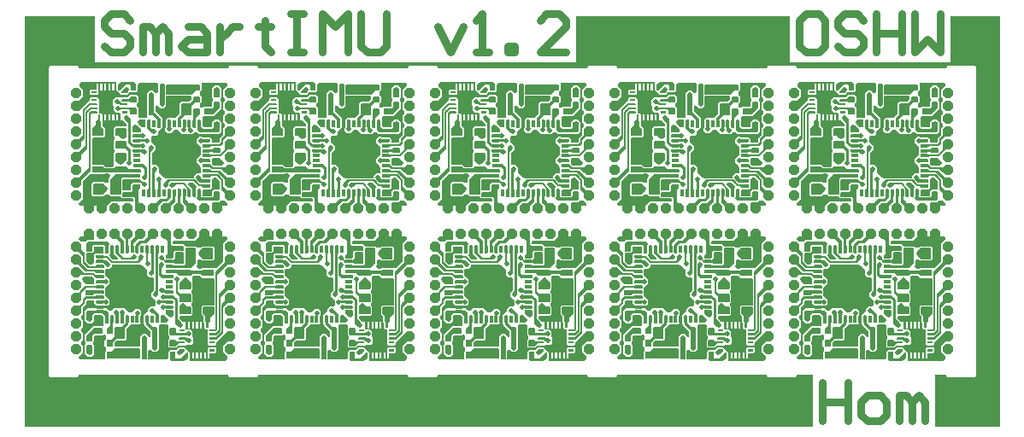
<source format=gtl>
%FSLAX25Y25*%
%MOIN*%
G70*
G01*
G75*
G04 Layer_Physical_Order=1*
G04 Layer_Color=255*
%ADD10C,0.00400*%
%ADD11C,0.03000*%
%ADD12R,0.03600X0.04400*%
%ADD13R,0.02000X0.02400*%
%ADD14R,0.02400X0.02000*%
%ADD15C,0.00787*%
%ADD16R,0.01969X0.00787*%
%ADD17R,0.00787X0.01969*%
%ADD18R,0.04331X0.02362*%
%ADD19R,0.03937X0.03937*%
%ADD20R,0.02756X0.01181*%
%ADD21R,0.01181X0.02756*%
%ADD22C,0.00600*%
%ADD23C,0.00800*%
%ADD24C,0.13780*%
%ADD25P,0.04330X8X202.5*%
%ADD26P,0.04330X8X292.5*%
%ADD27C,0.02000*%
G36*
X45598Y105270D02*
X49998D01*
X50200Y105068D01*
Y104290D01*
X49998Y104088D01*
X44720D01*
X44567Y103935D01*
X40233D01*
X39968Y104200D01*
X35833D01*
X35568Y103935D01*
X31233D01*
Y106300D01*
X35568D01*
X36268Y105600D01*
X39533D01*
X40233Y106300D01*
X44567D01*
X45598Y105270D01*
D02*
G37*
G36*
X78403Y106000D02*
X85000D01*
Y104000D01*
X83000Y104000D01*
X81700Y105300D01*
X78100D01*
X77345Y106055D01*
X74402D01*
X74200Y106257D01*
Y107035D01*
X74405Y107240D01*
X77162D01*
X78403Y106000D01*
D02*
G37*
G36*
X44600Y111300D02*
Y108900D01*
X43050Y107350D01*
X42400Y108000D01*
X41700Y107300D01*
X40200Y108800D01*
Y111200D01*
X40600Y111600D01*
X44300D01*
X44600Y111300D01*
D02*
G37*
G36*
X82250Y108350D02*
X81500Y107600D01*
Y106600D01*
X78700D01*
X78000Y107300D01*
Y109400D01*
X78300Y109700D01*
X80900D01*
X82250Y108350D01*
D02*
G37*
G36*
X52600Y106000D02*
Y101900D01*
X51600D01*
X50900Y102600D01*
X51600Y103300D01*
Y105500D01*
X51045Y106055D01*
X47238D01*
X47200Y106093D01*
Y107200D01*
X47240Y107240D01*
X51360D01*
X52600Y106000D01*
D02*
G37*
G36*
X77735Y104700D02*
X81300D01*
X84000Y102000D01*
X85000D01*
Y100000D01*
X83000Y100000D01*
Y101500D01*
X80413Y104088D01*
X74402D01*
X74200Y104290D01*
Y105070D01*
X74402Y105273D01*
X77162D01*
X77735Y104700D01*
D02*
G37*
G36*
X37200Y102600D02*
X37900Y101900D01*
X37700Y101700D01*
Y100200D01*
X37400Y99900D01*
X36400D01*
X35900Y100400D01*
X31700D01*
X31100Y99800D01*
Y95400D01*
X31700Y94800D01*
X35900D01*
X36400Y95300D01*
X37800D01*
X38300Y94800D01*
X42200D01*
X43100Y93900D01*
X47100D01*
X47400Y93600D01*
Y92900D01*
X47100Y92600D01*
X38600D01*
X37000Y91000D01*
Y90001D01*
X33000D01*
Y91000D01*
X32000D01*
Y90000D01*
X28000D01*
X28000Y90000D01*
Y91000D01*
X26500D01*
X26000Y91500D01*
Y92100D01*
X27600Y93700D01*
Y100700D01*
X30200Y103300D01*
X35900D01*
X36200Y103600D01*
X37200D01*
Y102600D01*
D02*
G37*
G36*
X74330Y101335D02*
X77162D01*
X77400Y101098D01*
Y100388D01*
X77162Y100150D01*
X73155D01*
X71910Y101395D01*
X72615Y102100D01*
X73565D01*
X74330Y101335D01*
D02*
G37*
G36*
X33200Y127738D02*
Y127390D01*
X32978Y127168D01*
X30968D01*
X30600Y126800D01*
Y104600D01*
X27000Y101000D01*
Y100000D01*
X25000Y100000D01*
Y102000D01*
X26000D01*
X30000Y106000D01*
Y127200D01*
X30757Y127957D01*
X32980D01*
X33200Y127738D01*
D02*
G37*
G36*
X46300Y125100D02*
Y115900D01*
X47087Y115113D01*
X50900D01*
Y113930D01*
X46970D01*
X45400Y115500D01*
Y123200D01*
X43800Y124800D01*
X45200Y126200D01*
X46300Y125100D01*
D02*
G37*
G36*
X81300Y113500D02*
Y112100D01*
X81000Y111800D01*
X78600D01*
X78440Y111960D01*
X74405D01*
X74200Y112165D01*
Y112940D01*
X74405Y113145D01*
X77945D01*
X78600Y113800D01*
X81000D01*
X81300Y113500D01*
D02*
G37*
G36*
X33200Y130888D02*
Y130538D01*
X32980Y130318D01*
X30318D01*
X28200Y128200D01*
Y117200D01*
X27000Y116000D01*
Y115000D01*
X25000D01*
X25000Y117000D01*
X26000D01*
X27600Y118600D01*
Y128600D01*
X30108Y131107D01*
X32980D01*
X33200Y130888D01*
D02*
G37*
G36*
X85000Y120000D02*
X85000Y118000D01*
X84300Y118000D01*
X83800D01*
X82400Y116600D01*
Y115400D01*
X81400Y114400D01*
X77633D01*
X77162Y113930D01*
X74405D01*
X74200Y114135D01*
Y114908D01*
X74405Y115113D01*
X80913D01*
X81600Y115800D01*
Y117100D01*
X83000Y118500D01*
Y120000D01*
X85000Y120000D01*
D02*
G37*
G36*
X50243Y112900D02*
X51600D01*
Y111900D01*
X50900Y111200D01*
X50140Y111960D01*
X47240D01*
X47000Y112200D01*
Y112908D01*
X47238Y113145D01*
X49998D01*
X50243Y112900D01*
D02*
G37*
G36*
X77400Y108970D02*
Y108263D01*
X77162Y108025D01*
X73500D01*
Y109207D01*
X77162D01*
X77400Y108970D01*
D02*
G37*
G36*
X44600Y116200D02*
Y114600D01*
X46200Y113000D01*
Y108400D01*
X46300Y108300D01*
X45600Y107600D01*
X44900Y108300D01*
X45300Y108700D01*
Y112500D01*
X44400Y113400D01*
X40500D01*
X40200Y113700D01*
Y116200D01*
X40500Y116500D01*
X44300D01*
X44600Y116200D01*
D02*
G37*
G36*
X85000Y113002D02*
X84102D01*
X81400Y110300D01*
X77470D01*
X77162Y109993D01*
X74405D01*
X74200Y110198D01*
Y110973D01*
X74402Y111175D01*
X77162D01*
X77337Y111000D01*
X81100D01*
X83000Y112900D01*
Y115000D01*
X85000D01*
Y113002D01*
D02*
G37*
G36*
X33200Y129313D02*
Y128963D01*
X32980Y128743D01*
X30643D01*
X29400Y127500D01*
Y113400D01*
X27000Y111000D01*
Y110000D01*
X25000D01*
Y112000D01*
X26000D01*
X28800Y114800D01*
Y127900D01*
X30433Y129533D01*
X32980D01*
X33200Y129313D01*
D02*
G37*
G36*
X73618Y97398D02*
Y94783D01*
X74200Y94200D01*
X78200D01*
X78600Y94600D01*
Y96500D01*
X78900Y96800D01*
X80700D01*
X81000Y96500D01*
Y93500D01*
X80400Y92900D01*
X73100D01*
Y93900D01*
X72435D01*
Y97398D01*
X72637Y97600D01*
X73415D01*
X73618Y97398D01*
D02*
G37*
G36*
X65745D02*
Y90000D01*
X64560D01*
Y97398D01*
X64763Y97600D01*
X65543D01*
X65745Y97398D01*
D02*
G37*
G36*
X56400Y104600D02*
X55600Y103800D01*
Y97700D01*
X55902Y97398D01*
Y94638D01*
X55665Y94400D01*
X54955D01*
X54718Y94638D01*
Y105300D01*
X55700D01*
X56400Y104600D01*
D02*
G37*
G36*
X54900Y113000D02*
X53933Y112032D01*
Y94638D01*
X53695Y94400D01*
X52987D01*
X52750Y94638D01*
Y97398D01*
X53200Y97848D01*
Y113700D01*
X54200D01*
X54900Y113000D01*
D02*
G37*
G36*
X61808Y97398D02*
Y94108D01*
X60300Y92600D01*
X58600D01*
X57000Y91000D01*
Y90000D01*
X55000D01*
Y92000D01*
X56000D01*
X57700Y93700D01*
X59800D01*
X60625Y94525D01*
Y97398D01*
X60827Y97600D01*
X61605D01*
X61808Y97398D01*
D02*
G37*
G36*
X67712D02*
Y93287D01*
X69000Y92000D01*
X70000D01*
Y90000D01*
X68000Y90000D01*
X68000Y91000D01*
X66530Y92470D01*
Y97398D01*
X66733Y97600D01*
X67510D01*
X67712Y97398D01*
D02*
G37*
G36*
X63775Y92775D02*
X62000Y91000D01*
X62000Y90000D01*
X60000Y90000D01*
Y92000D01*
X61000D01*
X62593Y93593D01*
Y97398D01*
X63775D01*
Y92775D01*
D02*
G37*
G36*
X49998Y98183D02*
X49300Y97485D01*
Y92600D01*
X50000Y91900D01*
X50000Y90000D01*
X48000D01*
Y93900D01*
X47400Y94500D01*
X43400D01*
X43100Y94800D01*
Y96200D01*
X43400Y96500D01*
X46300D01*
X46900Y97100D01*
Y99028D01*
X47238Y99365D01*
X49998D01*
Y98183D01*
D02*
G37*
G36*
X84000Y92100D02*
Y91500D01*
X83500Y91000D01*
X82000D01*
X82000Y90000D01*
X82000Y90000D01*
X78000D01*
X78000Y90000D01*
Y92000D01*
X78300Y92300D01*
X80700D01*
X81400Y93000D01*
X83100D01*
X84000Y92100D01*
D02*
G37*
G36*
X50017Y103282D02*
Y102137D01*
X49998Y102118D01*
X43117D01*
X42500Y101500D01*
Y95700D01*
X42200Y95400D01*
X38600D01*
X38300Y95700D01*
Y101400D01*
X40203Y103303D01*
X49998D01*
X50017Y103282D01*
D02*
G37*
G36*
X37100Y98300D02*
X36400Y97600D01*
X37100Y96900D01*
X35600Y95400D01*
X32000D01*
X31700Y95700D01*
Y99500D01*
X32000Y99800D01*
X35600D01*
X37100Y98300D01*
D02*
G37*
G36*
X46768Y101333D02*
X49998D01*
X50125Y101205D01*
Y101095D01*
X50920Y100300D01*
X51600D01*
Y99300D01*
X50600D01*
Y99700D01*
X50150Y100150D01*
X47050D01*
X46300Y99400D01*
Y97400D01*
X46000Y97100D01*
X43400D01*
X43100Y97400D01*
Y101200D01*
X43400Y101500D01*
X46600D01*
X46768Y101333D01*
D02*
G37*
G36*
X73088Y99365D02*
X77162D01*
X77400Y99128D01*
Y98420D01*
X77162Y98183D01*
X74400D01*
X73883Y98700D01*
X72903D01*
X71003Y100600D01*
X61500D01*
X60800Y99900D01*
Y99000D01*
X59800D01*
X59100Y99700D01*
X60600Y101200D01*
X71253D01*
X73088Y99365D01*
D02*
G37*
G36*
X82400Y101200D02*
Y98600D01*
X84000Y97000D01*
X85000D01*
Y94975D01*
X83000D01*
Y96000D01*
X81700Y97300D01*
Y101000D01*
X80000Y102700D01*
X77745D01*
X77162Y102118D01*
X74402D01*
X74200Y102320D01*
Y103098D01*
X74405Y103303D01*
X80298D01*
X82400Y101200D01*
D02*
G37*
G36*
X69683Y97395D02*
Y94638D01*
X69445Y94400D01*
X68735D01*
X68498Y94638D01*
Y97602D01*
X66800Y99300D01*
X64100D01*
X63100Y98300D01*
X62400Y99000D01*
Y100000D01*
X67077D01*
X69683Y97395D01*
D02*
G37*
G36*
X57870Y94638D02*
X57633Y94400D01*
X56925D01*
X56687Y94638D01*
Y97398D01*
X56900Y97610D01*
Y100400D01*
X56500Y100800D01*
X57200Y101500D01*
X57870D01*
Y94638D01*
D02*
G37*
G36*
X81100Y100700D02*
Y97700D01*
X80800Y97400D01*
X78600D01*
X78000Y96800D01*
Y95100D01*
X77700Y94800D01*
X74600D01*
X74300Y95100D01*
Y97200D01*
X74600Y97500D01*
X77400D01*
X78000Y98100D01*
Y101100D01*
X79000D01*
Y102100D01*
X79700D01*
X81100Y100700D01*
D02*
G37*
G36*
X71689Y99064D02*
X71650Y99025D01*
Y94650D01*
X71400Y94400D01*
X70700D01*
X70465Y94635D01*
Y97462D01*
X68600Y99327D01*
Y99700D01*
X68900Y100000D01*
X70753D01*
X71689Y99064D01*
D02*
G37*
G36*
X50180Y116900D02*
X52600D01*
Y116100D01*
X50200D01*
X49998Y115898D01*
X47238D01*
X47000Y116135D01*
Y116845D01*
X47238Y117083D01*
X49998D01*
X50180Y116900D01*
D02*
G37*
G36*
X81000Y136600D02*
Y133700D01*
X80700Y133400D01*
X78900D01*
X78600Y133700D01*
Y136600D01*
X79100Y137100D01*
X79800Y136400D01*
X80500Y137100D01*
X81000Y136600D01*
D02*
G37*
G36*
X48600Y129000D02*
Y127000D01*
X48300Y126700D01*
X46300D01*
X46000Y127000D01*
Y128400D01*
X45658Y128743D01*
X42342D01*
X41900Y128300D01*
X41200Y129000D01*
Y129533D01*
X48068D01*
X48600Y129000D01*
D02*
G37*
G36*
X81000Y131500D02*
Y129500D01*
X78200Y126700D01*
X75100D01*
X74800Y127000D01*
Y128800D01*
X75100Y129100D01*
X78000D01*
X78600Y129700D01*
Y131500D01*
X78900Y131800D01*
X80700D01*
X81000Y131500D01*
D02*
G37*
G36*
X51965Y124563D02*
Y121802D01*
X51762Y121600D01*
X50600D01*
X49250Y122950D01*
X49900Y123600D01*
Y124700D01*
X51828D01*
X51965Y124563D01*
D02*
G37*
G36*
X73200Y133500D02*
Y131700D01*
X72900Y131400D01*
X71400D01*
X69970Y129970D01*
Y126730D01*
X69640Y126400D01*
X67400D01*
X65745Y124745D01*
Y121805D01*
X65540Y121600D01*
X64765D01*
X64560Y121805D01*
Y125160D01*
X66030Y126630D01*
Y130670D01*
X66360Y131000D01*
X69400D01*
X70600Y132200D01*
Y133500D01*
X70900Y133800D01*
X72900D01*
X73200Y133500D01*
D02*
G37*
G36*
X48300Y138800D02*
Y136100D01*
X48100Y135900D01*
X46500D01*
X46300Y136100D01*
Y138200D01*
X46000Y138500D01*
X44300D01*
X42000Y136200D01*
X41600D01*
X41400Y136400D01*
Y138400D01*
X42250Y139250D01*
X42900Y138600D01*
Y139500D01*
X47600D01*
X48300Y138800D01*
D02*
G37*
G36*
X44790Y127169D02*
X43018Y127169D01*
X42821Y127366D01*
X42821Y127957D01*
X44790D01*
Y127169D01*
D02*
G37*
G36*
X73200Y138200D02*
Y136400D01*
X72900Y136100D01*
X71540D01*
X69970Y134530D01*
X60427D01*
X60100Y134857D01*
Y138170D01*
X60430Y138500D01*
X72900D01*
X73200Y138200D01*
D02*
G37*
G36*
X45400Y135600D02*
X44800Y135000D01*
X42800D01*
X42600Y135200D01*
Y135600D01*
X44000Y137000D01*
X45400Y135600D01*
D02*
G37*
G36*
X40657Y139343D02*
Y136243D01*
X42643Y134257D01*
X44958D01*
X46000Y135300D01*
X48400D01*
X48900Y135800D01*
Y138300D01*
X49600Y139000D01*
X56600D01*
X56900Y138700D01*
Y135600D01*
X56500Y135200D01*
X55900D01*
X55000Y136100D01*
X53600D01*
X52700Y135200D01*
Y125600D01*
X52400Y125300D01*
X49500D01*
X49200Y125600D01*
Y129300D01*
X48700Y129800D01*
Y130900D01*
X49200Y131400D01*
Y133800D01*
X48600Y134400D01*
X46000D01*
X45068Y133468D01*
X42368D01*
X42200Y133300D01*
X40200D01*
X39400Y132500D01*
Y130400D01*
X39600Y130200D01*
Y128300D01*
X40500Y127400D01*
X41900D01*
X42232Y127068D01*
Y124400D01*
X43300D01*
X44600Y123100D01*
Y122300D01*
X44300Y122000D01*
X40200D01*
X39600Y121400D01*
Y118400D01*
X40100Y117900D01*
Y117000D01*
X39600Y116500D01*
Y113400D01*
X40100Y112900D01*
Y112000D01*
X39600Y111500D01*
Y106600D01*
X39200Y106200D01*
X36600D01*
X35600Y107200D01*
X31500D01*
X31200Y107500D01*
Y117500D01*
X31500Y117800D01*
X35600D01*
X36200Y118400D01*
Y121400D01*
X35300Y122300D01*
Y124400D01*
X35142Y124557D01*
Y126758D01*
X34700Y127200D01*
X33900D01*
X33800Y127300D01*
Y132800D01*
X33132Y133468D01*
X30867D01*
X30400Y133000D01*
Y132300D01*
X26100Y128000D01*
X25000D01*
Y131000D01*
X27600Y133600D01*
Y134257D01*
Y136300D01*
X26200Y137700D01*
Y138700D01*
X27000Y139500D01*
X40500D01*
X40657Y139343D01*
D02*
G37*
G36*
X42693Y131107D02*
X44790D01*
X45000Y130898D01*
Y130525D01*
X44793Y130318D01*
X42182D01*
X41800Y130700D01*
X41000D01*
Y131900D01*
X41900D01*
X42693Y131107D01*
D02*
G37*
G36*
X59500Y138500D02*
Y130700D01*
X57500D01*
Y138500D01*
X57800Y138800D01*
X59200D01*
X59500Y138500D01*
D02*
G37*
G36*
X48600Y133500D02*
Y131700D01*
X48300Y131400D01*
X46300D01*
X45807Y131893D01*
X42820D01*
X42600Y132113D01*
Y132463D01*
X42820Y132683D01*
X45182D01*
X46300Y133800D01*
X48300D01*
X48600Y133500D01*
D02*
G37*
G36*
X84000Y138500D02*
Y137900D01*
X82400Y136300D01*
Y133700D01*
X83000Y133100D01*
Y131900D01*
X82400Y131300D01*
Y128700D01*
X83000Y128100D01*
Y126900D01*
X82400Y126300D01*
Y123700D01*
X83000Y123100D01*
Y121900D01*
X82400Y121300D01*
Y118800D01*
X81000Y117400D01*
Y116200D01*
X80600Y115800D01*
X78300D01*
X78000Y116100D01*
Y117100D01*
X77233Y117868D01*
X74333D01*
X74100Y118100D01*
X72800D01*
X71900Y117200D01*
Y115800D01*
X73600Y114100D01*
Y111000D01*
X71900Y109300D01*
Y107900D01*
X73400Y106400D01*
X72600Y105800D01*
X73600D01*
Y104000D01*
X73300Y103700D01*
X71900D01*
X71000Y102800D01*
Y102100D01*
X70700Y101800D01*
X60000D01*
Y102800D01*
X59300Y102100D01*
X57300Y104100D01*
Y106000D01*
X56400Y106900D01*
X54900D01*
X54600Y107200D01*
Y111800D01*
X55800Y113000D01*
Y114400D01*
X54200Y116000D01*
Y117900D01*
X54700Y118400D01*
X56200D01*
X57000Y119200D01*
Y120000D01*
X58655Y121655D01*
Y125245D01*
X55900Y128000D01*
Y129900D01*
X56200Y130200D01*
X56700D01*
X57800Y129100D01*
X59200D01*
X60100Y130000D01*
Y133600D01*
X60400Y133900D01*
X69600D01*
X69900Y133600D01*
Y132400D01*
X69100Y131600D01*
X66100D01*
X65400Y130900D01*
Y126900D01*
X63800Y125300D01*
X60500D01*
X59840Y124640D01*
Y121802D01*
X59600Y121563D01*
Y120200D01*
X60500Y119300D01*
X61900D01*
X63200Y120600D01*
X64600D01*
X66200Y119000D01*
X68900D01*
X69000Y118900D01*
X70300D01*
X71200Y119800D01*
X72200D01*
X72950Y119050D01*
X80550D01*
X81600Y120100D01*
Y123700D01*
X80500Y124800D01*
X79000D01*
X78000Y123800D01*
Y122000D01*
X77700Y121700D01*
X74900D01*
X74300Y122300D01*
Y125800D01*
X74600Y126100D01*
X78500D01*
X81600Y129200D01*
Y131800D01*
X81300Y132100D01*
Y133100D01*
X81700Y133500D01*
Y136800D01*
X80500Y138000D01*
X79100D01*
X78000Y136900D01*
Y133400D01*
X78300Y133100D01*
Y132100D01*
X78000Y131800D01*
Y130000D01*
X77700Y129700D01*
X74800D01*
X74400Y129300D01*
X73700D01*
X73300Y129700D01*
Y130900D01*
X74000Y131600D01*
Y133600D01*
X73300Y134300D01*
Y135600D01*
X73800Y136100D01*
Y138700D01*
X74100Y139000D01*
X83500D01*
X84000Y138500D01*
D02*
G37*
G36*
X53933Y124563D02*
Y121668D01*
X54600Y121000D01*
X55400D01*
Y120000D01*
X54700Y119300D01*
X52750Y121250D01*
Y124563D01*
X52887Y124700D01*
X53795D01*
X53933Y124563D01*
D02*
G37*
G36*
X50200Y120900D02*
Y120038D01*
X49998Y119835D01*
X47238D01*
X47000Y120073D01*
Y121700D01*
X48000D01*
X48700Y122400D01*
X50200Y120900D01*
D02*
G37*
G36*
X34400Y124200D02*
X34700Y123900D01*
Y122000D01*
X35600Y121100D01*
Y118700D01*
X35300Y118400D01*
X31500D01*
X31200Y118700D01*
Y121100D01*
X32700Y122600D01*
Y123900D01*
X33500Y124700D01*
Y126400D01*
X33700Y126600D01*
X34400D01*
Y124200D01*
D02*
G37*
G36*
X77400Y116845D02*
Y116135D01*
X77162Y115898D01*
X73500D01*
Y117083D01*
X77162D01*
X77400Y116845D01*
D02*
G37*
G36*
X44600Y121100D02*
Y117900D01*
X44100Y117400D01*
X43400Y118100D01*
X42700Y117400D01*
X41700Y118400D01*
X40500D01*
X40200Y118700D01*
Y121100D01*
X40500Y121400D01*
X44300D01*
X44600Y121100D01*
D02*
G37*
G36*
X50900Y117868D02*
X47238D01*
X47000Y118105D01*
Y118813D01*
X47238Y119050D01*
X50900D01*
Y117868D01*
D02*
G37*
G36*
X73618Y124563D02*
Y122065D01*
X74663Y121020D01*
X77920D01*
X78600Y121700D01*
Y123400D01*
X79100Y123900D01*
X79800Y123200D01*
X80500Y123900D01*
X81000Y123400D01*
Y120400D01*
X80435Y119835D01*
X73435D01*
Y120835D01*
X72435D01*
Y124563D01*
X72673Y124800D01*
X73380D01*
X73618Y124563D01*
D02*
G37*
G36*
X67712D02*
Y120600D01*
X66900D01*
X66200Y121300D01*
X66530Y121630D01*
Y124563D01*
X66768Y124800D01*
X67475D01*
X67712Y124563D01*
D02*
G37*
G36*
X55300Y127700D02*
X57870Y125130D01*
Y121802D01*
X57568Y121500D01*
X56988D01*
X56685Y121802D01*
Y124715D01*
X55000Y126400D01*
X53600D01*
X53300Y126700D01*
Y134500D01*
X55300D01*
Y127700D01*
D02*
G37*
G36*
X61808Y124563D02*
Y120900D01*
X60623D01*
Y124563D01*
X60760Y124700D01*
X61670D01*
X61808Y124563D01*
D02*
G37*
G36*
X69683D02*
Y121718D01*
X70199Y121201D01*
X69498Y120500D01*
X68500D01*
Y124565D01*
X68735Y124800D01*
X69445D01*
X69683Y124563D01*
D02*
G37*
G36*
X73200Y128800D02*
Y127000D01*
X71650Y125450D01*
Y121802D01*
X71348Y121500D01*
X70768D01*
X70465Y121802D01*
Y124563D01*
X70600Y124698D01*
Y128800D01*
X70900Y129100D01*
X72900D01*
X73200Y128800D01*
D02*
G37*
%LPC*%
G36*
X35142Y138600D02*
X34358D01*
Y136200D01*
X35142D01*
Y138600D01*
D02*
G37*
G36*
X38293D02*
X37508D01*
Y136200D01*
X38293D01*
Y138600D01*
D02*
G37*
G36*
X39867D02*
X39083D01*
Y136200D01*
X39867D01*
Y138600D01*
D02*
G37*
G36*
X36718D02*
X35932D01*
Y136200D01*
X36718D01*
Y138600D01*
D02*
G37*
G36*
X39867Y126800D02*
X39083D01*
Y124400D01*
X39867D01*
Y126800D01*
D02*
G37*
G36*
X38293D02*
X37508D01*
Y124400D01*
X38293D01*
Y126800D01*
D02*
G37*
G36*
X36718D02*
X35932D01*
Y124400D01*
X36718D01*
Y126800D01*
D02*
G37*
G36*
X33580Y138600D02*
X33100D01*
X32900Y138400D01*
Y136700D01*
X32700Y136500D01*
X30800D01*
X30400Y136100D01*
Y134257D01*
X33158D01*
X33580Y134680D01*
Y136608D01*
X33569Y136618D01*
X33569Y138390D01*
X33580D01*
Y138600D01*
D02*
G37*
G36*
X41440Y126800D02*
X40657D01*
Y124400D01*
X41440D01*
Y126800D01*
D02*
G37*
%LPD*%
G36*
X32782Y135831D02*
X32979Y135634D01*
X32979Y135043D01*
X31010D01*
Y135831D01*
X32782Y135831D01*
D02*
G37*
G36*
X115598Y105270D02*
X119998D01*
X120200Y105068D01*
Y104290D01*
X119998Y104088D01*
X114720D01*
X114568Y103935D01*
X110232D01*
X109968Y104200D01*
X105833D01*
X105568Y103935D01*
X101233D01*
Y106300D01*
X105568D01*
X106268Y105600D01*
X109532D01*
X110232Y106300D01*
X114568D01*
X115598Y105270D01*
D02*
G37*
G36*
X148403Y106000D02*
X155000D01*
Y104000D01*
X153000Y104000D01*
X151700Y105300D01*
X148100D01*
X147345Y106055D01*
X144403D01*
X144200Y106257D01*
Y107035D01*
X144405Y107240D01*
X147163D01*
X148403Y106000D01*
D02*
G37*
G36*
X114600Y111300D02*
Y108900D01*
X113050Y107350D01*
X112400Y108000D01*
X111700Y107300D01*
X110200Y108800D01*
Y111200D01*
X110600Y111600D01*
X114300D01*
X114600Y111300D01*
D02*
G37*
G36*
X152250Y108350D02*
X151500Y107600D01*
Y106600D01*
X148700D01*
X148000Y107300D01*
Y109400D01*
X148300Y109700D01*
X150900D01*
X152250Y108350D01*
D02*
G37*
G36*
X122600Y106000D02*
Y101900D01*
X121600D01*
X120900Y102600D01*
X121600Y103300D01*
Y105500D01*
X121045Y106055D01*
X117238D01*
X117200Y106093D01*
Y107200D01*
X117240Y107240D01*
X121360D01*
X122600Y106000D01*
D02*
G37*
G36*
X147735Y104700D02*
X151300D01*
X154000Y102000D01*
X155000D01*
Y100000D01*
X153000Y100000D01*
Y101500D01*
X150413Y104088D01*
X144403D01*
X144200Y104290D01*
Y105070D01*
X144403Y105273D01*
X147163D01*
X147735Y104700D01*
D02*
G37*
G36*
X107200Y102600D02*
X107900Y101900D01*
X107700Y101700D01*
Y100200D01*
X107400Y99900D01*
X106400D01*
X105900Y100400D01*
X101700D01*
X101100Y99800D01*
Y95400D01*
X101700Y94800D01*
X105900D01*
X106400Y95300D01*
X107800D01*
X108300Y94800D01*
X112200D01*
X113100Y93900D01*
X117100D01*
X117400Y93600D01*
Y92900D01*
X117100Y92600D01*
X108600D01*
X107000Y91000D01*
Y90001D01*
X103000D01*
Y91000D01*
X102000D01*
Y90000D01*
X98000D01*
X98000Y90000D01*
Y91000D01*
X96500D01*
X96000Y91500D01*
Y92100D01*
X97600Y93700D01*
Y100700D01*
X100200Y103300D01*
X105900D01*
X106200Y103600D01*
X107200D01*
Y102600D01*
D02*
G37*
G36*
X144330Y101335D02*
X147163D01*
X147400Y101098D01*
Y100388D01*
X147163Y100150D01*
X143155D01*
X141910Y101395D01*
X142615Y102100D01*
X143565D01*
X144330Y101335D01*
D02*
G37*
G36*
X103200Y127738D02*
Y127390D01*
X102978Y127168D01*
X100968D01*
X100600Y126800D01*
Y104600D01*
X97000Y101000D01*
Y100000D01*
X95000Y100000D01*
Y102000D01*
X96000D01*
X100000Y106000D01*
Y127200D01*
X100758Y127957D01*
X102980D01*
X103200Y127738D01*
D02*
G37*
G36*
X116300Y125100D02*
Y115900D01*
X117088Y115113D01*
X120900D01*
Y113930D01*
X116970D01*
X115400Y115500D01*
Y123200D01*
X113800Y124800D01*
X115200Y126200D01*
X116300Y125100D01*
D02*
G37*
G36*
X151300Y113500D02*
Y112100D01*
X151000Y111800D01*
X148600D01*
X148440Y111960D01*
X144405D01*
X144200Y112165D01*
Y112940D01*
X144405Y113145D01*
X147945D01*
X148600Y113800D01*
X151000D01*
X151300Y113500D01*
D02*
G37*
G36*
X103200Y130888D02*
Y130538D01*
X102980Y130318D01*
X100318D01*
X98200Y128200D01*
Y117200D01*
X97000Y116000D01*
Y115000D01*
X95000D01*
X95000Y117000D01*
X96000D01*
X97600Y118600D01*
Y128600D01*
X100108Y131107D01*
X102980D01*
X103200Y130888D01*
D02*
G37*
G36*
X155000Y120000D02*
X155000Y118000D01*
X154300Y118000D01*
X153800D01*
X152400Y116600D01*
Y115400D01*
X151400Y114400D01*
X147633D01*
X147163Y113930D01*
X144405D01*
X144200Y114135D01*
Y114908D01*
X144405Y115113D01*
X150913D01*
X151600Y115800D01*
Y117100D01*
X153000Y118500D01*
Y120000D01*
X155000Y120000D01*
D02*
G37*
G36*
X120243Y112900D02*
X121600D01*
Y111900D01*
X120900Y111200D01*
X120140Y111960D01*
X117240D01*
X117000Y112200D01*
Y112908D01*
X117238Y113145D01*
X119998D01*
X120243Y112900D01*
D02*
G37*
G36*
X147400Y108970D02*
Y108263D01*
X147163Y108025D01*
X143500D01*
Y109207D01*
X147163D01*
X147400Y108970D01*
D02*
G37*
G36*
X114600Y116200D02*
Y114600D01*
X116200Y113000D01*
Y108400D01*
X116300Y108300D01*
X115600Y107600D01*
X114900Y108300D01*
X115300Y108700D01*
Y112500D01*
X114400Y113400D01*
X110500D01*
X110200Y113700D01*
Y116200D01*
X110500Y116500D01*
X114300D01*
X114600Y116200D01*
D02*
G37*
G36*
X155000Y113002D02*
X154102D01*
X151400Y110300D01*
X147470D01*
X147163Y109993D01*
X144405D01*
X144200Y110198D01*
Y110973D01*
X144403Y111175D01*
X147163D01*
X147338Y111000D01*
X151100D01*
X153000Y112900D01*
Y115000D01*
X155000D01*
Y113002D01*
D02*
G37*
G36*
X103200Y129313D02*
Y128963D01*
X102980Y128743D01*
X100643D01*
X99400Y127500D01*
Y113400D01*
X97000Y111000D01*
Y110000D01*
X95000D01*
Y112000D01*
X96000D01*
X98800Y114800D01*
Y127900D01*
X100433Y129533D01*
X102980D01*
X103200Y129313D01*
D02*
G37*
G36*
X143618Y97398D02*
Y94783D01*
X144200Y94200D01*
X148200D01*
X148600Y94600D01*
Y96500D01*
X148900Y96800D01*
X150700D01*
X151000Y96500D01*
Y93500D01*
X150400Y92900D01*
X143100D01*
Y93900D01*
X142435D01*
Y97398D01*
X142638Y97600D01*
X143415D01*
X143618Y97398D01*
D02*
G37*
G36*
X135745D02*
Y90000D01*
X134560D01*
Y97398D01*
X134763Y97600D01*
X135543D01*
X135745Y97398D01*
D02*
G37*
G36*
X126400Y104600D02*
X125600Y103800D01*
Y97700D01*
X125902Y97398D01*
Y94638D01*
X125665Y94400D01*
X124955D01*
X124718Y94638D01*
Y105300D01*
X125700D01*
X126400Y104600D01*
D02*
G37*
G36*
X124900Y113000D02*
X123933Y112032D01*
Y94638D01*
X123695Y94400D01*
X122988D01*
X122750Y94638D01*
Y97398D01*
X123200Y97848D01*
Y113700D01*
X124200D01*
X124900Y113000D01*
D02*
G37*
G36*
X131807Y97398D02*
Y94108D01*
X130300Y92600D01*
X128600D01*
X127000Y91000D01*
Y90000D01*
X125000D01*
Y92000D01*
X126000D01*
X127700Y93700D01*
X129800D01*
X130625Y94525D01*
Y97398D01*
X130827Y97600D01*
X131605D01*
X131807Y97398D01*
D02*
G37*
G36*
X137713D02*
Y93287D01*
X139000Y92000D01*
X140000D01*
Y90000D01*
X138000Y90000D01*
X138000Y91000D01*
X136530Y92470D01*
Y97398D01*
X136732Y97600D01*
X137510D01*
X137713Y97398D01*
D02*
G37*
G36*
X133775Y92775D02*
X132000Y91000D01*
X132000Y90000D01*
X130000Y90000D01*
Y92000D01*
X131000D01*
X132593Y93593D01*
Y97398D01*
X133775D01*
Y92775D01*
D02*
G37*
G36*
X119998Y98183D02*
X119300Y97485D01*
Y92600D01*
X120000Y91900D01*
X120000Y90000D01*
X118000D01*
Y93900D01*
X117400Y94500D01*
X113400D01*
X113100Y94800D01*
Y96200D01*
X113400Y96500D01*
X116300D01*
X116900Y97100D01*
Y99028D01*
X117238Y99365D01*
X119998D01*
Y98183D01*
D02*
G37*
G36*
X154000Y92100D02*
Y91500D01*
X153500Y91000D01*
X152000D01*
X152000Y90000D01*
X152000Y90000D01*
X148000D01*
X148000Y90000D01*
Y92000D01*
X148300Y92300D01*
X150700D01*
X151400Y93000D01*
X153100D01*
X154000Y92100D01*
D02*
G37*
G36*
X120018Y103282D02*
Y102137D01*
X119998Y102118D01*
X113118D01*
X112500Y101500D01*
Y95700D01*
X112200Y95400D01*
X108600D01*
X108300Y95700D01*
Y101400D01*
X110203Y103303D01*
X119998D01*
X120018Y103282D01*
D02*
G37*
G36*
X107100Y98300D02*
X106400Y97600D01*
X107100Y96900D01*
X105600Y95400D01*
X102000D01*
X101700Y95700D01*
Y99500D01*
X102000Y99800D01*
X105600D01*
X107100Y98300D01*
D02*
G37*
G36*
X116768Y101333D02*
X119998D01*
X120125Y101205D01*
Y101095D01*
X120920Y100300D01*
X121600D01*
Y99300D01*
X120600D01*
Y99700D01*
X120150Y100150D01*
X117050D01*
X116300Y99400D01*
Y97400D01*
X116000Y97100D01*
X113400D01*
X113100Y97400D01*
Y101200D01*
X113400Y101500D01*
X116600D01*
X116768Y101333D01*
D02*
G37*
G36*
X143088Y99365D02*
X147163D01*
X147400Y99128D01*
Y98420D01*
X147163Y98183D01*
X144400D01*
X143883Y98700D01*
X142903D01*
X141003Y100600D01*
X131500D01*
X130800Y99900D01*
Y99000D01*
X129800D01*
X129100Y99700D01*
X130600Y101200D01*
X141253D01*
X143088Y99365D01*
D02*
G37*
G36*
X152400Y101200D02*
Y98600D01*
X154000Y97000D01*
X155000D01*
Y94975D01*
X153000D01*
Y96000D01*
X151700Y97300D01*
Y101000D01*
X150000Y102700D01*
X147745D01*
X147163Y102118D01*
X144403D01*
X144200Y102320D01*
Y103098D01*
X144405Y103303D01*
X150298D01*
X152400Y101200D01*
D02*
G37*
G36*
X139682Y97395D02*
Y94638D01*
X139445Y94400D01*
X138735D01*
X138498Y94638D01*
Y97602D01*
X136800Y99300D01*
X134100D01*
X133100Y98300D01*
X132400Y99000D01*
Y100000D01*
X137077D01*
X139682Y97395D01*
D02*
G37*
G36*
X127870Y94638D02*
X127632Y94400D01*
X126925D01*
X126688Y94638D01*
Y97398D01*
X126900Y97610D01*
Y100400D01*
X126500Y100800D01*
X127200Y101500D01*
X127870D01*
Y94638D01*
D02*
G37*
G36*
X151100Y100700D02*
Y97700D01*
X150800Y97400D01*
X148600D01*
X148000Y96800D01*
Y95100D01*
X147700Y94800D01*
X144600D01*
X144300Y95100D01*
Y97200D01*
X144600Y97500D01*
X147400D01*
X148000Y98100D01*
Y101100D01*
X149000D01*
Y102100D01*
X149700D01*
X151100Y100700D01*
D02*
G37*
G36*
X141689Y99064D02*
X141650Y99025D01*
Y94650D01*
X141400Y94400D01*
X140700D01*
X140465Y94635D01*
Y97462D01*
X138600Y99327D01*
Y99700D01*
X138900Y100000D01*
X140752D01*
X141689Y99064D01*
D02*
G37*
G36*
X120180Y116900D02*
X122600D01*
Y116100D01*
X120200D01*
X119998Y115898D01*
X117238D01*
X117000Y116135D01*
Y116845D01*
X117238Y117083D01*
X119998D01*
X120180Y116900D01*
D02*
G37*
G36*
X151000Y136600D02*
Y133700D01*
X150700Y133400D01*
X148900D01*
X148600Y133700D01*
Y136600D01*
X149100Y137100D01*
X149800Y136400D01*
X150500Y137100D01*
X151000Y136600D01*
D02*
G37*
G36*
X118600Y129000D02*
Y127000D01*
X118300Y126700D01*
X116300D01*
X116000Y127000D01*
Y128400D01*
X115657Y128743D01*
X112343D01*
X111900Y128300D01*
X111200Y129000D01*
Y129533D01*
X118068D01*
X118600Y129000D01*
D02*
G37*
G36*
X151000Y131500D02*
Y129500D01*
X148200Y126700D01*
X145100D01*
X144800Y127000D01*
Y128800D01*
X145100Y129100D01*
X148000D01*
X148600Y129700D01*
Y131500D01*
X148900Y131800D01*
X150700D01*
X151000Y131500D01*
D02*
G37*
G36*
X121965Y124563D02*
Y121802D01*
X121763Y121600D01*
X120600D01*
X119250Y122950D01*
X119900Y123600D01*
Y124700D01*
X121827D01*
X121965Y124563D01*
D02*
G37*
G36*
X143200Y133500D02*
Y131700D01*
X142900Y131400D01*
X141400D01*
X139970Y129970D01*
Y126730D01*
X139640Y126400D01*
X137400D01*
X135745Y124745D01*
Y121805D01*
X135540Y121600D01*
X134765D01*
X134560Y121805D01*
Y125160D01*
X136030Y126630D01*
Y130670D01*
X136360Y131000D01*
X139400D01*
X140600Y132200D01*
Y133500D01*
X140900Y133800D01*
X142900D01*
X143200Y133500D01*
D02*
G37*
G36*
X118300Y138800D02*
Y136100D01*
X118100Y135900D01*
X116500D01*
X116300Y136100D01*
Y138200D01*
X116000Y138500D01*
X114300D01*
X112000Y136200D01*
X111600D01*
X111400Y136400D01*
Y138400D01*
X112250Y139250D01*
X112900Y138600D01*
Y139500D01*
X117600D01*
X118300Y138800D01*
D02*
G37*
G36*
X114790Y127169D02*
X113018Y127169D01*
X112821Y127366D01*
X112821Y127957D01*
X114790D01*
Y127169D01*
D02*
G37*
G36*
X143200Y138200D02*
Y136400D01*
X142900Y136100D01*
X141540D01*
X139970Y134530D01*
X130428D01*
X130100Y134857D01*
Y138170D01*
X130430Y138500D01*
X142900D01*
X143200Y138200D01*
D02*
G37*
G36*
X115400Y135600D02*
X114800Y135000D01*
X112800D01*
X112600Y135200D01*
Y135600D01*
X114000Y137000D01*
X115400Y135600D01*
D02*
G37*
G36*
X110658Y139343D02*
Y136243D01*
X112643Y134257D01*
X114957D01*
X116000Y135300D01*
X118400D01*
X118900Y135800D01*
Y138300D01*
X119600Y139000D01*
X126600D01*
X126900Y138700D01*
Y135600D01*
X126500Y135200D01*
X125900D01*
X125000Y136100D01*
X123600D01*
X122700Y135200D01*
Y125600D01*
X122400Y125300D01*
X119500D01*
X119200Y125600D01*
Y129300D01*
X118700Y129800D01*
Y130900D01*
X119200Y131400D01*
Y133800D01*
X118600Y134400D01*
X116000D01*
X115068Y133468D01*
X112368D01*
X112200Y133300D01*
X110200D01*
X109400Y132500D01*
Y130400D01*
X109600Y130200D01*
Y128300D01*
X110500Y127400D01*
X111900D01*
X112232Y127068D01*
Y124400D01*
X113300D01*
X114600Y123100D01*
Y122300D01*
X114300Y122000D01*
X110200D01*
X109600Y121400D01*
Y118400D01*
X110100Y117900D01*
Y117000D01*
X109600Y116500D01*
Y113400D01*
X110100Y112900D01*
Y112000D01*
X109600Y111500D01*
Y106600D01*
X109200Y106200D01*
X106600D01*
X105600Y107200D01*
X101500D01*
X101200Y107500D01*
Y117500D01*
X101500Y117800D01*
X105600D01*
X106200Y118400D01*
Y121400D01*
X105300Y122300D01*
Y124400D01*
X105143Y124557D01*
Y126758D01*
X104700Y127200D01*
X103900D01*
X103800Y127300D01*
Y132800D01*
X103132Y133468D01*
X100868D01*
X100400Y133000D01*
Y132300D01*
X96100Y128000D01*
X95000D01*
Y131000D01*
X97600Y133600D01*
Y134257D01*
Y136300D01*
X96200Y137700D01*
Y138700D01*
X97000Y139500D01*
X110500D01*
X110658Y139343D01*
D02*
G37*
G36*
X112693Y131107D02*
X114790D01*
X115000Y130898D01*
Y130525D01*
X114793Y130318D01*
X112182D01*
X111800Y130700D01*
X111000D01*
Y131900D01*
X111900D01*
X112693Y131107D01*
D02*
G37*
G36*
X129500Y138500D02*
Y130700D01*
X127500D01*
Y138500D01*
X127800Y138800D01*
X129200D01*
X129500Y138500D01*
D02*
G37*
G36*
X118600Y133500D02*
Y131700D01*
X118300Y131400D01*
X116300D01*
X115807Y131893D01*
X112820D01*
X112600Y132113D01*
Y132463D01*
X112820Y132683D01*
X115182D01*
X116300Y133800D01*
X118300D01*
X118600Y133500D01*
D02*
G37*
G36*
X154000Y138500D02*
Y137900D01*
X152400Y136300D01*
Y133700D01*
X153000Y133100D01*
Y131900D01*
X152400Y131300D01*
Y128700D01*
X153000Y128100D01*
Y126900D01*
X152400Y126300D01*
Y123700D01*
X153000Y123100D01*
Y121900D01*
X152400Y121300D01*
Y118800D01*
X151000Y117400D01*
Y116200D01*
X150600Y115800D01*
X148300D01*
X148000Y116100D01*
Y117100D01*
X147232Y117868D01*
X144333D01*
X144100Y118100D01*
X142800D01*
X141900Y117200D01*
Y115800D01*
X143600Y114100D01*
Y111000D01*
X141900Y109300D01*
Y107900D01*
X143400Y106400D01*
X142600Y105800D01*
X143600D01*
Y104000D01*
X143300Y103700D01*
X141900D01*
X141000Y102800D01*
Y102100D01*
X140700Y101800D01*
X130000D01*
Y102800D01*
X129300Y102100D01*
X127300Y104100D01*
Y106000D01*
X126400Y106900D01*
X124900D01*
X124600Y107200D01*
Y111800D01*
X125800Y113000D01*
Y114400D01*
X124200Y116000D01*
Y117900D01*
X124700Y118400D01*
X126200D01*
X127000Y119200D01*
Y120000D01*
X128655Y121655D01*
Y125245D01*
X125900Y128000D01*
Y129900D01*
X126200Y130200D01*
X126700D01*
X127800Y129100D01*
X129200D01*
X130100Y130000D01*
Y133600D01*
X130400Y133900D01*
X139600D01*
X139900Y133600D01*
Y132400D01*
X139100Y131600D01*
X136100D01*
X135400Y130900D01*
Y126900D01*
X133800Y125300D01*
X130500D01*
X129840Y124640D01*
Y121802D01*
X129600Y121563D01*
Y120200D01*
X130500Y119300D01*
X131900D01*
X133200Y120600D01*
X134600D01*
X136200Y119000D01*
X138900D01*
X139000Y118900D01*
X140300D01*
X141200Y119800D01*
X142200D01*
X142950Y119050D01*
X150550D01*
X151600Y120100D01*
Y123700D01*
X150500Y124800D01*
X149000D01*
X148000Y123800D01*
Y122000D01*
X147700Y121700D01*
X144900D01*
X144300Y122300D01*
Y125800D01*
X144600Y126100D01*
X148500D01*
X151600Y129200D01*
Y131800D01*
X151300Y132100D01*
Y133100D01*
X151700Y133500D01*
Y136800D01*
X150500Y138000D01*
X149100D01*
X148000Y136900D01*
Y133400D01*
X148300Y133100D01*
Y132100D01*
X148000Y131800D01*
Y130000D01*
X147700Y129700D01*
X144800D01*
X144400Y129300D01*
X143700D01*
X143300Y129700D01*
Y130900D01*
X144000Y131600D01*
Y133600D01*
X143300Y134300D01*
Y135600D01*
X143800Y136100D01*
Y138700D01*
X144100Y139000D01*
X153500D01*
X154000Y138500D01*
D02*
G37*
G36*
X123933Y124563D02*
Y121668D01*
X124600Y121000D01*
X125400D01*
Y120000D01*
X124700Y119300D01*
X122750Y121250D01*
Y124563D01*
X122888Y124700D01*
X123795D01*
X123933Y124563D01*
D02*
G37*
G36*
X120200Y120900D02*
Y120038D01*
X119998Y119835D01*
X117238D01*
X117000Y120073D01*
Y121700D01*
X118000D01*
X118700Y122400D01*
X120200Y120900D01*
D02*
G37*
G36*
X104400Y124200D02*
X104700Y123900D01*
Y122000D01*
X105600Y121100D01*
Y118700D01*
X105300Y118400D01*
X101500D01*
X101200Y118700D01*
Y121100D01*
X102700Y122600D01*
Y123900D01*
X103500Y124700D01*
Y126400D01*
X103700Y126600D01*
X104400D01*
Y124200D01*
D02*
G37*
G36*
X147400Y116845D02*
Y116135D01*
X147163Y115898D01*
X143500D01*
Y117083D01*
X147163D01*
X147400Y116845D01*
D02*
G37*
G36*
X114600Y121100D02*
Y117900D01*
X114100Y117400D01*
X113400Y118100D01*
X112700Y117400D01*
X111700Y118400D01*
X110500D01*
X110200Y118700D01*
Y121100D01*
X110500Y121400D01*
X114300D01*
X114600Y121100D01*
D02*
G37*
G36*
X120900Y117868D02*
X117238D01*
X117000Y118105D01*
Y118813D01*
X117238Y119050D01*
X120900D01*
Y117868D01*
D02*
G37*
G36*
X143618Y124563D02*
Y122065D01*
X144663Y121020D01*
X147920D01*
X148600Y121700D01*
Y123400D01*
X149100Y123900D01*
X149800Y123200D01*
X150500Y123900D01*
X151000Y123400D01*
Y120400D01*
X150435Y119835D01*
X143435D01*
Y120835D01*
X142435D01*
Y124563D01*
X142673Y124800D01*
X143380D01*
X143618Y124563D01*
D02*
G37*
G36*
X137713D02*
Y120600D01*
X136900D01*
X136200Y121300D01*
X136530Y121630D01*
Y124563D01*
X136768Y124800D01*
X137475D01*
X137713Y124563D01*
D02*
G37*
G36*
X125300Y127700D02*
X127870Y125130D01*
Y121802D01*
X127568Y121500D01*
X126988D01*
X126685Y121802D01*
Y124715D01*
X125000Y126400D01*
X123600D01*
X123300Y126700D01*
Y134500D01*
X125300D01*
Y127700D01*
D02*
G37*
G36*
X131807Y124563D02*
Y120900D01*
X130623D01*
Y124563D01*
X130760Y124700D01*
X131670D01*
X131807Y124563D01*
D02*
G37*
G36*
X139682D02*
Y121718D01*
X140199Y121201D01*
X139498Y120500D01*
X138500D01*
Y124565D01*
X138735Y124800D01*
X139445D01*
X139682Y124563D01*
D02*
G37*
G36*
X143200Y128800D02*
Y127000D01*
X141650Y125450D01*
Y121802D01*
X141348Y121500D01*
X140768D01*
X140465Y121802D01*
Y124563D01*
X140600Y124698D01*
Y128800D01*
X140900Y129100D01*
X142900D01*
X143200Y128800D01*
D02*
G37*
%LPC*%
G36*
X105143Y138600D02*
X104358D01*
Y136200D01*
X105143D01*
Y138600D01*
D02*
G37*
G36*
X108293D02*
X107508D01*
Y136200D01*
X108293D01*
Y138600D01*
D02*
G37*
G36*
X109868D02*
X109082D01*
Y136200D01*
X109868D01*
Y138600D01*
D02*
G37*
G36*
X106718D02*
X105932D01*
Y136200D01*
X106718D01*
Y138600D01*
D02*
G37*
G36*
X109868Y126800D02*
X109082D01*
Y124400D01*
X109868D01*
Y126800D01*
D02*
G37*
G36*
X108293D02*
X107508D01*
Y124400D01*
X108293D01*
Y126800D01*
D02*
G37*
G36*
X106718D02*
X105932D01*
Y124400D01*
X106718D01*
Y126800D01*
D02*
G37*
G36*
X103580Y138600D02*
X103100D01*
X102900Y138400D01*
Y136700D01*
X102700Y136500D01*
X100800D01*
X100400Y136100D01*
Y134257D01*
X103157D01*
X103580Y134680D01*
Y136608D01*
X103569Y136618D01*
X103569Y138390D01*
X103580D01*
Y138600D01*
D02*
G37*
G36*
X111440Y126800D02*
X110658D01*
Y124400D01*
X111440D01*
Y126800D01*
D02*
G37*
%LPD*%
G36*
X102782Y135831D02*
X102979Y135634D01*
X102979Y135043D01*
X101010D01*
Y135831D01*
X102782Y135831D01*
D02*
G37*
G36*
X185598Y105270D02*
X189998D01*
X190200Y105068D01*
Y104290D01*
X189998Y104088D01*
X184720D01*
X184568Y103935D01*
X180233D01*
X179968Y104200D01*
X175832D01*
X175568Y103935D01*
X171232D01*
Y106300D01*
X175568D01*
X176268Y105600D01*
X179533D01*
X180233Y106300D01*
X184568D01*
X185598Y105270D01*
D02*
G37*
G36*
X218403Y106000D02*
X225000D01*
Y104000D01*
X223000Y104000D01*
X221700Y105300D01*
X218100D01*
X217345Y106055D01*
X214403D01*
X214200Y106257D01*
Y107035D01*
X214405Y107240D01*
X217163D01*
X218403Y106000D01*
D02*
G37*
G36*
X184600Y111300D02*
Y108900D01*
X183050Y107350D01*
X182400Y108000D01*
X181700Y107300D01*
X180200Y108800D01*
Y111200D01*
X180600Y111600D01*
X184300D01*
X184600Y111300D01*
D02*
G37*
G36*
X222250Y108350D02*
X221500Y107600D01*
Y106600D01*
X218700D01*
X218000Y107300D01*
Y109400D01*
X218300Y109700D01*
X220900D01*
X222250Y108350D01*
D02*
G37*
G36*
X192600Y106000D02*
Y101900D01*
X191600D01*
X190900Y102600D01*
X191600Y103300D01*
Y105500D01*
X191045Y106055D01*
X187238D01*
X187200Y106093D01*
Y107200D01*
X187240Y107240D01*
X191360D01*
X192600Y106000D01*
D02*
G37*
G36*
X217735Y104700D02*
X221300D01*
X224000Y102000D01*
X225000D01*
Y100000D01*
X223000Y100000D01*
Y101500D01*
X220413Y104088D01*
X214403D01*
X214200Y104290D01*
Y105070D01*
X214403Y105273D01*
X217163D01*
X217735Y104700D01*
D02*
G37*
G36*
X177200Y102600D02*
X177900Y101900D01*
X177700Y101700D01*
Y100200D01*
X177400Y99900D01*
X176400D01*
X175900Y100400D01*
X171700D01*
X171100Y99800D01*
Y95400D01*
X171700Y94800D01*
X175900D01*
X176400Y95300D01*
X177800D01*
X178300Y94800D01*
X182200D01*
X183100Y93900D01*
X187100D01*
X187400Y93600D01*
Y92900D01*
X187100Y92600D01*
X178600D01*
X177000Y91000D01*
Y90001D01*
X173000D01*
Y91000D01*
X172000D01*
Y90000D01*
X168000D01*
X168000Y90000D01*
Y91000D01*
X166500D01*
X166000Y91500D01*
Y92100D01*
X167600Y93700D01*
Y100700D01*
X170200Y103300D01*
X175900D01*
X176200Y103600D01*
X177200D01*
Y102600D01*
D02*
G37*
G36*
X214330Y101335D02*
X217163D01*
X217400Y101098D01*
Y100388D01*
X217163Y100150D01*
X213155D01*
X211910Y101395D01*
X212615Y102100D01*
X213565D01*
X214330Y101335D01*
D02*
G37*
G36*
X173200Y127738D02*
Y127390D01*
X172977Y127168D01*
X170968D01*
X170600Y126800D01*
Y104600D01*
X167000Y101000D01*
Y100000D01*
X165000Y100000D01*
Y102000D01*
X166000D01*
X170000Y106000D01*
Y127200D01*
X170757Y127957D01*
X172980D01*
X173200Y127738D01*
D02*
G37*
G36*
X186300Y125100D02*
Y115900D01*
X187088Y115113D01*
X190900D01*
Y113930D01*
X186970D01*
X185400Y115500D01*
Y123200D01*
X183800Y124800D01*
X185200Y126200D01*
X186300Y125100D01*
D02*
G37*
G36*
X221300Y113500D02*
Y112100D01*
X221000Y111800D01*
X218600D01*
X218440Y111960D01*
X214405D01*
X214200Y112165D01*
Y112940D01*
X214405Y113145D01*
X217945D01*
X218600Y113800D01*
X221000D01*
X221300Y113500D01*
D02*
G37*
G36*
X173200Y130888D02*
Y130538D01*
X172980Y130318D01*
X170318D01*
X168200Y128200D01*
Y117200D01*
X167000Y116000D01*
Y115000D01*
X165000D01*
X165000Y117000D01*
X166000D01*
X167600Y118600D01*
Y128600D01*
X170107Y131107D01*
X172980D01*
X173200Y130888D01*
D02*
G37*
G36*
X225000Y120000D02*
X225000Y118000D01*
X224300Y118000D01*
X223800D01*
X222400Y116600D01*
Y115400D01*
X221400Y114400D01*
X217633D01*
X217163Y113930D01*
X214405D01*
X214200Y114135D01*
Y114908D01*
X214405Y115113D01*
X220913D01*
X221600Y115800D01*
Y117100D01*
X223000Y118500D01*
Y120000D01*
X225000Y120000D01*
D02*
G37*
G36*
X190243Y112900D02*
X191600D01*
Y111900D01*
X190900Y111200D01*
X190140Y111960D01*
X187240D01*
X187000Y112200D01*
Y112908D01*
X187238Y113145D01*
X189998D01*
X190243Y112900D01*
D02*
G37*
G36*
X217400Y108970D02*
Y108263D01*
X217163Y108025D01*
X213500D01*
Y109207D01*
X217163D01*
X217400Y108970D01*
D02*
G37*
G36*
X184600Y116200D02*
Y114600D01*
X186200Y113000D01*
Y108400D01*
X186300Y108300D01*
X185600Y107600D01*
X184900Y108300D01*
X185300Y108700D01*
Y112500D01*
X184400Y113400D01*
X180500D01*
X180200Y113700D01*
Y116200D01*
X180500Y116500D01*
X184300D01*
X184600Y116200D01*
D02*
G37*
G36*
X225000Y113002D02*
X224102D01*
X221400Y110300D01*
X217470D01*
X217163Y109993D01*
X214405D01*
X214200Y110198D01*
Y110973D01*
X214403Y111175D01*
X217163D01*
X217338Y111000D01*
X221100D01*
X223000Y112900D01*
Y115000D01*
X225000D01*
Y113002D01*
D02*
G37*
G36*
X173200Y129313D02*
Y128963D01*
X172980Y128743D01*
X170643D01*
X169400Y127500D01*
Y113400D01*
X167000Y111000D01*
Y110000D01*
X165000D01*
Y112000D01*
X166000D01*
X168800Y114800D01*
Y127900D01*
X170432Y129533D01*
X172980D01*
X173200Y129313D01*
D02*
G37*
G36*
X213617Y97398D02*
Y94783D01*
X214200Y94200D01*
X218200D01*
X218600Y94600D01*
Y96500D01*
X218900Y96800D01*
X220700D01*
X221000Y96500D01*
Y93500D01*
X220400Y92900D01*
X213100D01*
Y93900D01*
X212435D01*
Y97398D01*
X212638Y97600D01*
X213415D01*
X213617Y97398D01*
D02*
G37*
G36*
X205745D02*
Y90000D01*
X204560D01*
Y97398D01*
X204763Y97600D01*
X205542D01*
X205745Y97398D01*
D02*
G37*
G36*
X196400Y104600D02*
X195600Y103800D01*
Y97700D01*
X195903Y97398D01*
Y94638D01*
X195665Y94400D01*
X194955D01*
X194718Y94638D01*
Y105300D01*
X195700D01*
X196400Y104600D01*
D02*
G37*
G36*
X194900Y113000D02*
X193932Y112032D01*
Y94638D01*
X193695Y94400D01*
X192988D01*
X192750Y94638D01*
Y97398D01*
X193200Y97848D01*
Y113700D01*
X194200D01*
X194900Y113000D01*
D02*
G37*
G36*
X201807Y97398D02*
Y94108D01*
X200300Y92600D01*
X198600D01*
X197000Y91000D01*
Y90000D01*
X195000D01*
Y92000D01*
X196000D01*
X197700Y93700D01*
X199800D01*
X200625Y94525D01*
Y97398D01*
X200828Y97600D01*
X201605D01*
X201807Y97398D01*
D02*
G37*
G36*
X207713D02*
Y93287D01*
X209000Y92000D01*
X210000D01*
Y90000D01*
X208000Y90000D01*
X208000Y91000D01*
X206530Y92470D01*
Y97398D01*
X206733Y97600D01*
X207510D01*
X207713Y97398D01*
D02*
G37*
G36*
X203775Y92775D02*
X202000Y91000D01*
X202000Y90000D01*
X200000Y90000D01*
Y92000D01*
X201000D01*
X202593Y93593D01*
Y97398D01*
X203775D01*
Y92775D01*
D02*
G37*
G36*
X189998Y98183D02*
X189300Y97485D01*
Y92600D01*
X190000Y91900D01*
X190000Y90000D01*
X188000D01*
Y93900D01*
X187400Y94500D01*
X183400D01*
X183100Y94800D01*
Y96200D01*
X183400Y96500D01*
X186300D01*
X186900Y97100D01*
Y99028D01*
X187238Y99365D01*
X189998D01*
Y98183D01*
D02*
G37*
G36*
X224000Y92100D02*
Y91500D01*
X223500Y91000D01*
X222000D01*
X222000Y90000D01*
X222000Y90000D01*
X218000D01*
X218000Y90000D01*
Y92000D01*
X218300Y92300D01*
X220700D01*
X221400Y93000D01*
X223100D01*
X224000Y92100D01*
D02*
G37*
G36*
X190018Y103282D02*
Y102137D01*
X189998Y102118D01*
X183118D01*
X182500Y101500D01*
Y95700D01*
X182200Y95400D01*
X178600D01*
X178300Y95700D01*
Y101400D01*
X180202Y103303D01*
X189998D01*
X190018Y103282D01*
D02*
G37*
G36*
X177100Y98300D02*
X176400Y97600D01*
X177100Y96900D01*
X175600Y95400D01*
X172000D01*
X171700Y95700D01*
Y99500D01*
X172000Y99800D01*
X175600D01*
X177100Y98300D01*
D02*
G37*
G36*
X186768Y101333D02*
X189998D01*
X190125Y101205D01*
Y101095D01*
X190920Y100300D01*
X191600D01*
Y99300D01*
X190600D01*
Y99700D01*
X190150Y100150D01*
X187050D01*
X186300Y99400D01*
Y97400D01*
X186000Y97100D01*
X183400D01*
X183100Y97400D01*
Y101200D01*
X183400Y101500D01*
X186600D01*
X186768Y101333D01*
D02*
G37*
G36*
X213088Y99365D02*
X217163D01*
X217400Y99128D01*
Y98420D01*
X217163Y98183D01*
X214400D01*
X213882Y98700D01*
X212903D01*
X211003Y100600D01*
X201500D01*
X200800Y99900D01*
Y99000D01*
X199800D01*
X199100Y99700D01*
X200600Y101200D01*
X211253D01*
X213088Y99365D01*
D02*
G37*
G36*
X222400Y101200D02*
Y98600D01*
X224000Y97000D01*
X225000D01*
Y94975D01*
X223000D01*
Y96000D01*
X221700Y97300D01*
Y101000D01*
X220000Y102700D01*
X217745D01*
X217163Y102118D01*
X214403D01*
X214200Y102320D01*
Y103098D01*
X214405Y103303D01*
X220298D01*
X222400Y101200D01*
D02*
G37*
G36*
X209682Y97395D02*
Y94638D01*
X209445Y94400D01*
X208735D01*
X208498Y94638D01*
Y97602D01*
X206800Y99300D01*
X204100D01*
X203100Y98300D01*
X202400Y99000D01*
Y100000D01*
X207078D01*
X209682Y97395D01*
D02*
G37*
G36*
X197870Y94638D02*
X197633Y94400D01*
X196925D01*
X196688Y94638D01*
Y97398D01*
X196900Y97610D01*
Y100400D01*
X196500Y100800D01*
X197200Y101500D01*
X197870D01*
Y94638D01*
D02*
G37*
G36*
X221100Y100700D02*
Y97700D01*
X220800Y97400D01*
X218600D01*
X218000Y96800D01*
Y95100D01*
X217700Y94800D01*
X214600D01*
X214300Y95100D01*
Y97200D01*
X214600Y97500D01*
X217400D01*
X218000Y98100D01*
Y101100D01*
X219000D01*
Y102100D01*
X219700D01*
X221100Y100700D01*
D02*
G37*
G36*
X211689Y99064D02*
X211650Y99025D01*
Y94650D01*
X211400Y94400D01*
X210700D01*
X210465Y94635D01*
Y97462D01*
X208600Y99327D01*
Y99700D01*
X208900Y100000D01*
X210753D01*
X211689Y99064D01*
D02*
G37*
G36*
X190180Y116900D02*
X192600D01*
Y116100D01*
X190200D01*
X189998Y115898D01*
X187238D01*
X187000Y116135D01*
Y116845D01*
X187238Y117083D01*
X189998D01*
X190180Y116900D01*
D02*
G37*
G36*
X221000Y136600D02*
Y133700D01*
X220700Y133400D01*
X218900D01*
X218600Y133700D01*
Y136600D01*
X219100Y137100D01*
X219800Y136400D01*
X220500Y137100D01*
X221000Y136600D01*
D02*
G37*
G36*
X188600Y129000D02*
Y127000D01*
X188300Y126700D01*
X186300D01*
X186000Y127000D01*
Y128400D01*
X185658Y128743D01*
X182343D01*
X181900Y128300D01*
X181200Y129000D01*
Y129533D01*
X188068D01*
X188600Y129000D01*
D02*
G37*
G36*
X221000Y131500D02*
Y129500D01*
X218200Y126700D01*
X215100D01*
X214800Y127000D01*
Y128800D01*
X215100Y129100D01*
X218000D01*
X218600Y129700D01*
Y131500D01*
X218900Y131800D01*
X220700D01*
X221000Y131500D01*
D02*
G37*
G36*
X191965Y124563D02*
Y121802D01*
X191763Y121600D01*
X190600D01*
X189250Y122950D01*
X189900Y123600D01*
Y124700D01*
X191827D01*
X191965Y124563D01*
D02*
G37*
G36*
X213200Y133500D02*
Y131700D01*
X212900Y131400D01*
X211400D01*
X209970Y129970D01*
Y126730D01*
X209640Y126400D01*
X207400D01*
X205745Y124745D01*
Y121805D01*
X205540Y121600D01*
X204765D01*
X204560Y121805D01*
Y125160D01*
X206030Y126630D01*
Y130670D01*
X206360Y131000D01*
X209400D01*
X210600Y132200D01*
Y133500D01*
X210900Y133800D01*
X212900D01*
X213200Y133500D01*
D02*
G37*
G36*
X188300Y138800D02*
Y136100D01*
X188100Y135900D01*
X186500D01*
X186300Y136100D01*
Y138200D01*
X186000Y138500D01*
X184300D01*
X182000Y136200D01*
X181600D01*
X181400Y136400D01*
Y138400D01*
X182250Y139250D01*
X182900Y138600D01*
Y139500D01*
X187600D01*
X188300Y138800D01*
D02*
G37*
G36*
X184790Y127169D02*
X183018Y127169D01*
X182821Y127366D01*
X182821Y127957D01*
X184790D01*
Y127169D01*
D02*
G37*
G36*
X213200Y138200D02*
Y136400D01*
X212900Y136100D01*
X211540D01*
X209970Y134530D01*
X200428D01*
X200100Y134857D01*
Y138170D01*
X200430Y138500D01*
X212900D01*
X213200Y138200D01*
D02*
G37*
G36*
X185400Y135600D02*
X184800Y135000D01*
X182800D01*
X182600Y135200D01*
Y135600D01*
X184000Y137000D01*
X185400Y135600D01*
D02*
G37*
G36*
X180657Y139343D02*
Y136243D01*
X182643Y134257D01*
X184958D01*
X186000Y135300D01*
X188400D01*
X188900Y135800D01*
Y138300D01*
X189600Y139000D01*
X196600D01*
X196900Y138700D01*
Y135600D01*
X196500Y135200D01*
X195900D01*
X195000Y136100D01*
X193600D01*
X192700Y135200D01*
Y125600D01*
X192400Y125300D01*
X189500D01*
X189200Y125600D01*
Y129300D01*
X188700Y129800D01*
Y130900D01*
X189200Y131400D01*
Y133800D01*
X188600Y134400D01*
X186000D01*
X185068Y133468D01*
X182368D01*
X182200Y133300D01*
X180200D01*
X179400Y132500D01*
Y130400D01*
X179600Y130200D01*
Y128300D01*
X180500Y127400D01*
X181900D01*
X182232Y127068D01*
Y124400D01*
X183300D01*
X184600Y123100D01*
Y122300D01*
X184300Y122000D01*
X180200D01*
X179600Y121400D01*
Y118400D01*
X180100Y117900D01*
Y117000D01*
X179600Y116500D01*
Y113400D01*
X180100Y112900D01*
Y112000D01*
X179600Y111500D01*
Y106600D01*
X179200Y106200D01*
X176600D01*
X175600Y107200D01*
X171500D01*
X171200Y107500D01*
Y117500D01*
X171500Y117800D01*
X175600D01*
X176200Y118400D01*
Y121400D01*
X175300Y122300D01*
Y124400D01*
X175143Y124557D01*
Y126758D01*
X174700Y127200D01*
X173900D01*
X173800Y127300D01*
Y132800D01*
X173133Y133468D01*
X170868D01*
X170400Y133000D01*
Y132300D01*
X166100Y128000D01*
X165000D01*
Y131000D01*
X167600Y133600D01*
Y134257D01*
Y136300D01*
X166200Y137700D01*
Y138700D01*
X167000Y139500D01*
X180500D01*
X180657Y139343D01*
D02*
G37*
G36*
X182693Y131107D02*
X184790D01*
X185000Y130898D01*
Y130525D01*
X184793Y130318D01*
X182183D01*
X181800Y130700D01*
X181000D01*
Y131900D01*
X181900D01*
X182693Y131107D01*
D02*
G37*
G36*
X199500Y138500D02*
Y130700D01*
X197500D01*
Y138500D01*
X197800Y138800D01*
X199200D01*
X199500Y138500D01*
D02*
G37*
G36*
X188600Y133500D02*
Y131700D01*
X188300Y131400D01*
X186300D01*
X185808Y131893D01*
X182820D01*
X182600Y132113D01*
Y132463D01*
X182820Y132683D01*
X185182D01*
X186300Y133800D01*
X188300D01*
X188600Y133500D01*
D02*
G37*
G36*
X224000Y138500D02*
Y137900D01*
X222400Y136300D01*
Y133700D01*
X223000Y133100D01*
Y131900D01*
X222400Y131300D01*
Y128700D01*
X223000Y128100D01*
Y126900D01*
X222400Y126300D01*
Y123700D01*
X223000Y123100D01*
Y121900D01*
X222400Y121300D01*
Y118800D01*
X221000Y117400D01*
Y116200D01*
X220600Y115800D01*
X218300D01*
X218000Y116100D01*
Y117100D01*
X217232Y117868D01*
X214333D01*
X214100Y118100D01*
X212800D01*
X211900Y117200D01*
Y115800D01*
X213600Y114100D01*
Y111000D01*
X211900Y109300D01*
Y107900D01*
X213400Y106400D01*
X212600Y105800D01*
X213600D01*
Y104000D01*
X213300Y103700D01*
X211900D01*
X211000Y102800D01*
Y102100D01*
X210700Y101800D01*
X200000D01*
Y102800D01*
X199300Y102100D01*
X197300Y104100D01*
Y106000D01*
X196400Y106900D01*
X194900D01*
X194600Y107200D01*
Y111800D01*
X195800Y113000D01*
Y114400D01*
X194200Y116000D01*
Y117900D01*
X194700Y118400D01*
X196200D01*
X197000Y119200D01*
Y120000D01*
X198655Y121655D01*
Y125245D01*
X195900Y128000D01*
Y129900D01*
X196200Y130200D01*
X196700D01*
X197800Y129100D01*
X199200D01*
X200100Y130000D01*
Y133600D01*
X200400Y133900D01*
X209600D01*
X209900Y133600D01*
Y132400D01*
X209100Y131600D01*
X206100D01*
X205400Y130900D01*
Y126900D01*
X203800Y125300D01*
X200500D01*
X199840Y124640D01*
Y121802D01*
X199600Y121563D01*
Y120200D01*
X200500Y119300D01*
X201900D01*
X203200Y120600D01*
X204600D01*
X206200Y119000D01*
X208900D01*
X209000Y118900D01*
X210300D01*
X211200Y119800D01*
X212200D01*
X212950Y119050D01*
X220550D01*
X221600Y120100D01*
Y123700D01*
X220500Y124800D01*
X219000D01*
X218000Y123800D01*
Y122000D01*
X217700Y121700D01*
X214900D01*
X214300Y122300D01*
Y125800D01*
X214600Y126100D01*
X218500D01*
X221600Y129200D01*
Y131800D01*
X221300Y132100D01*
Y133100D01*
X221700Y133500D01*
Y136800D01*
X220500Y138000D01*
X219100D01*
X218000Y136900D01*
Y133400D01*
X218300Y133100D01*
Y132100D01*
X218000Y131800D01*
Y130000D01*
X217700Y129700D01*
X214800D01*
X214400Y129300D01*
X213700D01*
X213300Y129700D01*
Y130900D01*
X214000Y131600D01*
Y133600D01*
X213300Y134300D01*
Y135600D01*
X213800Y136100D01*
Y138700D01*
X214100Y139000D01*
X223500D01*
X224000Y138500D01*
D02*
G37*
G36*
X193932Y124563D02*
Y121668D01*
X194600Y121000D01*
X195400D01*
Y120000D01*
X194700Y119300D01*
X192750Y121250D01*
Y124563D01*
X192888Y124700D01*
X193795D01*
X193932Y124563D01*
D02*
G37*
G36*
X190200Y120900D02*
Y120038D01*
X189998Y119835D01*
X187238D01*
X187000Y120073D01*
Y121700D01*
X188000D01*
X188700Y122400D01*
X190200Y120900D01*
D02*
G37*
G36*
X174400Y124200D02*
X174700Y123900D01*
Y122000D01*
X175600Y121100D01*
Y118700D01*
X175300Y118400D01*
X171500D01*
X171200Y118700D01*
Y121100D01*
X172700Y122600D01*
Y123900D01*
X173500Y124700D01*
Y126400D01*
X173700Y126600D01*
X174400D01*
Y124200D01*
D02*
G37*
G36*
X217400Y116845D02*
Y116135D01*
X217163Y115898D01*
X213500D01*
Y117083D01*
X217163D01*
X217400Y116845D01*
D02*
G37*
G36*
X184600Y121100D02*
Y117900D01*
X184100Y117400D01*
X183400Y118100D01*
X182700Y117400D01*
X181700Y118400D01*
X180500D01*
X180200Y118700D01*
Y121100D01*
X180500Y121400D01*
X184300D01*
X184600Y121100D01*
D02*
G37*
G36*
X190900Y117868D02*
X187238D01*
X187000Y118105D01*
Y118813D01*
X187238Y119050D01*
X190900D01*
Y117868D01*
D02*
G37*
G36*
X213617Y124563D02*
Y122065D01*
X214663Y121020D01*
X217920D01*
X218600Y121700D01*
Y123400D01*
X219100Y123900D01*
X219800Y123200D01*
X220500Y123900D01*
X221000Y123400D01*
Y120400D01*
X220435Y119835D01*
X213435D01*
Y120835D01*
X212435D01*
Y124563D01*
X212673Y124800D01*
X213380D01*
X213617Y124563D01*
D02*
G37*
G36*
X207713D02*
Y120600D01*
X206900D01*
X206200Y121300D01*
X206530Y121630D01*
Y124563D01*
X206768Y124800D01*
X207475D01*
X207713Y124563D01*
D02*
G37*
G36*
X195300Y127700D02*
X197870Y125130D01*
Y121802D01*
X197568Y121500D01*
X196988D01*
X196685Y121802D01*
Y124715D01*
X195000Y126400D01*
X193600D01*
X193300Y126700D01*
Y134500D01*
X195300D01*
Y127700D01*
D02*
G37*
G36*
X201807Y124563D02*
Y120900D01*
X200623D01*
Y124563D01*
X200760Y124700D01*
X201670D01*
X201807Y124563D01*
D02*
G37*
G36*
X209682D02*
Y121718D01*
X210199Y121201D01*
X209498Y120500D01*
X208500D01*
Y124565D01*
X208735Y124800D01*
X209445D01*
X209682Y124563D01*
D02*
G37*
G36*
X213200Y128800D02*
Y127000D01*
X211650Y125450D01*
Y121802D01*
X211348Y121500D01*
X210768D01*
X210465Y121802D01*
Y124563D01*
X210600Y124698D01*
Y128800D01*
X210900Y129100D01*
X212900D01*
X213200Y128800D01*
D02*
G37*
%LPC*%
G36*
X175143Y138600D02*
X174357D01*
Y136200D01*
X175143D01*
Y138600D01*
D02*
G37*
G36*
X178293D02*
X177507D01*
Y136200D01*
X178293D01*
Y138600D01*
D02*
G37*
G36*
X179868D02*
X179083D01*
Y136200D01*
X179868D01*
Y138600D01*
D02*
G37*
G36*
X176718D02*
X175933D01*
Y136200D01*
X176718D01*
Y138600D01*
D02*
G37*
G36*
X179868Y126800D02*
X179083D01*
Y124400D01*
X179868D01*
Y126800D01*
D02*
G37*
G36*
X178293D02*
X177507D01*
Y124400D01*
X178293D01*
Y126800D01*
D02*
G37*
G36*
X176718D02*
X175933D01*
Y124400D01*
X176718D01*
Y126800D01*
D02*
G37*
G36*
X173580Y138600D02*
X173100D01*
X172900Y138400D01*
Y136700D01*
X172700Y136500D01*
X170800D01*
X170400Y136100D01*
Y134257D01*
X173158D01*
X173580Y134680D01*
Y136608D01*
X173569Y136618D01*
X173569Y138390D01*
X173580D01*
Y138600D01*
D02*
G37*
G36*
X181440Y126800D02*
X180657D01*
Y124400D01*
X181440D01*
Y126800D01*
D02*
G37*
%LPD*%
G36*
X172782Y135831D02*
X172979Y135634D01*
X172979Y135043D01*
X171010D01*
Y135831D01*
X172782Y135831D01*
D02*
G37*
G36*
X255598Y105270D02*
X259998D01*
X260200Y105068D01*
Y104290D01*
X259998Y104088D01*
X254720D01*
X254568Y103935D01*
X250233D01*
X249968Y104200D01*
X245832D01*
X245567Y103935D01*
X241232D01*
Y106300D01*
X245567D01*
X246268Y105600D01*
X249533D01*
X250233Y106300D01*
X254568D01*
X255598Y105270D01*
D02*
G37*
G36*
X288403Y106000D02*
X295000D01*
Y104000D01*
X293000Y104000D01*
X291700Y105300D01*
X288100D01*
X287345Y106055D01*
X284403D01*
X284200Y106257D01*
Y107035D01*
X284405Y107240D01*
X287163D01*
X288403Y106000D01*
D02*
G37*
G36*
X254600Y111300D02*
Y108900D01*
X253050Y107350D01*
X252400Y108000D01*
X251700Y107300D01*
X250200Y108800D01*
Y111200D01*
X250600Y111600D01*
X254300D01*
X254600Y111300D01*
D02*
G37*
G36*
X292250Y108350D02*
X291500Y107600D01*
Y106600D01*
X288700D01*
X288000Y107300D01*
Y109400D01*
X288300Y109700D01*
X290900D01*
X292250Y108350D01*
D02*
G37*
G36*
X262600Y106000D02*
Y101900D01*
X261600D01*
X260900Y102600D01*
X261600Y103300D01*
Y105500D01*
X261045Y106055D01*
X257238D01*
X257200Y106093D01*
Y107200D01*
X257240Y107240D01*
X261360D01*
X262600Y106000D01*
D02*
G37*
G36*
X287735Y104700D02*
X291300D01*
X294000Y102000D01*
X295000D01*
Y100000D01*
X293000Y100000D01*
Y101500D01*
X290413Y104088D01*
X284403D01*
X284200Y104290D01*
Y105070D01*
X284403Y105273D01*
X287163D01*
X287735Y104700D01*
D02*
G37*
G36*
X247200Y102600D02*
X247900Y101900D01*
X247700Y101700D01*
Y100200D01*
X247400Y99900D01*
X246400D01*
X245900Y100400D01*
X241700D01*
X241100Y99800D01*
Y95400D01*
X241700Y94800D01*
X245900D01*
X246400Y95300D01*
X247800D01*
X248300Y94800D01*
X252200D01*
X253100Y93900D01*
X257100D01*
X257400Y93600D01*
Y92900D01*
X257100Y92600D01*
X248600D01*
X247000Y91000D01*
Y90001D01*
X243000D01*
Y91000D01*
X242000D01*
Y90000D01*
X238000D01*
X238000Y90000D01*
Y91000D01*
X236500D01*
X236000Y91500D01*
Y92100D01*
X237600Y93700D01*
Y100700D01*
X240200Y103300D01*
X245900D01*
X246200Y103600D01*
X247200D01*
Y102600D01*
D02*
G37*
G36*
X284330Y101335D02*
X287163D01*
X287400Y101098D01*
Y100388D01*
X287163Y100150D01*
X283155D01*
X281910Y101395D01*
X282615Y102100D01*
X283565D01*
X284330Y101335D01*
D02*
G37*
G36*
X243200Y127738D02*
Y127390D01*
X242978Y127168D01*
X240967D01*
X240600Y126800D01*
Y104600D01*
X237000Y101000D01*
Y100000D01*
X235000Y100000D01*
Y102000D01*
X236000D01*
X240000Y106000D01*
Y127200D01*
X240757Y127957D01*
X242980D01*
X243200Y127738D01*
D02*
G37*
G36*
X256300Y125100D02*
Y115900D01*
X257088Y115113D01*
X260900D01*
Y113930D01*
X256970D01*
X255400Y115500D01*
Y123200D01*
X253800Y124800D01*
X255200Y126200D01*
X256300Y125100D01*
D02*
G37*
G36*
X291300Y113500D02*
Y112100D01*
X291000Y111800D01*
X288600D01*
X288440Y111960D01*
X284405D01*
X284200Y112165D01*
Y112940D01*
X284405Y113145D01*
X287945D01*
X288600Y113800D01*
X291000D01*
X291300Y113500D01*
D02*
G37*
G36*
X243200Y130888D02*
Y130538D01*
X242980Y130318D01*
X240318D01*
X238200Y128200D01*
Y117200D01*
X237000Y116000D01*
Y115000D01*
X235000D01*
X235000Y117000D01*
X236000D01*
X237600Y118600D01*
Y128600D01*
X240107Y131107D01*
X242980D01*
X243200Y130888D01*
D02*
G37*
G36*
X295000Y120000D02*
X295000Y118000D01*
X294300Y118000D01*
X293800D01*
X292400Y116600D01*
Y115400D01*
X291400Y114400D01*
X287632D01*
X287163Y113930D01*
X284405D01*
X284200Y114135D01*
Y114908D01*
X284405Y115113D01*
X290913D01*
X291600Y115800D01*
Y117100D01*
X293000Y118500D01*
Y120000D01*
X295000Y120000D01*
D02*
G37*
G36*
X260243Y112900D02*
X261600D01*
Y111900D01*
X260900Y111200D01*
X260140Y111960D01*
X257240D01*
X257000Y112200D01*
Y112908D01*
X257238Y113145D01*
X259998D01*
X260243Y112900D01*
D02*
G37*
G36*
X287400Y108970D02*
Y108263D01*
X287163Y108025D01*
X283500D01*
Y109207D01*
X287163D01*
X287400Y108970D01*
D02*
G37*
G36*
X254600Y116200D02*
Y114600D01*
X256200Y113000D01*
Y108400D01*
X256300Y108300D01*
X255600Y107600D01*
X254900Y108300D01*
X255300Y108700D01*
Y112500D01*
X254400Y113400D01*
X250500D01*
X250200Y113700D01*
Y116200D01*
X250500Y116500D01*
X254300D01*
X254600Y116200D01*
D02*
G37*
G36*
X295000Y113002D02*
X294102D01*
X291400Y110300D01*
X287470D01*
X287163Y109993D01*
X284405D01*
X284200Y110198D01*
Y110973D01*
X284403Y111175D01*
X287163D01*
X287338Y111000D01*
X291100D01*
X293000Y112900D01*
Y115000D01*
X295000D01*
Y113002D01*
D02*
G37*
G36*
X243200Y129313D02*
Y128963D01*
X242980Y128743D01*
X240642D01*
X239400Y127500D01*
Y113400D01*
X237000Y111000D01*
Y110000D01*
X235000D01*
Y112000D01*
X236000D01*
X238800Y114800D01*
Y127900D01*
X240433Y129533D01*
X242980D01*
X243200Y129313D01*
D02*
G37*
G36*
X283617Y97398D02*
Y94783D01*
X284200Y94200D01*
X288200D01*
X288600Y94600D01*
Y96500D01*
X288900Y96800D01*
X290700D01*
X291000Y96500D01*
Y93500D01*
X290400Y92900D01*
X283100D01*
Y93900D01*
X282435D01*
Y97398D01*
X282638Y97600D01*
X283415D01*
X283617Y97398D01*
D02*
G37*
G36*
X275745D02*
Y90000D01*
X274560D01*
Y97398D01*
X274763Y97600D01*
X275542D01*
X275745Y97398D01*
D02*
G37*
G36*
X266400Y104600D02*
X265600Y103800D01*
Y97700D01*
X265903Y97398D01*
Y94638D01*
X265665Y94400D01*
X264955D01*
X264718Y94638D01*
Y105300D01*
X265700D01*
X266400Y104600D01*
D02*
G37*
G36*
X264900Y113000D02*
X263932Y112032D01*
Y94638D01*
X263695Y94400D01*
X262988D01*
X262750Y94638D01*
Y97398D01*
X263200Y97848D01*
Y113700D01*
X264200D01*
X264900Y113000D01*
D02*
G37*
G36*
X271808Y97398D02*
Y94108D01*
X270300Y92600D01*
X268600D01*
X267000Y91000D01*
Y90000D01*
X265000D01*
Y92000D01*
X266000D01*
X267700Y93700D01*
X269800D01*
X270625Y94525D01*
Y97398D01*
X270828Y97600D01*
X271605D01*
X271808Y97398D01*
D02*
G37*
G36*
X277713D02*
Y93287D01*
X279000Y92000D01*
X280000D01*
Y90000D01*
X278000Y90000D01*
X278000Y91000D01*
X276530Y92470D01*
Y97398D01*
X276732Y97600D01*
X277510D01*
X277713Y97398D01*
D02*
G37*
G36*
X273775Y92775D02*
X272000Y91000D01*
X272000Y90000D01*
X270000Y90000D01*
Y92000D01*
X271000D01*
X272592Y93593D01*
Y97398D01*
X273775D01*
Y92775D01*
D02*
G37*
G36*
X259998Y98183D02*
X259300Y97485D01*
Y92600D01*
X260000Y91900D01*
X260000Y90000D01*
X258000D01*
Y93900D01*
X257400Y94500D01*
X253400D01*
X253100Y94800D01*
Y96200D01*
X253400Y96500D01*
X256300D01*
X256900Y97100D01*
Y99028D01*
X257238Y99365D01*
X259998D01*
Y98183D01*
D02*
G37*
G36*
X294000Y92100D02*
Y91500D01*
X293500Y91000D01*
X292000D01*
X292000Y90000D01*
X292000Y90000D01*
X288000D01*
X288000Y90000D01*
Y92000D01*
X288300Y92300D01*
X290700D01*
X291400Y93000D01*
X293100D01*
X294000Y92100D01*
D02*
G37*
G36*
X260017Y103282D02*
Y102137D01*
X259998Y102118D01*
X253117D01*
X252500Y101500D01*
Y95700D01*
X252200Y95400D01*
X248600D01*
X248300Y95700D01*
Y101400D01*
X250203Y103303D01*
X259998D01*
X260017Y103282D01*
D02*
G37*
G36*
X247100Y98300D02*
X246400Y97600D01*
X247100Y96900D01*
X245600Y95400D01*
X242000D01*
X241700Y95700D01*
Y99500D01*
X242000Y99800D01*
X245600D01*
X247100Y98300D01*
D02*
G37*
G36*
X256768Y101333D02*
X259998D01*
X260125Y101205D01*
Y101095D01*
X260920Y100300D01*
X261600D01*
Y99300D01*
X260600D01*
Y99700D01*
X260150Y100150D01*
X257050D01*
X256300Y99400D01*
Y97400D01*
X256000Y97100D01*
X253400D01*
X253100Y97400D01*
Y101200D01*
X253400Y101500D01*
X256600D01*
X256768Y101333D01*
D02*
G37*
G36*
X283088Y99365D02*
X287163D01*
X287400Y99128D01*
Y98420D01*
X287163Y98183D01*
X284400D01*
X283882Y98700D01*
X282903D01*
X281003Y100600D01*
X271500D01*
X270800Y99900D01*
Y99000D01*
X269800D01*
X269100Y99700D01*
X270600Y101200D01*
X281253D01*
X283088Y99365D01*
D02*
G37*
G36*
X292400Y101200D02*
Y98600D01*
X294000Y97000D01*
X295000D01*
Y94975D01*
X293000D01*
Y96000D01*
X291700Y97300D01*
Y101000D01*
X290000Y102700D01*
X287745D01*
X287163Y102118D01*
X284403D01*
X284200Y102320D01*
Y103098D01*
X284405Y103303D01*
X290298D01*
X292400Y101200D01*
D02*
G37*
G36*
X279682Y97395D02*
Y94638D01*
X279445Y94400D01*
X278735D01*
X278498Y94638D01*
Y97602D01*
X276800Y99300D01*
X274100D01*
X273100Y98300D01*
X272400Y99000D01*
Y100000D01*
X277078D01*
X279682Y97395D01*
D02*
G37*
G36*
X267870Y94638D02*
X267633Y94400D01*
X266925D01*
X266688Y94638D01*
Y97398D01*
X266900Y97610D01*
Y100400D01*
X266500Y100800D01*
X267200Y101500D01*
X267870D01*
Y94638D01*
D02*
G37*
G36*
X291100Y100700D02*
Y97700D01*
X290800Y97400D01*
X288600D01*
X288000Y96800D01*
Y95100D01*
X287700Y94800D01*
X284600D01*
X284300Y95100D01*
Y97200D01*
X284600Y97500D01*
X287400D01*
X288000Y98100D01*
Y101100D01*
X289000D01*
Y102100D01*
X289700D01*
X291100Y100700D01*
D02*
G37*
G36*
X281689Y99064D02*
X281650Y99025D01*
Y94650D01*
X281400Y94400D01*
X280700D01*
X280465Y94635D01*
Y97462D01*
X278600Y99327D01*
Y99700D01*
X278900Y100000D01*
X280753D01*
X281689Y99064D01*
D02*
G37*
G36*
X260180Y116900D02*
X262600D01*
Y116100D01*
X260200D01*
X259998Y115898D01*
X257238D01*
X257000Y116135D01*
Y116845D01*
X257238Y117083D01*
X259998D01*
X260180Y116900D01*
D02*
G37*
G36*
X291000Y136600D02*
Y133700D01*
X290700Y133400D01*
X288900D01*
X288600Y133700D01*
Y136600D01*
X289100Y137100D01*
X289800Y136400D01*
X290500Y137100D01*
X291000Y136600D01*
D02*
G37*
G36*
X258600Y129000D02*
Y127000D01*
X258300Y126700D01*
X256300D01*
X256000Y127000D01*
Y128400D01*
X255658Y128743D01*
X252343D01*
X251900Y128300D01*
X251200Y129000D01*
Y129533D01*
X258067D01*
X258600Y129000D01*
D02*
G37*
G36*
X291000Y131500D02*
Y129500D01*
X288200Y126700D01*
X285100D01*
X284800Y127000D01*
Y128800D01*
X285100Y129100D01*
X288000D01*
X288600Y129700D01*
Y131500D01*
X288900Y131800D01*
X290700D01*
X291000Y131500D01*
D02*
G37*
G36*
X261965Y124563D02*
Y121802D01*
X261763Y121600D01*
X260600D01*
X259250Y122950D01*
X259900Y123600D01*
Y124700D01*
X261828D01*
X261965Y124563D01*
D02*
G37*
G36*
X283200Y133500D02*
Y131700D01*
X282900Y131400D01*
X281400D01*
X279970Y129970D01*
Y126730D01*
X279640Y126400D01*
X277400D01*
X275745Y124745D01*
Y121805D01*
X275540Y121600D01*
X274765D01*
X274560Y121805D01*
Y125160D01*
X276030Y126630D01*
Y130670D01*
X276360Y131000D01*
X279400D01*
X280600Y132200D01*
Y133500D01*
X280900Y133800D01*
X282900D01*
X283200Y133500D01*
D02*
G37*
G36*
X258300Y138800D02*
Y136100D01*
X258100Y135900D01*
X256500D01*
X256300Y136100D01*
Y138200D01*
X256000Y138500D01*
X254300D01*
X252000Y136200D01*
X251600D01*
X251400Y136400D01*
Y138400D01*
X252250Y139250D01*
X252900Y138600D01*
Y139500D01*
X257600D01*
X258300Y138800D01*
D02*
G37*
G36*
X254790Y127169D02*
X253018Y127169D01*
X252821Y127366D01*
X252821Y127957D01*
X254790D01*
Y127169D01*
D02*
G37*
G36*
X283200Y138200D02*
Y136400D01*
X282900Y136100D01*
X281540D01*
X279970Y134530D01*
X270428D01*
X270100Y134857D01*
Y138170D01*
X270430Y138500D01*
X282900D01*
X283200Y138200D01*
D02*
G37*
G36*
X255400Y135600D02*
X254800Y135000D01*
X252800D01*
X252600Y135200D01*
Y135600D01*
X254000Y137000D01*
X255400Y135600D01*
D02*
G37*
G36*
X250658Y139343D02*
Y136243D01*
X252642Y134257D01*
X254958D01*
X256000Y135300D01*
X258400D01*
X258900Y135800D01*
Y138300D01*
X259600Y139000D01*
X266600D01*
X266900Y138700D01*
Y135600D01*
X266500Y135200D01*
X265900D01*
X265000Y136100D01*
X263600D01*
X262700Y135200D01*
Y125600D01*
X262400Y125300D01*
X259500D01*
X259200Y125600D01*
Y129300D01*
X258700Y129800D01*
Y130900D01*
X259200Y131400D01*
Y133800D01*
X258600Y134400D01*
X256000D01*
X255067Y133468D01*
X252367D01*
X252200Y133300D01*
X250200D01*
X249400Y132500D01*
Y130400D01*
X249600Y130200D01*
Y128300D01*
X250500Y127400D01*
X251900D01*
X252233Y127068D01*
Y124400D01*
X253300D01*
X254600Y123100D01*
Y122300D01*
X254300Y122000D01*
X250200D01*
X249600Y121400D01*
Y118400D01*
X250100Y117900D01*
Y117000D01*
X249600Y116500D01*
Y113400D01*
X250100Y112900D01*
Y112000D01*
X249600Y111500D01*
Y106600D01*
X249200Y106200D01*
X246600D01*
X245600Y107200D01*
X241500D01*
X241200Y107500D01*
Y117500D01*
X241500Y117800D01*
X245600D01*
X246200Y118400D01*
Y121400D01*
X245300Y122300D01*
Y124400D01*
X245143Y124557D01*
Y126758D01*
X244700Y127200D01*
X243900D01*
X243800Y127300D01*
Y132800D01*
X243132Y133468D01*
X240867D01*
X240400Y133000D01*
Y132300D01*
X236100Y128000D01*
X235000D01*
Y131000D01*
X237600Y133600D01*
Y134257D01*
Y136300D01*
X236200Y137700D01*
Y138700D01*
X237000Y139500D01*
X250500D01*
X250658Y139343D01*
D02*
G37*
G36*
X252693Y131107D02*
X254790D01*
X255000Y130898D01*
Y130525D01*
X254792Y130318D01*
X252183D01*
X251800Y130700D01*
X251000D01*
Y131900D01*
X251900D01*
X252693Y131107D01*
D02*
G37*
G36*
X269500Y138500D02*
Y130700D01*
X267500D01*
Y138500D01*
X267800Y138800D01*
X269200D01*
X269500Y138500D01*
D02*
G37*
G36*
X258600Y133500D02*
Y131700D01*
X258300Y131400D01*
X256300D01*
X255807Y131893D01*
X252820D01*
X252600Y132113D01*
Y132463D01*
X252820Y132683D01*
X255183D01*
X256300Y133800D01*
X258300D01*
X258600Y133500D01*
D02*
G37*
G36*
X294000Y138500D02*
Y137900D01*
X292400Y136300D01*
Y133700D01*
X293000Y133100D01*
Y131900D01*
X292400Y131300D01*
Y128700D01*
X293000Y128100D01*
Y126900D01*
X292400Y126300D01*
Y123700D01*
X293000Y123100D01*
Y121900D01*
X292400Y121300D01*
Y118800D01*
X291000Y117400D01*
Y116200D01*
X290600Y115800D01*
X288300D01*
X288000Y116100D01*
Y117100D01*
X287232Y117868D01*
X284332D01*
X284100Y118100D01*
X282800D01*
X281900Y117200D01*
Y115800D01*
X283600Y114100D01*
Y111000D01*
X281900Y109300D01*
Y107900D01*
X283400Y106400D01*
X282600Y105800D01*
X283600D01*
Y104000D01*
X283300Y103700D01*
X281900D01*
X281000Y102800D01*
Y102100D01*
X280700Y101800D01*
X270000D01*
Y102800D01*
X269300Y102100D01*
X267300Y104100D01*
Y106000D01*
X266400Y106900D01*
X264900D01*
X264600Y107200D01*
Y111800D01*
X265800Y113000D01*
Y114400D01*
X264200Y116000D01*
Y117900D01*
X264700Y118400D01*
X266200D01*
X267000Y119200D01*
Y120000D01*
X268655Y121655D01*
Y125245D01*
X265900Y128000D01*
Y129900D01*
X266200Y130200D01*
X266700D01*
X267800Y129100D01*
X269200D01*
X270100Y130000D01*
Y133600D01*
X270400Y133900D01*
X279600D01*
X279900Y133600D01*
Y132400D01*
X279100Y131600D01*
X276100D01*
X275400Y130900D01*
Y126900D01*
X273800Y125300D01*
X270500D01*
X269840Y124640D01*
Y121802D01*
X269600Y121563D01*
Y120200D01*
X270500Y119300D01*
X271900D01*
X273200Y120600D01*
X274600D01*
X276200Y119000D01*
X278900D01*
X279000Y118900D01*
X280300D01*
X281200Y119800D01*
X282200D01*
X282950Y119050D01*
X290550D01*
X291600Y120100D01*
Y123700D01*
X290500Y124800D01*
X289000D01*
X288000Y123800D01*
Y122000D01*
X287700Y121700D01*
X284900D01*
X284300Y122300D01*
Y125800D01*
X284600Y126100D01*
X288500D01*
X291600Y129200D01*
Y131800D01*
X291300Y132100D01*
Y133100D01*
X291700Y133500D01*
Y136800D01*
X290500Y138000D01*
X289100D01*
X288000Y136900D01*
Y133400D01*
X288300Y133100D01*
Y132100D01*
X288000Y131800D01*
Y130000D01*
X287700Y129700D01*
X284800D01*
X284400Y129300D01*
X283700D01*
X283300Y129700D01*
Y130900D01*
X284000Y131600D01*
Y133600D01*
X283300Y134300D01*
Y135600D01*
X283800Y136100D01*
Y138700D01*
X284100Y139000D01*
X293500D01*
X294000Y138500D01*
D02*
G37*
G36*
X263932Y124563D02*
Y121668D01*
X264600Y121000D01*
X265400D01*
Y120000D01*
X264700Y119300D01*
X262750Y121250D01*
Y124563D01*
X262888Y124700D01*
X263795D01*
X263932Y124563D01*
D02*
G37*
G36*
X260200Y120900D02*
Y120038D01*
X259998Y119835D01*
X257238D01*
X257000Y120073D01*
Y121700D01*
X258000D01*
X258700Y122400D01*
X260200Y120900D01*
D02*
G37*
G36*
X244400Y124200D02*
X244700Y123900D01*
Y122000D01*
X245600Y121100D01*
Y118700D01*
X245300Y118400D01*
X241500D01*
X241200Y118700D01*
Y121100D01*
X242700Y122600D01*
Y123900D01*
X243500Y124700D01*
Y126400D01*
X243700Y126600D01*
X244400D01*
Y124200D01*
D02*
G37*
G36*
X287400Y116845D02*
Y116135D01*
X287163Y115898D01*
X283500D01*
Y117083D01*
X287163D01*
X287400Y116845D01*
D02*
G37*
G36*
X254600Y121100D02*
Y117900D01*
X254100Y117400D01*
X253400Y118100D01*
X252700Y117400D01*
X251700Y118400D01*
X250500D01*
X250200Y118700D01*
Y121100D01*
X250500Y121400D01*
X254300D01*
X254600Y121100D01*
D02*
G37*
G36*
X260900Y117868D02*
X257238D01*
X257000Y118105D01*
Y118813D01*
X257238Y119050D01*
X260900D01*
Y117868D01*
D02*
G37*
G36*
X283617Y124563D02*
Y122065D01*
X284663Y121020D01*
X287920D01*
X288600Y121700D01*
Y123400D01*
X289100Y123900D01*
X289800Y123200D01*
X290500Y123900D01*
X291000Y123400D01*
Y120400D01*
X290435Y119835D01*
X283435D01*
Y120835D01*
X282435D01*
Y124563D01*
X282673Y124800D01*
X283380D01*
X283617Y124563D01*
D02*
G37*
G36*
X277713D02*
Y120600D01*
X276900D01*
X276200Y121300D01*
X276530Y121630D01*
Y124563D01*
X276767Y124800D01*
X277475D01*
X277713Y124563D01*
D02*
G37*
G36*
X265300Y127700D02*
X267870Y125130D01*
Y121802D01*
X267567Y121500D01*
X266988D01*
X266685Y121802D01*
Y124715D01*
X265000Y126400D01*
X263600D01*
X263300Y126700D01*
Y134500D01*
X265300D01*
Y127700D01*
D02*
G37*
G36*
X271808Y124563D02*
Y120900D01*
X270623D01*
Y124563D01*
X270760Y124700D01*
X271670D01*
X271808Y124563D01*
D02*
G37*
G36*
X279682D02*
Y121718D01*
X280199Y121201D01*
X279498Y120500D01*
X278500D01*
Y124565D01*
X278735Y124800D01*
X279445D01*
X279682Y124563D01*
D02*
G37*
G36*
X283200Y128800D02*
Y127000D01*
X281650Y125450D01*
Y121802D01*
X281348Y121500D01*
X280767D01*
X280465Y121802D01*
Y124563D01*
X280600Y124698D01*
Y128800D01*
X280900Y129100D01*
X282900D01*
X283200Y128800D01*
D02*
G37*
%LPC*%
G36*
X245143Y138600D02*
X244357D01*
Y136200D01*
X245143D01*
Y138600D01*
D02*
G37*
G36*
X248292D02*
X247508D01*
Y136200D01*
X248292D01*
Y138600D01*
D02*
G37*
G36*
X249868D02*
X249082D01*
Y136200D01*
X249868D01*
Y138600D01*
D02*
G37*
G36*
X246718D02*
X245933D01*
Y136200D01*
X246718D01*
Y138600D01*
D02*
G37*
G36*
X249868Y126800D02*
X249082D01*
Y124400D01*
X249868D01*
Y126800D01*
D02*
G37*
G36*
X248292D02*
X247508D01*
Y124400D01*
X248292D01*
Y126800D01*
D02*
G37*
G36*
X246718D02*
X245933D01*
Y124400D01*
X246718D01*
Y126800D01*
D02*
G37*
G36*
X243580Y138600D02*
X243100D01*
X242900Y138400D01*
Y136700D01*
X242700Y136500D01*
X240800D01*
X240400Y136100D01*
Y134257D01*
X243158D01*
X243580Y134680D01*
Y136608D01*
X243569Y136618D01*
X243569Y138390D01*
X243580D01*
Y138600D01*
D02*
G37*
G36*
X251440Y126800D02*
X250658D01*
Y124400D01*
X251440D01*
Y126800D01*
D02*
G37*
%LPD*%
G36*
X242782Y135831D02*
X242979Y135634D01*
X242979Y135043D01*
X241010D01*
Y135831D01*
X242782Y135831D01*
D02*
G37*
G36*
X325598Y105270D02*
X329998D01*
X330200Y105068D01*
Y104290D01*
X329998Y104088D01*
X324720D01*
X324568Y103935D01*
X320233D01*
X319968Y104200D01*
X315832D01*
X315567Y103935D01*
X311232D01*
Y106300D01*
X315567D01*
X316267Y105600D01*
X319532D01*
X320233Y106300D01*
X324568D01*
X325598Y105270D01*
D02*
G37*
G36*
X358403Y106000D02*
X365000D01*
Y104000D01*
X363000Y104000D01*
X361700Y105300D01*
X358100D01*
X357345Y106055D01*
X354403D01*
X354200Y106257D01*
Y107035D01*
X354405Y107240D01*
X357163D01*
X358403Y106000D01*
D02*
G37*
G36*
X324600Y111300D02*
Y108900D01*
X323050Y107350D01*
X322400Y108000D01*
X321700Y107300D01*
X320200Y108800D01*
Y111200D01*
X320600Y111600D01*
X324300D01*
X324600Y111300D01*
D02*
G37*
G36*
X362250Y108350D02*
X361500Y107600D01*
Y106600D01*
X358700D01*
X358000Y107300D01*
Y109400D01*
X358300Y109700D01*
X360900D01*
X362250Y108350D01*
D02*
G37*
G36*
X332600Y106000D02*
Y101900D01*
X331600D01*
X330900Y102600D01*
X331600Y103300D01*
Y105500D01*
X331045Y106055D01*
X327238D01*
X327200Y106093D01*
Y107200D01*
X327240Y107240D01*
X331360D01*
X332600Y106000D01*
D02*
G37*
G36*
X357735Y104700D02*
X361300D01*
X364000Y102000D01*
X365000D01*
Y100000D01*
X363000Y100000D01*
Y101500D01*
X360413Y104088D01*
X354403D01*
X354200Y104290D01*
Y105070D01*
X354403Y105273D01*
X357163D01*
X357735Y104700D01*
D02*
G37*
G36*
X317200Y102600D02*
X317900Y101900D01*
X317700Y101700D01*
Y100200D01*
X317400Y99900D01*
X316400D01*
X315900Y100400D01*
X311700D01*
X311100Y99800D01*
Y95400D01*
X311700Y94800D01*
X315900D01*
X316400Y95300D01*
X317800D01*
X318300Y94800D01*
X322200D01*
X323100Y93900D01*
X327100D01*
X327400Y93600D01*
Y92900D01*
X327100Y92600D01*
X318600D01*
X317000Y91000D01*
Y90001D01*
X313000D01*
Y91000D01*
X312000D01*
Y90000D01*
X308000D01*
X308000Y90000D01*
Y91000D01*
X306500D01*
X306000Y91500D01*
Y92100D01*
X307600Y93700D01*
Y100700D01*
X310200Y103300D01*
X315900D01*
X316200Y103600D01*
X317200D01*
Y102600D01*
D02*
G37*
G36*
X354330Y101335D02*
X357163D01*
X357400Y101098D01*
Y100388D01*
X357163Y100150D01*
X353155D01*
X351910Y101395D01*
X352615Y102100D01*
X353565D01*
X354330Y101335D01*
D02*
G37*
G36*
X313200Y127738D02*
Y127390D01*
X312978Y127168D01*
X310967D01*
X310600Y126800D01*
Y104600D01*
X307000Y101000D01*
Y100000D01*
X305000Y100000D01*
Y102000D01*
X306000D01*
X310000Y106000D01*
Y127200D01*
X310757Y127957D01*
X312980D01*
X313200Y127738D01*
D02*
G37*
G36*
X326300Y125100D02*
Y115900D01*
X327088Y115113D01*
X330900D01*
Y113930D01*
X326970D01*
X325400Y115500D01*
Y123200D01*
X323800Y124800D01*
X325200Y126200D01*
X326300Y125100D01*
D02*
G37*
G36*
X361300Y113500D02*
Y112100D01*
X361000Y111800D01*
X358600D01*
X358440Y111960D01*
X354405D01*
X354200Y112165D01*
Y112940D01*
X354405Y113145D01*
X357945D01*
X358600Y113800D01*
X361000D01*
X361300Y113500D01*
D02*
G37*
G36*
X313200Y130888D02*
Y130538D01*
X312980Y130318D01*
X310317D01*
X308200Y128200D01*
Y117200D01*
X307000Y116000D01*
Y115000D01*
X305000D01*
X305000Y117000D01*
X306000D01*
X307600Y118600D01*
Y128600D01*
X310107Y131107D01*
X312980D01*
X313200Y130888D01*
D02*
G37*
G36*
X365000Y120000D02*
X365000Y118000D01*
X364300Y118000D01*
X363800D01*
X362400Y116600D01*
Y115400D01*
X361400Y114400D01*
X357632D01*
X357163Y113930D01*
X354405D01*
X354200Y114135D01*
Y114908D01*
X354405Y115113D01*
X360913D01*
X361600Y115800D01*
Y117100D01*
X363000Y118500D01*
Y120000D01*
X365000Y120000D01*
D02*
G37*
G36*
X330242Y112900D02*
X331600D01*
Y111900D01*
X330900Y111200D01*
X330140Y111960D01*
X327240D01*
X327000Y112200D01*
Y112908D01*
X327238Y113145D01*
X329998D01*
X330242Y112900D01*
D02*
G37*
G36*
X357400Y108970D02*
Y108263D01*
X357163Y108025D01*
X353500D01*
Y109207D01*
X357163D01*
X357400Y108970D01*
D02*
G37*
G36*
X324600Y116200D02*
Y114600D01*
X326200Y113000D01*
Y108400D01*
X326300Y108300D01*
X325600Y107600D01*
X324900Y108300D01*
X325300Y108700D01*
Y112500D01*
X324400Y113400D01*
X320500D01*
X320200Y113700D01*
Y116200D01*
X320500Y116500D01*
X324300D01*
X324600Y116200D01*
D02*
G37*
G36*
X365000Y113002D02*
X364102D01*
X361400Y110300D01*
X357470D01*
X357163Y109993D01*
X354405D01*
X354200Y110198D01*
Y110973D01*
X354403Y111175D01*
X357163D01*
X357338Y111000D01*
X361100D01*
X363000Y112900D01*
Y115000D01*
X365000D01*
Y113002D01*
D02*
G37*
G36*
X313200Y129313D02*
Y128963D01*
X312980Y128743D01*
X310643D01*
X309400Y127500D01*
Y113400D01*
X307000Y111000D01*
Y110000D01*
X305000D01*
Y112000D01*
X306000D01*
X308800Y114800D01*
Y127900D01*
X310433Y129533D01*
X312980D01*
X313200Y129313D01*
D02*
G37*
G36*
X353618Y97398D02*
Y94783D01*
X354200Y94200D01*
X358200D01*
X358600Y94600D01*
Y96500D01*
X358900Y96800D01*
X360700D01*
X361000Y96500D01*
Y93500D01*
X360400Y92900D01*
X353100D01*
Y93900D01*
X352435D01*
Y97398D01*
X352638Y97600D01*
X353415D01*
X353618Y97398D01*
D02*
G37*
G36*
X345745D02*
Y90000D01*
X344560D01*
Y97398D01*
X344763Y97600D01*
X345543D01*
X345745Y97398D01*
D02*
G37*
G36*
X336400Y104600D02*
X335600Y103800D01*
Y97700D01*
X335903Y97398D01*
Y94638D01*
X335665Y94400D01*
X334955D01*
X334717Y94638D01*
Y105300D01*
X335700D01*
X336400Y104600D01*
D02*
G37*
G36*
X334900Y113000D02*
X333932Y112032D01*
Y94638D01*
X333695Y94400D01*
X332988D01*
X332750Y94638D01*
Y97398D01*
X333200Y97848D01*
Y113700D01*
X334200D01*
X334900Y113000D01*
D02*
G37*
G36*
X341808Y97398D02*
Y94108D01*
X340300Y92600D01*
X338600D01*
X337000Y91000D01*
Y90000D01*
X335000D01*
Y92000D01*
X336000D01*
X337700Y93700D01*
X339800D01*
X340625Y94525D01*
Y97398D01*
X340828Y97600D01*
X341605D01*
X341808Y97398D01*
D02*
G37*
G36*
X347713D02*
Y93287D01*
X349000Y92000D01*
X350000D01*
Y90000D01*
X348000Y90000D01*
X348000Y91000D01*
X346530Y92470D01*
Y97398D01*
X346732Y97600D01*
X347510D01*
X347713Y97398D01*
D02*
G37*
G36*
X343775Y92775D02*
X342000Y91000D01*
X342000Y90000D01*
X340000Y90000D01*
Y92000D01*
X341000D01*
X342593Y93593D01*
Y97398D01*
X343775D01*
Y92775D01*
D02*
G37*
G36*
X329998Y98183D02*
X329300Y97485D01*
Y92600D01*
X330000Y91900D01*
X330000Y90000D01*
X328000D01*
Y93900D01*
X327400Y94500D01*
X323400D01*
X323100Y94800D01*
Y96200D01*
X323400Y96500D01*
X326300D01*
X326900Y97100D01*
Y99028D01*
X327238Y99365D01*
X329998D01*
Y98183D01*
D02*
G37*
G36*
X364000Y92100D02*
Y91500D01*
X363500Y91000D01*
X362000D01*
X362000Y90000D01*
X362000Y90000D01*
X358000D01*
X358000Y90000D01*
Y92000D01*
X358300Y92300D01*
X360700D01*
X361400Y93000D01*
X363100D01*
X364000Y92100D01*
D02*
G37*
G36*
X330017Y103282D02*
Y102137D01*
X329998Y102118D01*
X323117D01*
X322500Y101500D01*
Y95700D01*
X322200Y95400D01*
X318600D01*
X318300Y95700D01*
Y101400D01*
X320203Y103303D01*
X329998D01*
X330017Y103282D01*
D02*
G37*
G36*
X317100Y98300D02*
X316400Y97600D01*
X317100Y96900D01*
X315600Y95400D01*
X312000D01*
X311700Y95700D01*
Y99500D01*
X312000Y99800D01*
X315600D01*
X317100Y98300D01*
D02*
G37*
G36*
X326767Y101333D02*
X329998D01*
X330125Y101205D01*
Y101095D01*
X330920Y100300D01*
X331600D01*
Y99300D01*
X330600D01*
Y99700D01*
X330150Y100150D01*
X327050D01*
X326300Y99400D01*
Y97400D01*
X326000Y97100D01*
X323400D01*
X323100Y97400D01*
Y101200D01*
X323400Y101500D01*
X326600D01*
X326767Y101333D01*
D02*
G37*
G36*
X353088Y99365D02*
X357163D01*
X357400Y99128D01*
Y98420D01*
X357163Y98183D01*
X354400D01*
X353883Y98700D01*
X352903D01*
X351003Y100600D01*
X341500D01*
X340800Y99900D01*
Y99000D01*
X339800D01*
X339100Y99700D01*
X340600Y101200D01*
X351253D01*
X353088Y99365D01*
D02*
G37*
G36*
X362400Y101200D02*
Y98600D01*
X364000Y97000D01*
X365000D01*
Y94975D01*
X363000D01*
Y96000D01*
X361700Y97300D01*
Y101000D01*
X360000Y102700D01*
X357745D01*
X357163Y102118D01*
X354403D01*
X354200Y102320D01*
Y103098D01*
X354405Y103303D01*
X360298D01*
X362400Y101200D01*
D02*
G37*
G36*
X349682Y97395D02*
Y94638D01*
X349445Y94400D01*
X348735D01*
X348498Y94638D01*
Y97602D01*
X346800Y99300D01*
X344100D01*
X343100Y98300D01*
X342400Y99000D01*
Y100000D01*
X347078D01*
X349682Y97395D01*
D02*
G37*
G36*
X337870Y94638D02*
X337632Y94400D01*
X336925D01*
X336688Y94638D01*
Y97398D01*
X336900Y97610D01*
Y100400D01*
X336500Y100800D01*
X337200Y101500D01*
X337870D01*
Y94638D01*
D02*
G37*
G36*
X361100Y100700D02*
Y97700D01*
X360800Y97400D01*
X358600D01*
X358000Y96800D01*
Y95100D01*
X357700Y94800D01*
X354600D01*
X354300Y95100D01*
Y97200D01*
X354600Y97500D01*
X357400D01*
X358000Y98100D01*
Y101100D01*
X359000D01*
Y102100D01*
X359700D01*
X361100Y100700D01*
D02*
G37*
G36*
X351689Y99064D02*
X351650Y99025D01*
Y94650D01*
X351400Y94400D01*
X350700D01*
X350465Y94635D01*
Y97462D01*
X348600Y99327D01*
Y99700D01*
X348900Y100000D01*
X350753D01*
X351689Y99064D01*
D02*
G37*
G36*
X330180Y116900D02*
X332600D01*
Y116100D01*
X330200D01*
X329998Y115898D01*
X327238D01*
X327000Y116135D01*
Y116845D01*
X327238Y117083D01*
X329998D01*
X330180Y116900D01*
D02*
G37*
G36*
X361000Y136600D02*
Y133700D01*
X360700Y133400D01*
X358900D01*
X358600Y133700D01*
Y136600D01*
X359100Y137100D01*
X359800Y136400D01*
X360500Y137100D01*
X361000Y136600D01*
D02*
G37*
G36*
X328600Y129000D02*
Y127000D01*
X328300Y126700D01*
X326300D01*
X326000Y127000D01*
Y128400D01*
X325658Y128743D01*
X322342D01*
X321900Y128300D01*
X321200Y129000D01*
Y129533D01*
X328067D01*
X328600Y129000D01*
D02*
G37*
G36*
X361000Y131500D02*
Y129500D01*
X358200Y126700D01*
X355100D01*
X354800Y127000D01*
Y128800D01*
X355100Y129100D01*
X358000D01*
X358600Y129700D01*
Y131500D01*
X358900Y131800D01*
X360700D01*
X361000Y131500D01*
D02*
G37*
G36*
X331965Y124563D02*
Y121802D01*
X331763Y121600D01*
X330600D01*
X329250Y122950D01*
X329900Y123600D01*
Y124700D01*
X331828D01*
X331965Y124563D01*
D02*
G37*
G36*
X353200Y133500D02*
Y131700D01*
X352900Y131400D01*
X351400D01*
X349970Y129970D01*
Y126730D01*
X349640Y126400D01*
X347400D01*
X345745Y124745D01*
Y121805D01*
X345540Y121600D01*
X344765D01*
X344560Y121805D01*
Y125160D01*
X346030Y126630D01*
Y130670D01*
X346360Y131000D01*
X349400D01*
X350600Y132200D01*
Y133500D01*
X350900Y133800D01*
X352900D01*
X353200Y133500D01*
D02*
G37*
G36*
X328300Y138800D02*
Y136100D01*
X328100Y135900D01*
X326500D01*
X326300Y136100D01*
Y138200D01*
X326000Y138500D01*
X324300D01*
X322000Y136200D01*
X321600D01*
X321400Y136400D01*
Y138400D01*
X322250Y139250D01*
X322900Y138600D01*
Y139500D01*
X327600D01*
X328300Y138800D01*
D02*
G37*
G36*
X324790Y127169D02*
X323018Y127169D01*
X322821Y127366D01*
X322821Y127957D01*
X324790D01*
Y127169D01*
D02*
G37*
G36*
X353200Y138200D02*
Y136400D01*
X352900Y136100D01*
X351540D01*
X349970Y134530D01*
X340428D01*
X340100Y134857D01*
Y138170D01*
X340430Y138500D01*
X352900D01*
X353200Y138200D01*
D02*
G37*
G36*
X325400Y135600D02*
X324800Y135000D01*
X322800D01*
X322600Y135200D01*
Y135600D01*
X324000Y137000D01*
X325400Y135600D01*
D02*
G37*
G36*
X320657Y139343D02*
Y136243D01*
X322642Y134257D01*
X324957D01*
X326000Y135300D01*
X328400D01*
X328900Y135800D01*
Y138300D01*
X329600Y139000D01*
X336600D01*
X336900Y138700D01*
Y135600D01*
X336500Y135200D01*
X335900D01*
X335000Y136100D01*
X333600D01*
X332700Y135200D01*
Y125600D01*
X332400Y125300D01*
X329500D01*
X329200Y125600D01*
Y129300D01*
X328700Y129800D01*
Y130900D01*
X329200Y131400D01*
Y133800D01*
X328600Y134400D01*
X326000D01*
X325067Y133468D01*
X322368D01*
X322200Y133300D01*
X320200D01*
X319400Y132500D01*
Y130400D01*
X319600Y130200D01*
Y128300D01*
X320500Y127400D01*
X321900D01*
X322233Y127068D01*
Y124400D01*
X323300D01*
X324600Y123100D01*
Y122300D01*
X324300Y122000D01*
X320200D01*
X319600Y121400D01*
Y118400D01*
X320100Y117900D01*
Y117000D01*
X319600Y116500D01*
Y113400D01*
X320100Y112900D01*
Y112000D01*
X319600Y111500D01*
Y106600D01*
X319200Y106200D01*
X316600D01*
X315600Y107200D01*
X311500D01*
X311200Y107500D01*
Y117500D01*
X311500Y117800D01*
X315600D01*
X316200Y118400D01*
Y121400D01*
X315300Y122300D01*
Y124400D01*
X315142Y124557D01*
Y126758D01*
X314700Y127200D01*
X313900D01*
X313800Y127300D01*
Y132800D01*
X313133Y133468D01*
X310868D01*
X310400Y133000D01*
Y132300D01*
X306100Y128000D01*
X305000D01*
Y131000D01*
X307600Y133600D01*
Y134257D01*
Y136300D01*
X306200Y137700D01*
Y138700D01*
X307000Y139500D01*
X320500D01*
X320657Y139343D01*
D02*
G37*
G36*
X322692Y131107D02*
X324790D01*
X325000Y130898D01*
Y130525D01*
X324793Y130318D01*
X322182D01*
X321800Y130700D01*
X321000D01*
Y131900D01*
X321900D01*
X322692Y131107D01*
D02*
G37*
G36*
X339500Y138500D02*
Y130700D01*
X337500D01*
Y138500D01*
X337800Y138800D01*
X339200D01*
X339500Y138500D01*
D02*
G37*
G36*
X328600Y133500D02*
Y131700D01*
X328300Y131400D01*
X326300D01*
X325807Y131893D01*
X322820D01*
X322600Y132113D01*
Y132463D01*
X322820Y132683D01*
X325183D01*
X326300Y133800D01*
X328300D01*
X328600Y133500D01*
D02*
G37*
G36*
X364000Y138500D02*
Y137900D01*
X362400Y136300D01*
Y133700D01*
X363000Y133100D01*
Y131900D01*
X362400Y131300D01*
Y128700D01*
X363000Y128100D01*
Y126900D01*
X362400Y126300D01*
Y123700D01*
X363000Y123100D01*
Y121900D01*
X362400Y121300D01*
Y118800D01*
X361000Y117400D01*
Y116200D01*
X360600Y115800D01*
X358300D01*
X358000Y116100D01*
Y117100D01*
X357232Y117868D01*
X354332D01*
X354100Y118100D01*
X352800D01*
X351900Y117200D01*
Y115800D01*
X353600Y114100D01*
Y111000D01*
X351900Y109300D01*
Y107900D01*
X353400Y106400D01*
X352600Y105800D01*
X353600D01*
Y104000D01*
X353300Y103700D01*
X351900D01*
X351000Y102800D01*
Y102100D01*
X350700Y101800D01*
X340000D01*
Y102800D01*
X339300Y102100D01*
X337300Y104100D01*
Y106000D01*
X336400Y106900D01*
X334900D01*
X334600Y107200D01*
Y111800D01*
X335800Y113000D01*
Y114400D01*
X334200Y116000D01*
Y117900D01*
X334700Y118400D01*
X336200D01*
X337000Y119200D01*
Y120000D01*
X338655Y121655D01*
Y125245D01*
X335900Y128000D01*
Y129900D01*
X336200Y130200D01*
X336700D01*
X337800Y129100D01*
X339200D01*
X340100Y130000D01*
Y133600D01*
X340400Y133900D01*
X349600D01*
X349900Y133600D01*
Y132400D01*
X349100Y131600D01*
X346100D01*
X345400Y130900D01*
Y126900D01*
X343800Y125300D01*
X340500D01*
X339840Y124640D01*
Y121802D01*
X339600Y121563D01*
Y120200D01*
X340500Y119300D01*
X341900D01*
X343200Y120600D01*
X344600D01*
X346200Y119000D01*
X348900D01*
X349000Y118900D01*
X350300D01*
X351200Y119800D01*
X352200D01*
X352950Y119050D01*
X360550D01*
X361600Y120100D01*
Y123700D01*
X360500Y124800D01*
X359000D01*
X358000Y123800D01*
Y122000D01*
X357700Y121700D01*
X354900D01*
X354300Y122300D01*
Y125800D01*
X354600Y126100D01*
X358500D01*
X361600Y129200D01*
Y131800D01*
X361300Y132100D01*
Y133100D01*
X361700Y133500D01*
Y136800D01*
X360500Y138000D01*
X359100D01*
X358000Y136900D01*
Y133400D01*
X358300Y133100D01*
Y132100D01*
X358000Y131800D01*
Y130000D01*
X357700Y129700D01*
X354800D01*
X354400Y129300D01*
X353700D01*
X353300Y129700D01*
Y130900D01*
X354000Y131600D01*
Y133600D01*
X353300Y134300D01*
Y135600D01*
X353800Y136100D01*
Y138700D01*
X354100Y139000D01*
X363500D01*
X364000Y138500D01*
D02*
G37*
G36*
X333932Y124563D02*
Y121668D01*
X334600Y121000D01*
X335400D01*
Y120000D01*
X334700Y119300D01*
X332750Y121250D01*
Y124563D01*
X332888Y124700D01*
X333795D01*
X333932Y124563D01*
D02*
G37*
G36*
X330200Y120900D02*
Y120038D01*
X329998Y119835D01*
X327238D01*
X327000Y120073D01*
Y121700D01*
X328000D01*
X328700Y122400D01*
X330200Y120900D01*
D02*
G37*
G36*
X314400Y124200D02*
X314700Y123900D01*
Y122000D01*
X315600Y121100D01*
Y118700D01*
X315300Y118400D01*
X311500D01*
X311200Y118700D01*
Y121100D01*
X312700Y122600D01*
Y123900D01*
X313500Y124700D01*
Y126400D01*
X313700Y126600D01*
X314400D01*
Y124200D01*
D02*
G37*
G36*
X357400Y116845D02*
Y116135D01*
X357163Y115898D01*
X353500D01*
Y117083D01*
X357163D01*
X357400Y116845D01*
D02*
G37*
G36*
X324600Y121100D02*
Y117900D01*
X324100Y117400D01*
X323400Y118100D01*
X322700Y117400D01*
X321700Y118400D01*
X320500D01*
X320200Y118700D01*
Y121100D01*
X320500Y121400D01*
X324300D01*
X324600Y121100D01*
D02*
G37*
G36*
X330900Y117868D02*
X327238D01*
X327000Y118105D01*
Y118813D01*
X327238Y119050D01*
X330900D01*
Y117868D01*
D02*
G37*
G36*
X353618Y124563D02*
Y122065D01*
X354663Y121020D01*
X357920D01*
X358600Y121700D01*
Y123400D01*
X359100Y123900D01*
X359800Y123200D01*
X360500Y123900D01*
X361000Y123400D01*
Y120400D01*
X360435Y119835D01*
X353435D01*
Y120835D01*
X352435D01*
Y124563D01*
X352673Y124800D01*
X353380D01*
X353618Y124563D01*
D02*
G37*
G36*
X347713D02*
Y120600D01*
X346900D01*
X346200Y121300D01*
X346530Y121630D01*
Y124563D01*
X346767Y124800D01*
X347475D01*
X347713Y124563D01*
D02*
G37*
G36*
X335300Y127700D02*
X337870Y125130D01*
Y121802D01*
X337567Y121500D01*
X336988D01*
X336685Y121802D01*
Y124715D01*
X335000Y126400D01*
X333600D01*
X333300Y126700D01*
Y134500D01*
X335300D01*
Y127700D01*
D02*
G37*
G36*
X341808Y124563D02*
Y120900D01*
X340623D01*
Y124563D01*
X340760Y124700D01*
X341670D01*
X341808Y124563D01*
D02*
G37*
G36*
X349682D02*
Y121718D01*
X350199Y121201D01*
X349498Y120500D01*
X348500D01*
Y124565D01*
X348735Y124800D01*
X349445D01*
X349682Y124563D01*
D02*
G37*
G36*
X353200Y128800D02*
Y127000D01*
X351650Y125450D01*
Y121802D01*
X351348Y121500D01*
X350767D01*
X350465Y121802D01*
Y124563D01*
X350600Y124698D01*
Y128800D01*
X350900Y129100D01*
X352900D01*
X353200Y128800D01*
D02*
G37*
%LPC*%
G36*
X315142Y138600D02*
X314357D01*
Y136200D01*
X315142D01*
Y138600D01*
D02*
G37*
G36*
X318292D02*
X317508D01*
Y136200D01*
X318292D01*
Y138600D01*
D02*
G37*
G36*
X319867D02*
X319082D01*
Y136200D01*
X319867D01*
Y138600D01*
D02*
G37*
G36*
X316718D02*
X315932D01*
Y136200D01*
X316718D01*
Y138600D01*
D02*
G37*
G36*
X319867Y126800D02*
X319082D01*
Y124400D01*
X319867D01*
Y126800D01*
D02*
G37*
G36*
X318292D02*
X317508D01*
Y124400D01*
X318292D01*
Y126800D01*
D02*
G37*
G36*
X316718D02*
X315932D01*
Y124400D01*
X316718D01*
Y126800D01*
D02*
G37*
G36*
X313580Y138600D02*
X313100D01*
X312900Y138400D01*
Y136700D01*
X312700Y136500D01*
X310800D01*
X310400Y136100D01*
Y134257D01*
X313158D01*
X313580Y134680D01*
Y136608D01*
X313569Y136618D01*
X313569Y138390D01*
X313580D01*
Y138600D01*
D02*
G37*
G36*
X321440Y126800D02*
X320657D01*
Y124400D01*
X321440D01*
Y126800D01*
D02*
G37*
%LPD*%
G36*
X312782Y135831D02*
X312979Y135634D01*
X312979Y135043D01*
X311010D01*
Y135831D01*
X312782Y135831D01*
D02*
G37*
G36*
X344403Y64730D02*
X340003D01*
X339800Y64933D01*
Y65710D01*
X340003Y65912D01*
X345280D01*
X345432Y66065D01*
X349767D01*
X350032Y65800D01*
X354168D01*
X354433Y66065D01*
X358768D01*
Y63700D01*
X354433D01*
X353732Y64400D01*
X350467D01*
X349767Y63700D01*
X345432D01*
X344403Y64730D01*
D02*
G37*
G36*
X311598Y64000D02*
X305000D01*
Y66000D01*
X307000Y66000D01*
X308300Y64700D01*
X311900D01*
X312655Y63945D01*
X315598D01*
X315800Y63743D01*
Y62965D01*
X315595Y62760D01*
X312838D01*
X311598Y64000D01*
D02*
G37*
G36*
X345400Y58700D02*
Y61100D01*
X346950Y62650D01*
X347600Y62000D01*
X348300Y62700D01*
X349800Y61200D01*
Y58800D01*
X349400Y58400D01*
X345700D01*
X345400Y58700D01*
D02*
G37*
G36*
X307750Y61650D02*
X308500Y62400D01*
Y63400D01*
X311300D01*
X312000Y62700D01*
Y60600D01*
X311700Y60300D01*
X309100D01*
X307750Y61650D01*
D02*
G37*
G36*
X337400Y64000D02*
Y68100D01*
X338400D01*
X339100Y67400D01*
X338400Y66700D01*
Y64500D01*
X338955Y63945D01*
X342763D01*
X342800Y63908D01*
Y62800D01*
X342760Y62760D01*
X338640D01*
X337400Y64000D01*
D02*
G37*
G36*
X312265Y65300D02*
X308700D01*
X306000Y68000D01*
X305000D01*
Y70000D01*
X307000Y70000D01*
Y68500D01*
X309588Y65912D01*
X315598D01*
X315800Y65710D01*
Y64930D01*
X315598Y64727D01*
X312838D01*
X312265Y65300D01*
D02*
G37*
G36*
X352800Y67400D02*
X352100Y68100D01*
X352300Y68300D01*
Y69800D01*
X352600Y70100D01*
X353600D01*
X354100Y69600D01*
X358300D01*
X358900Y70200D01*
Y74600D01*
X358300Y75200D01*
X354100D01*
X353600Y74700D01*
X352200D01*
X351700Y75200D01*
X347800D01*
X346900Y76100D01*
X342900D01*
X342600Y76400D01*
Y77100D01*
X342900Y77400D01*
X351400D01*
X353000Y79000D01*
Y79999D01*
X357000D01*
Y79000D01*
X358000D01*
Y80000D01*
X362000D01*
X362000Y80000D01*
Y79000D01*
X363500D01*
X364000Y78500D01*
Y77900D01*
X362400Y76300D01*
Y69300D01*
X359800Y66700D01*
X354100D01*
X353800Y66400D01*
X352800D01*
Y67400D01*
D02*
G37*
G36*
X315670Y68665D02*
X312838D01*
X312600Y68902D01*
Y69612D01*
X312838Y69850D01*
X316845D01*
X318090Y68605D01*
X317385Y67900D01*
X316435D01*
X315670Y68665D01*
D02*
G37*
G36*
X356800Y42263D02*
Y42610D01*
X357023Y42832D01*
X359033D01*
X359400Y43200D01*
Y65400D01*
X363000Y69000D01*
Y70000D01*
X365000Y70000D01*
Y68000D01*
X364000D01*
X360000Y64000D01*
Y42800D01*
X359243Y42042D01*
X357020D01*
X356800Y42263D01*
D02*
G37*
G36*
X343700Y44900D02*
Y54100D01*
X342913Y54887D01*
X339100D01*
Y56070D01*
X343030D01*
X344600Y54500D01*
Y46800D01*
X346200Y45200D01*
X344800Y43800D01*
X343700Y44900D01*
D02*
G37*
G36*
X308700Y56500D02*
Y57900D01*
X309000Y58200D01*
X311400D01*
X311560Y58040D01*
X315595D01*
X315800Y57835D01*
Y57060D01*
X315595Y56855D01*
X312055D01*
X311400Y56200D01*
X309000D01*
X308700Y56500D01*
D02*
G37*
G36*
X356800Y39112D02*
Y39463D01*
X357020Y39682D01*
X359682D01*
X361800Y41800D01*
Y52800D01*
X363000Y54000D01*
Y55000D01*
X365000D01*
X365000Y53000D01*
X364000D01*
X362400Y51400D01*
Y41400D01*
X359893Y38892D01*
X357020D01*
X356800Y39112D01*
D02*
G37*
G36*
X305000Y50000D02*
X305000Y52000D01*
X305700Y52000D01*
X306200D01*
X307600Y53400D01*
Y54600D01*
X308600Y55600D01*
X312368D01*
X312838Y56070D01*
X315595D01*
X315800Y55865D01*
Y55093D01*
X315595Y54887D01*
X309088D01*
X308400Y54200D01*
Y52900D01*
X307000Y51500D01*
Y50000D01*
X305000Y50000D01*
D02*
G37*
G36*
X339757Y57100D02*
X338400D01*
Y58100D01*
X339100Y58800D01*
X339860Y58040D01*
X342760D01*
X343000Y57800D01*
Y57093D01*
X342763Y56855D01*
X340003D01*
X339757Y57100D01*
D02*
G37*
G36*
X312600Y61030D02*
Y61738D01*
X312838Y61975D01*
X316500D01*
Y60793D01*
X312838D01*
X312600Y61030D01*
D02*
G37*
G36*
X345400Y53800D02*
Y55400D01*
X343800Y57000D01*
Y61600D01*
X343700Y61700D01*
X344400Y62400D01*
X345100Y61700D01*
X344700Y61300D01*
Y57500D01*
X345600Y56600D01*
X349500D01*
X349800Y56300D01*
Y53800D01*
X349500Y53500D01*
X345700D01*
X345400Y53800D01*
D02*
G37*
G36*
X305000Y56998D02*
X305898D01*
X308600Y59700D01*
X312530D01*
X312838Y60008D01*
X315595D01*
X315800Y59803D01*
Y59027D01*
X315598Y58825D01*
X312838D01*
X312663Y59000D01*
X308900D01*
X307000Y57100D01*
Y55000D01*
X305000D01*
Y56998D01*
D02*
G37*
G36*
X356800Y40688D02*
Y41037D01*
X357020Y41258D01*
X359358D01*
X360600Y42500D01*
Y56600D01*
X363000Y59000D01*
Y60000D01*
X365000D01*
Y58000D01*
X364000D01*
X361200Y55200D01*
Y42100D01*
X359567Y40468D01*
X357020D01*
X356800Y40688D01*
D02*
G37*
G36*
X316383Y72602D02*
Y75218D01*
X315800Y75800D01*
X311800D01*
X311400Y75400D01*
Y73500D01*
X311100Y73200D01*
X309300D01*
X309000Y73500D01*
Y76500D01*
X309600Y77100D01*
X316900D01*
Y76100D01*
X317565D01*
Y72602D01*
X317363Y72400D01*
X316585D01*
X316383Y72602D01*
D02*
G37*
G36*
X324255D02*
Y80000D01*
X325440D01*
Y72602D01*
X325238Y72400D01*
X324458D01*
X324255Y72602D01*
D02*
G37*
G36*
X333600Y65400D02*
X334400Y66200D01*
Y72300D01*
X334098Y72602D01*
Y75362D01*
X334335Y75600D01*
X335045D01*
X335282Y75362D01*
Y64700D01*
X334300D01*
X333600Y65400D01*
D02*
G37*
G36*
X335100Y57000D02*
X336068Y57968D01*
Y75362D01*
X336305Y75600D01*
X337013D01*
X337250Y75362D01*
Y72602D01*
X336800Y72153D01*
Y56300D01*
X335800D01*
X335100Y57000D01*
D02*
G37*
G36*
X328192Y72602D02*
Y75893D01*
X329700Y77400D01*
X331400D01*
X333000Y79000D01*
Y80000D01*
X335000D01*
Y78000D01*
X334000D01*
X332300Y76300D01*
X330200D01*
X329375Y75475D01*
Y72602D01*
X329173Y72400D01*
X328395D01*
X328192Y72602D01*
D02*
G37*
G36*
X322288D02*
Y76713D01*
X321000Y78000D01*
X320000D01*
Y80000D01*
X322000Y80000D01*
X322000Y79000D01*
X323470Y77530D01*
Y72602D01*
X323268Y72400D01*
X322490D01*
X322288Y72602D01*
D02*
G37*
G36*
X326225Y77225D02*
X328000Y79000D01*
X328000Y80000D01*
X330000Y80000D01*
Y78000D01*
X329000D01*
X327408Y76408D01*
Y72602D01*
X326225D01*
Y77225D01*
D02*
G37*
G36*
X340003Y71818D02*
X340700Y72515D01*
Y77400D01*
X340000Y78100D01*
X340000Y80000D01*
X342000D01*
Y76100D01*
X342600Y75500D01*
X346600D01*
X346900Y75200D01*
Y73800D01*
X346600Y73500D01*
X343700D01*
X343100Y72900D01*
Y70973D01*
X342763Y70635D01*
X340003D01*
Y71818D01*
D02*
G37*
G36*
X306000Y77900D02*
Y78500D01*
X306500Y79000D01*
X308000D01*
X308000Y80000D01*
X308000Y80000D01*
X312000D01*
X312000Y80000D01*
Y78000D01*
X311700Y77700D01*
X309300D01*
X308600Y77000D01*
X306900D01*
X306000Y77900D01*
D02*
G37*
G36*
X339983Y66718D02*
Y67862D01*
X340003Y67883D01*
X346883D01*
X347500Y68500D01*
Y74300D01*
X347800Y74600D01*
X351400D01*
X351700Y74300D01*
Y68600D01*
X349798Y66698D01*
X340003D01*
X339983Y66718D01*
D02*
G37*
G36*
X352900Y71700D02*
X353600Y72400D01*
X352900Y73100D01*
X354400Y74600D01*
X358000D01*
X358300Y74300D01*
Y70500D01*
X358000Y70200D01*
X354400D01*
X352900Y71700D01*
D02*
G37*
G36*
X343232Y68668D02*
X340003D01*
X339875Y68795D01*
Y68905D01*
X339080Y69700D01*
X338400D01*
Y70700D01*
X339400D01*
Y70300D01*
X339850Y69850D01*
X342950D01*
X343700Y70600D01*
Y72600D01*
X344000Y72900D01*
X346600D01*
X346900Y72600D01*
Y68800D01*
X346600Y68500D01*
X343400D01*
X343232Y68668D01*
D02*
G37*
G36*
X316913Y70635D02*
X312838D01*
X312600Y70873D01*
Y71580D01*
X312838Y71818D01*
X315600D01*
X316118Y71300D01*
X317098D01*
X318998Y69400D01*
X328500D01*
X329200Y70100D01*
Y71000D01*
X330200D01*
X330900Y70300D01*
X329400Y68800D01*
X318748D01*
X316913Y70635D01*
D02*
G37*
G36*
X307600Y68800D02*
Y71400D01*
X306000Y73000D01*
X305000D01*
Y75025D01*
X307000D01*
Y74000D01*
X308300Y72700D01*
Y69000D01*
X310000Y67300D01*
X312255D01*
X312838Y67883D01*
X315598D01*
X315800Y67680D01*
Y66903D01*
X315595Y66698D01*
X309703D01*
X307600Y68800D01*
D02*
G37*
G36*
X320318Y72605D02*
Y75362D01*
X320555Y75600D01*
X321265D01*
X321503Y75362D01*
Y72398D01*
X323200Y70700D01*
X325900D01*
X326900Y71700D01*
X327600Y71000D01*
Y70000D01*
X322923D01*
X320318Y72605D01*
D02*
G37*
G36*
X332130Y75362D02*
X332367Y75600D01*
X333075D01*
X333313Y75362D01*
Y72602D01*
X333100Y72390D01*
Y69600D01*
X333500Y69200D01*
X332800Y68500D01*
X332130D01*
Y75362D01*
D02*
G37*
G36*
X308900Y69300D02*
Y72300D01*
X309200Y72600D01*
X311400D01*
X312000Y73200D01*
Y74900D01*
X312300Y75200D01*
X315400D01*
X315700Y74900D01*
Y72800D01*
X315400Y72500D01*
X312600D01*
X312000Y71900D01*
Y68900D01*
X311000D01*
Y67900D01*
X310300D01*
X308900Y69300D01*
D02*
G37*
G36*
X318311Y70936D02*
X318350Y70975D01*
Y75350D01*
X318600Y75600D01*
X319300D01*
X319535Y75365D01*
Y72537D01*
X321400Y70673D01*
Y70300D01*
X321100Y70000D01*
X319248D01*
X318311Y70936D01*
D02*
G37*
G36*
X339820Y53100D02*
X337400D01*
Y53900D01*
X339800D01*
X340003Y54102D01*
X342763D01*
X343000Y53865D01*
Y53155D01*
X342763Y52918D01*
X340003D01*
X339820Y53100D01*
D02*
G37*
G36*
X309000Y33400D02*
Y36300D01*
X309300Y36600D01*
X311100D01*
X311400Y36300D01*
Y33400D01*
X310900Y32900D01*
X310200Y33600D01*
X309500Y32900D01*
X309000Y33400D01*
D02*
G37*
G36*
X341400Y41000D02*
Y43000D01*
X341700Y43300D01*
X343700D01*
X344000Y43000D01*
Y41600D01*
X344342Y41258D01*
X347657D01*
X348100Y41700D01*
X348800Y41000D01*
Y40468D01*
X341933D01*
X341400Y41000D01*
D02*
G37*
G36*
X309000Y38500D02*
Y40500D01*
X311800Y43300D01*
X314900D01*
X315200Y43000D01*
Y41200D01*
X314900Y40900D01*
X312000D01*
X311400Y40300D01*
Y38500D01*
X311100Y38200D01*
X309300D01*
X309000Y38500D01*
D02*
G37*
G36*
X338035Y45437D02*
Y48198D01*
X338238Y48400D01*
X339400D01*
X340750Y47050D01*
X340100Y46400D01*
Y45300D01*
X338173D01*
X338035Y45437D01*
D02*
G37*
G36*
X316800Y36500D02*
Y38300D01*
X317100Y38600D01*
X318600D01*
X320030Y40030D01*
Y43270D01*
X320360Y43600D01*
X322600D01*
X324255Y45255D01*
Y48195D01*
X324460Y48400D01*
X325235D01*
X325440Y48195D01*
Y44840D01*
X323970Y43370D01*
Y39330D01*
X323640Y39000D01*
X320600D01*
X319400Y37800D01*
Y36500D01*
X319100Y36200D01*
X317100D01*
X316800Y36500D01*
D02*
G37*
G36*
X341700Y31200D02*
Y33900D01*
X341900Y34100D01*
X343500D01*
X343700Y33900D01*
Y31800D01*
X344000Y31500D01*
X345700D01*
X348000Y33800D01*
X348400D01*
X348600Y33600D01*
Y31600D01*
X347750Y30750D01*
X347100Y31400D01*
Y30500D01*
X342400D01*
X341700Y31200D01*
D02*
G37*
G36*
X345210Y42831D02*
X346982Y42831D01*
X347179Y42634D01*
X347179Y42043D01*
X345210D01*
Y42831D01*
D02*
G37*
G36*
X316800Y31800D02*
Y33600D01*
X317100Y33900D01*
X318460D01*
X320030Y35470D01*
X329573D01*
X329900Y35142D01*
Y31830D01*
X329570Y31500D01*
X317100D01*
X316800Y31800D01*
D02*
G37*
G36*
X344600Y34400D02*
X345200Y35000D01*
X347200D01*
X347400Y34800D01*
Y34400D01*
X346000Y33000D01*
X344600Y34400D01*
D02*
G37*
G36*
X349342Y30658D02*
Y33757D01*
X347358Y35743D01*
X345042D01*
X344000Y34700D01*
X341600D01*
X341100Y34200D01*
Y31700D01*
X340400Y31000D01*
X333400D01*
X333100Y31300D01*
Y34400D01*
X333500Y34800D01*
X334100D01*
X335000Y33900D01*
X336400D01*
X337300Y34800D01*
Y44400D01*
X337600Y44700D01*
X340500D01*
X340800Y44400D01*
Y40700D01*
X341300Y40200D01*
Y39100D01*
X340800Y38600D01*
Y36200D01*
X341400Y35600D01*
X344000D01*
X344933Y36533D01*
X347633D01*
X347800Y36700D01*
X349800D01*
X350600Y37500D01*
Y39600D01*
X350400Y39800D01*
Y41700D01*
X349500Y42600D01*
X348100D01*
X347767Y42933D01*
Y45600D01*
X346700D01*
X345400Y46900D01*
Y47700D01*
X345700Y48000D01*
X349800D01*
X350400Y48600D01*
Y51600D01*
X349900Y52100D01*
Y53000D01*
X350400Y53500D01*
Y56600D01*
X349900Y57100D01*
Y58000D01*
X350400Y58500D01*
Y63400D01*
X350800Y63800D01*
X353400D01*
X354400Y62800D01*
X358500D01*
X358800Y62500D01*
Y52500D01*
X358500Y52200D01*
X354400D01*
X353800Y51600D01*
Y48600D01*
X354700Y47700D01*
Y45600D01*
X354857Y45443D01*
Y43242D01*
X355300Y42800D01*
X356100D01*
X356200Y42700D01*
Y37200D01*
X356868Y36533D01*
X359133D01*
X359600Y37000D01*
Y37700D01*
X363900Y42000D01*
X365000D01*
Y39000D01*
X362400Y36400D01*
Y35743D01*
Y33700D01*
X363800Y32300D01*
Y31300D01*
X363000Y30500D01*
X349500D01*
X349342Y30658D01*
D02*
G37*
G36*
X347307Y38892D02*
X345210D01*
X345000Y39103D01*
Y39475D01*
X345208Y39682D01*
X347817D01*
X348200Y39300D01*
X349000D01*
Y38100D01*
X348100D01*
X347307Y38892D01*
D02*
G37*
G36*
X330500Y31500D02*
Y39300D01*
X332500D01*
Y31500D01*
X332200Y31200D01*
X330800D01*
X330500Y31500D01*
D02*
G37*
G36*
X341400Y36500D02*
Y38300D01*
X341700Y38600D01*
X343700D01*
X344193Y38107D01*
X347180D01*
X347400Y37887D01*
Y37538D01*
X347180Y37317D01*
X344817D01*
X343700Y36200D01*
X341700D01*
X341400Y36500D01*
D02*
G37*
G36*
X306000Y31500D02*
Y32100D01*
X307600Y33700D01*
Y36300D01*
X307000Y36900D01*
Y38100D01*
X307600Y38700D01*
Y41300D01*
X307000Y41900D01*
Y43100D01*
X307600Y43700D01*
Y46300D01*
X307000Y46900D01*
Y48100D01*
X307600Y48700D01*
Y51200D01*
X309000Y52600D01*
Y53800D01*
X309400Y54200D01*
X311700D01*
X312000Y53900D01*
Y52900D01*
X312768Y52133D01*
X315668D01*
X315900Y51900D01*
X317200D01*
X318100Y52800D01*
Y54200D01*
X316400Y55900D01*
Y59000D01*
X318100Y60700D01*
Y62100D01*
X316600Y63600D01*
X317400Y64200D01*
X316400D01*
Y66000D01*
X316700Y66300D01*
X318100D01*
X319000Y67200D01*
Y67900D01*
X319300Y68200D01*
X330000D01*
Y67200D01*
X330700Y67900D01*
X332700Y65900D01*
Y64000D01*
X333600Y63100D01*
X335100D01*
X335400Y62800D01*
Y58200D01*
X334200Y57000D01*
Y55600D01*
X335800Y54000D01*
Y52100D01*
X335300Y51600D01*
X333800D01*
X333000Y50800D01*
Y50000D01*
X331345Y48345D01*
Y44755D01*
X334100Y42000D01*
Y40100D01*
X333800Y39800D01*
X333300D01*
X332200Y40900D01*
X330800D01*
X329900Y40000D01*
Y36400D01*
X329600Y36100D01*
X320400D01*
X320100Y36400D01*
Y37600D01*
X320900Y38400D01*
X323900D01*
X324600Y39100D01*
Y43100D01*
X326200Y44700D01*
X329500D01*
X330160Y45360D01*
Y48198D01*
X330400Y48438D01*
Y49800D01*
X329500Y50700D01*
X328100D01*
X326800Y49400D01*
X325400D01*
X323800Y51000D01*
X321100D01*
X321000Y51100D01*
X319700D01*
X318800Y50200D01*
X317800D01*
X317050Y50950D01*
X309450D01*
X308400Y49900D01*
Y46300D01*
X309500Y45200D01*
X311000D01*
X312000Y46200D01*
Y48000D01*
X312300Y48300D01*
X315100D01*
X315700Y47700D01*
Y44200D01*
X315400Y43900D01*
X311500D01*
X308400Y40800D01*
Y38200D01*
X308700Y37900D01*
Y36900D01*
X308300Y36500D01*
Y33200D01*
X309500Y32000D01*
X310900D01*
X312000Y33100D01*
Y36600D01*
X311700Y36900D01*
Y37900D01*
X312000Y38200D01*
Y40000D01*
X312300Y40300D01*
X315200D01*
X315600Y40700D01*
X316300D01*
X316700Y40300D01*
Y39100D01*
X316000Y38400D01*
Y36400D01*
X316700Y35700D01*
Y34400D01*
X316200Y33900D01*
Y31300D01*
X315900Y31000D01*
X306500D01*
X306000Y31500D01*
D02*
G37*
G36*
X336068Y45437D02*
Y48333D01*
X335400Y49000D01*
X334600D01*
Y50000D01*
X335300Y50700D01*
X337250Y48750D01*
Y45437D01*
X337113Y45300D01*
X336205D01*
X336068Y45437D01*
D02*
G37*
G36*
X339800Y49100D02*
Y49962D01*
X340003Y50165D01*
X342763D01*
X343000Y49928D01*
Y48300D01*
X342000D01*
X341300Y47600D01*
X339800Y49100D01*
D02*
G37*
G36*
X355600Y45800D02*
X355300Y46100D01*
Y48000D01*
X354400Y48900D01*
Y51300D01*
X354700Y51600D01*
X358500D01*
X358800Y51300D01*
Y48900D01*
X357300Y47400D01*
Y46100D01*
X356500Y45300D01*
Y43600D01*
X356300Y43400D01*
X355600D01*
Y45800D01*
D02*
G37*
G36*
X312600Y53155D02*
Y53865D01*
X312838Y54102D01*
X316500D01*
Y52918D01*
X312838D01*
X312600Y53155D01*
D02*
G37*
G36*
X345400Y48900D02*
Y52100D01*
X345900Y52600D01*
X346600Y51900D01*
X347300Y52600D01*
X348300Y51600D01*
X349500D01*
X349800Y51300D01*
Y48900D01*
X349500Y48600D01*
X345700D01*
X345400Y48900D01*
D02*
G37*
G36*
X339100Y52133D02*
X342763D01*
X343000Y51895D01*
Y51187D01*
X342763Y50950D01*
X339100D01*
Y52133D01*
D02*
G37*
G36*
X316383Y45437D02*
Y47935D01*
X315338Y48980D01*
X312080D01*
X311400Y48300D01*
Y46600D01*
X310900Y46100D01*
X310200Y46800D01*
X309500Y46100D01*
X309000Y46600D01*
Y49600D01*
X309565Y50165D01*
X316565D01*
Y49165D01*
X317565D01*
Y45437D01*
X317328Y45200D01*
X316620D01*
X316383Y45437D01*
D02*
G37*
G36*
X322288D02*
Y49400D01*
X323100D01*
X323800Y48700D01*
X323470Y48370D01*
Y45437D01*
X323233Y45200D01*
X322525D01*
X322288Y45437D01*
D02*
G37*
G36*
X334700Y42300D02*
X332130Y44870D01*
Y48198D01*
X332433Y48500D01*
X333013D01*
X333315Y48198D01*
Y45285D01*
X335000Y43600D01*
X336400D01*
X336700Y43300D01*
Y35500D01*
X334700D01*
Y42300D01*
D02*
G37*
G36*
X328192Y45437D02*
Y49100D01*
X329378D01*
Y45437D01*
X329240Y45300D01*
X328330D01*
X328192Y45437D01*
D02*
G37*
G36*
X320318D02*
Y48283D01*
X319801Y48799D01*
X320503Y49500D01*
X321500D01*
Y45435D01*
X321265Y45200D01*
X320555D01*
X320318Y45437D01*
D02*
G37*
G36*
X316800Y41200D02*
Y43000D01*
X318350Y44550D01*
Y48198D01*
X318653Y48500D01*
X319233D01*
X319535Y48198D01*
Y45437D01*
X319400Y45303D01*
Y41200D01*
X319100Y40900D01*
X317100D01*
X316800Y41200D01*
D02*
G37*
%LPC*%
G36*
X354857Y31400D02*
X355643D01*
Y33800D01*
X354857D01*
Y31400D01*
D02*
G37*
G36*
X351708D02*
X352492D01*
Y33800D01*
X351708D01*
Y31400D01*
D02*
G37*
G36*
X350132D02*
X350918D01*
Y33800D01*
X350132D01*
Y31400D01*
D02*
G37*
G36*
X353282D02*
X354067D01*
Y33800D01*
X353282D01*
Y31400D01*
D02*
G37*
G36*
X350132Y43200D02*
X350918D01*
Y45600D01*
X350132D01*
Y43200D01*
D02*
G37*
G36*
X351708D02*
X352492D01*
Y45600D01*
X351708D01*
Y43200D01*
D02*
G37*
G36*
X353282D02*
X354067D01*
Y45600D01*
X353282D01*
Y43200D01*
D02*
G37*
G36*
X356420Y31400D02*
X356900D01*
X357100Y31600D01*
Y33300D01*
X357300Y33500D01*
X359200D01*
X359600Y33900D01*
Y35743D01*
X356842D01*
X356420Y35320D01*
Y33393D01*
X356431Y33382D01*
X356431Y31610D01*
X356420D01*
Y31400D01*
D02*
G37*
G36*
X348560Y43200D02*
X349342D01*
Y45600D01*
X348560D01*
Y43200D01*
D02*
G37*
%LPD*%
G36*
X357218Y34169D02*
X357021Y34366D01*
X357021Y34957D01*
X358990D01*
Y34169D01*
X357218Y34169D01*
D02*
G37*
G36*
X274403Y64730D02*
X270003D01*
X269800Y64933D01*
Y65710D01*
X270003Y65912D01*
X275280D01*
X275432Y66065D01*
X279767D01*
X280032Y65800D01*
X284168D01*
X284433Y66065D01*
X288768D01*
Y63700D01*
X284433D01*
X283733Y64400D01*
X280468D01*
X279767Y63700D01*
X275432D01*
X274403Y64730D01*
D02*
G37*
G36*
X241598Y64000D02*
X235000D01*
Y66000D01*
X237000Y66000D01*
X238300Y64700D01*
X241900D01*
X242655Y63945D01*
X245598D01*
X245800Y63743D01*
Y62965D01*
X245595Y62760D01*
X242838D01*
X241598Y64000D01*
D02*
G37*
G36*
X275400Y58700D02*
Y61100D01*
X276950Y62650D01*
X277600Y62000D01*
X278300Y62700D01*
X279800Y61200D01*
Y58800D01*
X279400Y58400D01*
X275700D01*
X275400Y58700D01*
D02*
G37*
G36*
X237750Y61650D02*
X238500Y62400D01*
Y63400D01*
X241300D01*
X242000Y62700D01*
Y60600D01*
X241700Y60300D01*
X239100D01*
X237750Y61650D01*
D02*
G37*
G36*
X267400Y64000D02*
Y68100D01*
X268400D01*
X269100Y67400D01*
X268400Y66700D01*
Y64500D01*
X268955Y63945D01*
X272763D01*
X272800Y63908D01*
Y62800D01*
X272760Y62760D01*
X268640D01*
X267400Y64000D01*
D02*
G37*
G36*
X242265Y65300D02*
X238700D01*
X236000Y68000D01*
X235000D01*
Y70000D01*
X237000Y70000D01*
Y68500D01*
X239588Y65912D01*
X245598D01*
X245800Y65710D01*
Y64930D01*
X245598Y64727D01*
X242838D01*
X242265Y65300D01*
D02*
G37*
G36*
X282800Y67400D02*
X282100Y68100D01*
X282300Y68300D01*
Y69800D01*
X282600Y70100D01*
X283600D01*
X284100Y69600D01*
X288300D01*
X288900Y70200D01*
Y74600D01*
X288300Y75200D01*
X284100D01*
X283600Y74700D01*
X282200D01*
X281700Y75200D01*
X277800D01*
X276900Y76100D01*
X272900D01*
X272600Y76400D01*
Y77100D01*
X272900Y77400D01*
X281400D01*
X283000Y79000D01*
Y79999D01*
X287000D01*
Y79000D01*
X288000D01*
Y80000D01*
X292000D01*
X292000Y80000D01*
Y79000D01*
X293500D01*
X294000Y78500D01*
Y77900D01*
X292400Y76300D01*
Y69300D01*
X289800Y66700D01*
X284100D01*
X283800Y66400D01*
X282800D01*
Y67400D01*
D02*
G37*
G36*
X245670Y68665D02*
X242838D01*
X242600Y68902D01*
Y69612D01*
X242838Y69850D01*
X246845D01*
X248090Y68605D01*
X247385Y67900D01*
X246435D01*
X245670Y68665D01*
D02*
G37*
G36*
X286800Y42263D02*
Y42610D01*
X287023Y42832D01*
X289033D01*
X289400Y43200D01*
Y65400D01*
X293000Y69000D01*
Y70000D01*
X295000Y70000D01*
Y68000D01*
X294000D01*
X290000Y64000D01*
Y42800D01*
X289243Y42042D01*
X287020D01*
X286800Y42263D01*
D02*
G37*
G36*
X273700Y44900D02*
Y54100D01*
X272913Y54887D01*
X269100D01*
Y56070D01*
X273030D01*
X274600Y54500D01*
Y46800D01*
X276200Y45200D01*
X274800Y43800D01*
X273700Y44900D01*
D02*
G37*
G36*
X238700Y56500D02*
Y57900D01*
X239000Y58200D01*
X241400D01*
X241560Y58040D01*
X245595D01*
X245800Y57835D01*
Y57060D01*
X245595Y56855D01*
X242055D01*
X241400Y56200D01*
X239000D01*
X238700Y56500D01*
D02*
G37*
G36*
X286800Y39112D02*
Y39463D01*
X287020Y39682D01*
X289683D01*
X291800Y41800D01*
Y52800D01*
X293000Y54000D01*
Y55000D01*
X295000D01*
X295000Y53000D01*
X294000D01*
X292400Y51400D01*
Y41400D01*
X289893Y38892D01*
X287020D01*
X286800Y39112D01*
D02*
G37*
G36*
X235000Y50000D02*
X235000Y52000D01*
X235700Y52000D01*
X236200D01*
X237600Y53400D01*
Y54600D01*
X238600Y55600D01*
X242368D01*
X242838Y56070D01*
X245595D01*
X245800Y55865D01*
Y55093D01*
X245595Y54887D01*
X239088D01*
X238400Y54200D01*
Y52900D01*
X237000Y51500D01*
Y50000D01*
X235000Y50000D01*
D02*
G37*
G36*
X269758Y57100D02*
X268400D01*
Y58100D01*
X269100Y58800D01*
X269860Y58040D01*
X272760D01*
X273000Y57800D01*
Y57093D01*
X272763Y56855D01*
X270003D01*
X269758Y57100D01*
D02*
G37*
G36*
X242600Y61030D02*
Y61738D01*
X242838Y61975D01*
X246500D01*
Y60793D01*
X242838D01*
X242600Y61030D01*
D02*
G37*
G36*
X275400Y53800D02*
Y55400D01*
X273800Y57000D01*
Y61600D01*
X273700Y61700D01*
X274400Y62400D01*
X275100Y61700D01*
X274700Y61300D01*
Y57500D01*
X275600Y56600D01*
X279500D01*
X279800Y56300D01*
Y53800D01*
X279500Y53500D01*
X275700D01*
X275400Y53800D01*
D02*
G37*
G36*
X235000Y56998D02*
X235898D01*
X238600Y59700D01*
X242530D01*
X242838Y60008D01*
X245595D01*
X245800Y59803D01*
Y59027D01*
X245598Y58825D01*
X242838D01*
X242663Y59000D01*
X238900D01*
X237000Y57100D01*
Y55000D01*
X235000D01*
Y56998D01*
D02*
G37*
G36*
X286800Y40688D02*
Y41037D01*
X287020Y41258D01*
X289357D01*
X290600Y42500D01*
Y56600D01*
X293000Y59000D01*
Y60000D01*
X295000D01*
Y58000D01*
X294000D01*
X291200Y55200D01*
Y42100D01*
X289567Y40468D01*
X287020D01*
X286800Y40688D01*
D02*
G37*
G36*
X246382Y72602D02*
Y75218D01*
X245800Y75800D01*
X241800D01*
X241400Y75400D01*
Y73500D01*
X241100Y73200D01*
X239300D01*
X239000Y73500D01*
Y76500D01*
X239600Y77100D01*
X246900D01*
Y76100D01*
X247565D01*
Y72602D01*
X247363Y72400D01*
X246585D01*
X246382Y72602D01*
D02*
G37*
G36*
X254255D02*
Y80000D01*
X255440D01*
Y72602D01*
X255238Y72400D01*
X254457D01*
X254255Y72602D01*
D02*
G37*
G36*
X263600Y65400D02*
X264400Y66200D01*
Y72300D01*
X264098Y72602D01*
Y75362D01*
X264335Y75600D01*
X265045D01*
X265283Y75362D01*
Y64700D01*
X264300D01*
X263600Y65400D01*
D02*
G37*
G36*
X265100Y57000D02*
X266068Y57968D01*
Y75362D01*
X266305Y75600D01*
X267013D01*
X267250Y75362D01*
Y72602D01*
X266800Y72153D01*
Y56300D01*
X265800D01*
X265100Y57000D01*
D02*
G37*
G36*
X258192Y72602D02*
Y75893D01*
X259700Y77400D01*
X261400D01*
X263000Y79000D01*
Y80000D01*
X265000D01*
Y78000D01*
X264000D01*
X262300Y76300D01*
X260200D01*
X259375Y75475D01*
Y72602D01*
X259173Y72400D01*
X258395D01*
X258192Y72602D01*
D02*
G37*
G36*
X252288D02*
Y76713D01*
X251000Y78000D01*
X250000D01*
Y80000D01*
X252000Y80000D01*
X252000Y79000D01*
X253470Y77530D01*
Y72602D01*
X253268Y72400D01*
X252490D01*
X252288Y72602D01*
D02*
G37*
G36*
X256225Y77225D02*
X258000Y79000D01*
X258000Y80000D01*
X260000Y80000D01*
Y78000D01*
X259000D01*
X257407Y76408D01*
Y72602D01*
X256225D01*
Y77225D01*
D02*
G37*
G36*
X270003Y71818D02*
X270700Y72515D01*
Y77400D01*
X270000Y78100D01*
X270000Y80000D01*
X272000D01*
Y76100D01*
X272600Y75500D01*
X276600D01*
X276900Y75200D01*
Y73800D01*
X276600Y73500D01*
X273700D01*
X273100Y72900D01*
Y70973D01*
X272763Y70635D01*
X270003D01*
Y71818D01*
D02*
G37*
G36*
X236000Y77900D02*
Y78500D01*
X236500Y79000D01*
X238000D01*
X238000Y80000D01*
X238000Y80000D01*
X242000D01*
X242000Y80000D01*
Y78000D01*
X241700Y77700D01*
X239300D01*
X238600Y77000D01*
X236900D01*
X236000Y77900D01*
D02*
G37*
G36*
X269983Y66718D02*
Y67862D01*
X270003Y67883D01*
X276883D01*
X277500Y68500D01*
Y74300D01*
X277800Y74600D01*
X281400D01*
X281700Y74300D01*
Y68600D01*
X279798Y66698D01*
X270003D01*
X269983Y66718D01*
D02*
G37*
G36*
X282900Y71700D02*
X283600Y72400D01*
X282900Y73100D01*
X284400Y74600D01*
X288000D01*
X288300Y74300D01*
Y70500D01*
X288000Y70200D01*
X284400D01*
X282900Y71700D01*
D02*
G37*
G36*
X273233Y68668D02*
X270003D01*
X269875Y68795D01*
Y68905D01*
X269080Y69700D01*
X268400D01*
Y70700D01*
X269400D01*
Y70300D01*
X269850Y69850D01*
X272950D01*
X273700Y70600D01*
Y72600D01*
X274000Y72900D01*
X276600D01*
X276900Y72600D01*
Y68800D01*
X276600Y68500D01*
X273400D01*
X273233Y68668D01*
D02*
G37*
G36*
X246913Y70635D02*
X242838D01*
X242600Y70873D01*
Y71580D01*
X242838Y71818D01*
X245600D01*
X246117Y71300D01*
X247098D01*
X248998Y69400D01*
X258500D01*
X259200Y70100D01*
Y71000D01*
X260200D01*
X260900Y70300D01*
X259400Y68800D01*
X248748D01*
X246913Y70635D01*
D02*
G37*
G36*
X237600Y68800D02*
Y71400D01*
X236000Y73000D01*
X235000D01*
Y75025D01*
X237000D01*
Y74000D01*
X238300Y72700D01*
Y69000D01*
X240000Y67300D01*
X242255D01*
X242838Y67883D01*
X245598D01*
X245800Y67680D01*
Y66903D01*
X245595Y66698D01*
X239703D01*
X237600Y68800D01*
D02*
G37*
G36*
X250318Y72605D02*
Y75362D01*
X250555Y75600D01*
X251265D01*
X251503Y75362D01*
Y72398D01*
X253200Y70700D01*
X255900D01*
X256900Y71700D01*
X257600Y71000D01*
Y70000D01*
X252923D01*
X250318Y72605D01*
D02*
G37*
G36*
X262130Y75362D02*
X262368Y75600D01*
X263075D01*
X263313Y75362D01*
Y72602D01*
X263100Y72390D01*
Y69600D01*
X263500Y69200D01*
X262800Y68500D01*
X262130D01*
Y75362D01*
D02*
G37*
G36*
X238900Y69300D02*
Y72300D01*
X239200Y72600D01*
X241400D01*
X242000Y73200D01*
Y74900D01*
X242300Y75200D01*
X245400D01*
X245700Y74900D01*
Y72800D01*
X245400Y72500D01*
X242600D01*
X242000Y71900D01*
Y68900D01*
X241000D01*
Y67900D01*
X240300D01*
X238900Y69300D01*
D02*
G37*
G36*
X248311Y70936D02*
X248350Y70975D01*
Y75350D01*
X248600Y75600D01*
X249300D01*
X249535Y75365D01*
Y72537D01*
X251400Y70673D01*
Y70300D01*
X251100Y70000D01*
X249248D01*
X248311Y70936D01*
D02*
G37*
G36*
X269820Y53100D02*
X267400D01*
Y53900D01*
X269800D01*
X270003Y54102D01*
X272763D01*
X273000Y53865D01*
Y53155D01*
X272763Y52918D01*
X270003D01*
X269820Y53100D01*
D02*
G37*
G36*
X239000Y33400D02*
Y36300D01*
X239300Y36600D01*
X241100D01*
X241400Y36300D01*
Y33400D01*
X240900Y32900D01*
X240200Y33600D01*
X239500Y32900D01*
X239000Y33400D01*
D02*
G37*
G36*
X271400Y41000D02*
Y43000D01*
X271700Y43300D01*
X273700D01*
X274000Y43000D01*
Y41600D01*
X274342Y41258D01*
X277658D01*
X278100Y41700D01*
X278800Y41000D01*
Y40468D01*
X271933D01*
X271400Y41000D01*
D02*
G37*
G36*
X239000Y38500D02*
Y40500D01*
X241800Y43300D01*
X244900D01*
X245200Y43000D01*
Y41200D01*
X244900Y40900D01*
X242000D01*
X241400Y40300D01*
Y38500D01*
X241100Y38200D01*
X239300D01*
X239000Y38500D01*
D02*
G37*
G36*
X268035Y45437D02*
Y48198D01*
X268238Y48400D01*
X269400D01*
X270750Y47050D01*
X270100Y46400D01*
Y45300D01*
X268173D01*
X268035Y45437D01*
D02*
G37*
G36*
X246800Y36500D02*
Y38300D01*
X247100Y38600D01*
X248600D01*
X250030Y40030D01*
Y43270D01*
X250360Y43600D01*
X252600D01*
X254255Y45255D01*
Y48195D01*
X254460Y48400D01*
X255235D01*
X255440Y48195D01*
Y44840D01*
X253970Y43370D01*
Y39330D01*
X253640Y39000D01*
X250600D01*
X249400Y37800D01*
Y36500D01*
X249100Y36200D01*
X247100D01*
X246800Y36500D01*
D02*
G37*
G36*
X271700Y31200D02*
Y33900D01*
X271900Y34100D01*
X273500D01*
X273700Y33900D01*
Y31800D01*
X274000Y31500D01*
X275700D01*
X278000Y33800D01*
X278400D01*
X278600Y33600D01*
Y31600D01*
X277750Y30750D01*
X277100Y31400D01*
Y30500D01*
X272400D01*
X271700Y31200D01*
D02*
G37*
G36*
X275210Y42831D02*
X276982Y42831D01*
X277179Y42634D01*
X277179Y42043D01*
X275210D01*
Y42831D01*
D02*
G37*
G36*
X246800Y31800D02*
Y33600D01*
X247100Y33900D01*
X248460D01*
X250030Y35470D01*
X259573D01*
X259900Y35142D01*
Y31830D01*
X259570Y31500D01*
X247100D01*
X246800Y31800D01*
D02*
G37*
G36*
X274600Y34400D02*
X275200Y35000D01*
X277200D01*
X277400Y34800D01*
Y34400D01*
X276000Y33000D01*
X274600Y34400D01*
D02*
G37*
G36*
X279343Y30658D02*
Y33757D01*
X277358Y35743D01*
X275043D01*
X274000Y34700D01*
X271600D01*
X271100Y34200D01*
Y31700D01*
X270400Y31000D01*
X263400D01*
X263100Y31300D01*
Y34400D01*
X263500Y34800D01*
X264100D01*
X265000Y33900D01*
X266400D01*
X267300Y34800D01*
Y44400D01*
X267600Y44700D01*
X270500D01*
X270800Y44400D01*
Y40700D01*
X271300Y40200D01*
Y39100D01*
X270800Y38600D01*
Y36200D01*
X271400Y35600D01*
X274000D01*
X274933Y36533D01*
X277632D01*
X277800Y36700D01*
X279800D01*
X280600Y37500D01*
Y39600D01*
X280400Y39800D01*
Y41700D01*
X279500Y42600D01*
X278100D01*
X277767Y42933D01*
Y45600D01*
X276700D01*
X275400Y46900D01*
Y47700D01*
X275700Y48000D01*
X279800D01*
X280400Y48600D01*
Y51600D01*
X279900Y52100D01*
Y53000D01*
X280400Y53500D01*
Y56600D01*
X279900Y57100D01*
Y58000D01*
X280400Y58500D01*
Y63400D01*
X280800Y63800D01*
X283400D01*
X284400Y62800D01*
X288500D01*
X288800Y62500D01*
Y52500D01*
X288500Y52200D01*
X284400D01*
X283800Y51600D01*
Y48600D01*
X284700Y47700D01*
Y45600D01*
X284858Y45443D01*
Y43242D01*
X285300Y42800D01*
X286100D01*
X286200Y42700D01*
Y37200D01*
X286867Y36533D01*
X289132D01*
X289600Y37000D01*
Y37700D01*
X293900Y42000D01*
X295000D01*
Y39000D01*
X292400Y36400D01*
Y35743D01*
Y33700D01*
X293800Y32300D01*
Y31300D01*
X293000Y30500D01*
X279500D01*
X279343Y30658D01*
D02*
G37*
G36*
X277308Y38892D02*
X275210D01*
X275000Y39103D01*
Y39475D01*
X275207Y39682D01*
X277818D01*
X278200Y39300D01*
X279000D01*
Y38100D01*
X278100D01*
X277308Y38892D01*
D02*
G37*
G36*
X260500Y31500D02*
Y39300D01*
X262500D01*
Y31500D01*
X262200Y31200D01*
X260800D01*
X260500Y31500D01*
D02*
G37*
G36*
X271400Y36500D02*
Y38300D01*
X271700Y38600D01*
X273700D01*
X274193Y38107D01*
X277180D01*
X277400Y37887D01*
Y37538D01*
X277180Y37317D01*
X274817D01*
X273700Y36200D01*
X271700D01*
X271400Y36500D01*
D02*
G37*
G36*
X236000Y31500D02*
Y32100D01*
X237600Y33700D01*
Y36300D01*
X237000Y36900D01*
Y38100D01*
X237600Y38700D01*
Y41300D01*
X237000Y41900D01*
Y43100D01*
X237600Y43700D01*
Y46300D01*
X237000Y46900D01*
Y48100D01*
X237600Y48700D01*
Y51200D01*
X239000Y52600D01*
Y53800D01*
X239400Y54200D01*
X241700D01*
X242000Y53900D01*
Y52900D01*
X242768Y52133D01*
X245668D01*
X245900Y51900D01*
X247200D01*
X248100Y52800D01*
Y54200D01*
X246400Y55900D01*
Y59000D01*
X248100Y60700D01*
Y62100D01*
X246600Y63600D01*
X247400Y64200D01*
X246400D01*
Y66000D01*
X246700Y66300D01*
X248100D01*
X249000Y67200D01*
Y67900D01*
X249300Y68200D01*
X260000D01*
Y67200D01*
X260700Y67900D01*
X262700Y65900D01*
Y64000D01*
X263600Y63100D01*
X265100D01*
X265400Y62800D01*
Y58200D01*
X264200Y57000D01*
Y55600D01*
X265800Y54000D01*
Y52100D01*
X265300Y51600D01*
X263800D01*
X263000Y50800D01*
Y50000D01*
X261345Y48345D01*
Y44755D01*
X264100Y42000D01*
Y40100D01*
X263800Y39800D01*
X263300D01*
X262200Y40900D01*
X260800D01*
X259900Y40000D01*
Y36400D01*
X259600Y36100D01*
X250400D01*
X250100Y36400D01*
Y37600D01*
X250900Y38400D01*
X253900D01*
X254600Y39100D01*
Y43100D01*
X256200Y44700D01*
X259500D01*
X260160Y45360D01*
Y48198D01*
X260400Y48438D01*
Y49800D01*
X259500Y50700D01*
X258100D01*
X256800Y49400D01*
X255400D01*
X253800Y51000D01*
X251100D01*
X251000Y51100D01*
X249700D01*
X248800Y50200D01*
X247800D01*
X247050Y50950D01*
X239450D01*
X238400Y49900D01*
Y46300D01*
X239500Y45200D01*
X241000D01*
X242000Y46200D01*
Y48000D01*
X242300Y48300D01*
X245100D01*
X245700Y47700D01*
Y44200D01*
X245400Y43900D01*
X241500D01*
X238400Y40800D01*
Y38200D01*
X238700Y37900D01*
Y36900D01*
X238300Y36500D01*
Y33200D01*
X239500Y32000D01*
X240900D01*
X242000Y33100D01*
Y36600D01*
X241700Y36900D01*
Y37900D01*
X242000Y38200D01*
Y40000D01*
X242300Y40300D01*
X245200D01*
X245600Y40700D01*
X246300D01*
X246700Y40300D01*
Y39100D01*
X246000Y38400D01*
Y36400D01*
X246700Y35700D01*
Y34400D01*
X246200Y33900D01*
Y31300D01*
X245900Y31000D01*
X236500D01*
X236000Y31500D01*
D02*
G37*
G36*
X266068Y45437D02*
Y48333D01*
X265400Y49000D01*
X264600D01*
Y50000D01*
X265300Y50700D01*
X267250Y48750D01*
Y45437D01*
X267113Y45300D01*
X266205D01*
X266068Y45437D01*
D02*
G37*
G36*
X269800Y49100D02*
Y49962D01*
X270003Y50165D01*
X272763D01*
X273000Y49928D01*
Y48300D01*
X272000D01*
X271300Y47600D01*
X269800Y49100D01*
D02*
G37*
G36*
X285600Y45800D02*
X285300Y46100D01*
Y48000D01*
X284400Y48900D01*
Y51300D01*
X284700Y51600D01*
X288500D01*
X288800Y51300D01*
Y48900D01*
X287300Y47400D01*
Y46100D01*
X286500Y45300D01*
Y43600D01*
X286300Y43400D01*
X285600D01*
Y45800D01*
D02*
G37*
G36*
X242600Y53155D02*
Y53865D01*
X242838Y54102D01*
X246500D01*
Y52918D01*
X242838D01*
X242600Y53155D01*
D02*
G37*
G36*
X275400Y48900D02*
Y52100D01*
X275900Y52600D01*
X276600Y51900D01*
X277300Y52600D01*
X278300Y51600D01*
X279500D01*
X279800Y51300D01*
Y48900D01*
X279500Y48600D01*
X275700D01*
X275400Y48900D01*
D02*
G37*
G36*
X269100Y52133D02*
X272763D01*
X273000Y51895D01*
Y51187D01*
X272763Y50950D01*
X269100D01*
Y52133D01*
D02*
G37*
G36*
X246382Y45437D02*
Y47935D01*
X245338Y48980D01*
X242080D01*
X241400Y48300D01*
Y46600D01*
X240900Y46100D01*
X240200Y46800D01*
X239500Y46100D01*
X239000Y46600D01*
Y49600D01*
X239565Y50165D01*
X246565D01*
Y49165D01*
X247565D01*
Y45437D01*
X247328Y45200D01*
X246620D01*
X246382Y45437D01*
D02*
G37*
G36*
X252288D02*
Y49400D01*
X253100D01*
X253800Y48700D01*
X253470Y48370D01*
Y45437D01*
X253233Y45200D01*
X252525D01*
X252288Y45437D01*
D02*
G37*
G36*
X264700Y42300D02*
X262130Y44870D01*
Y48198D01*
X262433Y48500D01*
X263013D01*
X263315Y48198D01*
Y45285D01*
X265000Y43600D01*
X266400D01*
X266700Y43300D01*
Y35500D01*
X264700D01*
Y42300D01*
D02*
G37*
G36*
X258192Y45437D02*
Y49100D01*
X259378D01*
Y45437D01*
X259240Y45300D01*
X258330D01*
X258192Y45437D01*
D02*
G37*
G36*
X250318D02*
Y48283D01*
X249801Y48799D01*
X250503Y49500D01*
X251500D01*
Y45435D01*
X251265Y45200D01*
X250555D01*
X250318Y45437D01*
D02*
G37*
G36*
X246800Y41200D02*
Y43000D01*
X248350Y44550D01*
Y48198D01*
X248653Y48500D01*
X249233D01*
X249535Y48198D01*
Y45437D01*
X249400Y45303D01*
Y41200D01*
X249100Y40900D01*
X247100D01*
X246800Y41200D01*
D02*
G37*
%LPC*%
G36*
X284858Y31400D02*
X285643D01*
Y33800D01*
X284858D01*
Y31400D01*
D02*
G37*
G36*
X281708D02*
X282492D01*
Y33800D01*
X281708D01*
Y31400D01*
D02*
G37*
G36*
X280133D02*
X280918D01*
Y33800D01*
X280133D01*
Y31400D01*
D02*
G37*
G36*
X283282D02*
X284068D01*
Y33800D01*
X283282D01*
Y31400D01*
D02*
G37*
G36*
X280133Y43200D02*
X280918D01*
Y45600D01*
X280133D01*
Y43200D01*
D02*
G37*
G36*
X281708D02*
X282492D01*
Y45600D01*
X281708D01*
Y43200D01*
D02*
G37*
G36*
X283282D02*
X284068D01*
Y45600D01*
X283282D01*
Y43200D01*
D02*
G37*
G36*
X286420Y31400D02*
X286900D01*
X287100Y31600D01*
Y33300D01*
X287300Y33500D01*
X289200D01*
X289600Y33900D01*
Y35743D01*
X286842D01*
X286420Y35320D01*
Y33393D01*
X286431Y33382D01*
X286431Y31610D01*
X286420D01*
Y31400D01*
D02*
G37*
G36*
X278560Y43200D02*
X279343D01*
Y45600D01*
X278560D01*
Y43200D01*
D02*
G37*
%LPD*%
G36*
X287218Y34169D02*
X287021Y34366D01*
X287021Y34957D01*
X288990D01*
Y34169D01*
X287218Y34169D01*
D02*
G37*
G36*
X204402Y64730D02*
X200003D01*
X199800Y64933D01*
Y65710D01*
X200003Y65912D01*
X205280D01*
X205433Y66065D01*
X209768D01*
X210033Y65800D01*
X214167D01*
X214433Y66065D01*
X218767D01*
Y63700D01*
X214433D01*
X213733Y64400D01*
X210468D01*
X209768Y63700D01*
X205433D01*
X204402Y64730D01*
D02*
G37*
G36*
X171598Y64000D02*
X165000D01*
Y66000D01*
X167000Y66000D01*
X168300Y64700D01*
X171900D01*
X172655Y63945D01*
X175598D01*
X175800Y63743D01*
Y62965D01*
X175595Y62760D01*
X172838D01*
X171598Y64000D01*
D02*
G37*
G36*
X205400Y58700D02*
Y61100D01*
X206950Y62650D01*
X207600Y62000D01*
X208300Y62700D01*
X209800Y61200D01*
Y58800D01*
X209400Y58400D01*
X205700D01*
X205400Y58700D01*
D02*
G37*
G36*
X167750Y61650D02*
X168500Y62400D01*
Y63400D01*
X171300D01*
X172000Y62700D01*
Y60600D01*
X171700Y60300D01*
X169100D01*
X167750Y61650D01*
D02*
G37*
G36*
X197400Y64000D02*
Y68100D01*
X198400D01*
X199100Y67400D01*
X198400Y66700D01*
Y64500D01*
X198955Y63945D01*
X202763D01*
X202800Y63908D01*
Y62800D01*
X202760Y62760D01*
X198640D01*
X197400Y64000D01*
D02*
G37*
G36*
X172265Y65300D02*
X168700D01*
X166000Y68000D01*
X165000D01*
Y70000D01*
X167000Y70000D01*
Y68500D01*
X169588Y65912D01*
X175598D01*
X175800Y65710D01*
Y64930D01*
X175598Y64727D01*
X172838D01*
X172265Y65300D01*
D02*
G37*
G36*
X212800Y67400D02*
X212100Y68100D01*
X212300Y68300D01*
Y69800D01*
X212600Y70100D01*
X213600D01*
X214100Y69600D01*
X218300D01*
X218900Y70200D01*
Y74600D01*
X218300Y75200D01*
X214100D01*
X213600Y74700D01*
X212200D01*
X211700Y75200D01*
X207800D01*
X206900Y76100D01*
X202900D01*
X202600Y76400D01*
Y77100D01*
X202900Y77400D01*
X211400D01*
X213000Y79000D01*
Y79999D01*
X217000D01*
Y79000D01*
X218000D01*
Y80000D01*
X222000D01*
X222000Y80000D01*
Y79000D01*
X223500D01*
X224000Y78500D01*
Y77900D01*
X222400Y76300D01*
Y69300D01*
X219800Y66700D01*
X214100D01*
X213800Y66400D01*
X212800D01*
Y67400D01*
D02*
G37*
G36*
X175670Y68665D02*
X172838D01*
X172600Y68902D01*
Y69612D01*
X172838Y69850D01*
X176845D01*
X178090Y68605D01*
X177385Y67900D01*
X176435D01*
X175670Y68665D01*
D02*
G37*
G36*
X216800Y42263D02*
Y42610D01*
X217023Y42832D01*
X219033D01*
X219400Y43200D01*
Y65400D01*
X223000Y69000D01*
Y70000D01*
X225000Y70000D01*
Y68000D01*
X224000D01*
X220000Y64000D01*
Y42800D01*
X219243Y42042D01*
X217020D01*
X216800Y42263D01*
D02*
G37*
G36*
X203700Y44900D02*
Y54100D01*
X202913Y54887D01*
X199100D01*
Y56070D01*
X203030D01*
X204600Y54500D01*
Y46800D01*
X206200Y45200D01*
X204800Y43800D01*
X203700Y44900D01*
D02*
G37*
G36*
X168700Y56500D02*
Y57900D01*
X169000Y58200D01*
X171400D01*
X171560Y58040D01*
X175595D01*
X175800Y57835D01*
Y57060D01*
X175595Y56855D01*
X172055D01*
X171400Y56200D01*
X169000D01*
X168700Y56500D01*
D02*
G37*
G36*
X216800Y39112D02*
Y39463D01*
X217020Y39682D01*
X219683D01*
X221800Y41800D01*
Y52800D01*
X223000Y54000D01*
Y55000D01*
X225000D01*
X225000Y53000D01*
X224000D01*
X222400Y51400D01*
Y41400D01*
X219893Y38892D01*
X217020D01*
X216800Y39112D01*
D02*
G37*
G36*
X165000Y50000D02*
X165000Y52000D01*
X165700Y52000D01*
X166200D01*
X167600Y53400D01*
Y54600D01*
X168600Y55600D01*
X172368D01*
X172838Y56070D01*
X175595D01*
X175800Y55865D01*
Y55093D01*
X175595Y54887D01*
X169088D01*
X168400Y54200D01*
Y52900D01*
X167000Y51500D01*
Y50000D01*
X165000Y50000D01*
D02*
G37*
G36*
X199758Y57100D02*
X198400D01*
Y58100D01*
X199100Y58800D01*
X199860Y58040D01*
X202760D01*
X203000Y57800D01*
Y57093D01*
X202763Y56855D01*
X200003D01*
X199758Y57100D01*
D02*
G37*
G36*
X172600Y61030D02*
Y61738D01*
X172838Y61975D01*
X176500D01*
Y60793D01*
X172838D01*
X172600Y61030D01*
D02*
G37*
G36*
X205400Y53800D02*
Y55400D01*
X203800Y57000D01*
Y61600D01*
X203700Y61700D01*
X204400Y62400D01*
X205100Y61700D01*
X204700Y61300D01*
Y57500D01*
X205600Y56600D01*
X209500D01*
X209800Y56300D01*
Y53800D01*
X209500Y53500D01*
X205700D01*
X205400Y53800D01*
D02*
G37*
G36*
X165000Y56998D02*
X165898D01*
X168600Y59700D01*
X172530D01*
X172838Y60008D01*
X175595D01*
X175800Y59803D01*
Y59027D01*
X175598Y58825D01*
X172838D01*
X172663Y59000D01*
X168900D01*
X167000Y57100D01*
Y55000D01*
X165000D01*
Y56998D01*
D02*
G37*
G36*
X216800Y40688D02*
Y41037D01*
X217020Y41258D01*
X219357D01*
X220600Y42500D01*
Y56600D01*
X223000Y59000D01*
Y60000D01*
X225000D01*
Y58000D01*
X224000D01*
X221200Y55200D01*
Y42100D01*
X219567Y40468D01*
X217020D01*
X216800Y40688D01*
D02*
G37*
G36*
X176383Y72602D02*
Y75218D01*
X175800Y75800D01*
X171800D01*
X171400Y75400D01*
Y73500D01*
X171100Y73200D01*
X169300D01*
X169000Y73500D01*
Y76500D01*
X169600Y77100D01*
X176900D01*
Y76100D01*
X177565D01*
Y72602D01*
X177363Y72400D01*
X176585D01*
X176383Y72602D01*
D02*
G37*
G36*
X184255D02*
Y80000D01*
X185440D01*
Y72602D01*
X185238Y72400D01*
X184458D01*
X184255Y72602D01*
D02*
G37*
G36*
X193600Y65400D02*
X194400Y66200D01*
Y72300D01*
X194098Y72602D01*
Y75362D01*
X194335Y75600D01*
X195045D01*
X195282Y75362D01*
Y64700D01*
X194300D01*
X193600Y65400D01*
D02*
G37*
G36*
X195100Y57000D02*
X196068Y57968D01*
Y75362D01*
X196305Y75600D01*
X197013D01*
X197250Y75362D01*
Y72602D01*
X196800Y72153D01*
Y56300D01*
X195800D01*
X195100Y57000D01*
D02*
G37*
G36*
X188193Y72602D02*
Y75893D01*
X189700Y77400D01*
X191400D01*
X193000Y79000D01*
Y80000D01*
X195000D01*
Y78000D01*
X194000D01*
X192300Y76300D01*
X190200D01*
X189375Y75475D01*
Y72602D01*
X189173Y72400D01*
X188395D01*
X188193Y72602D01*
D02*
G37*
G36*
X182288D02*
Y76713D01*
X181000Y78000D01*
X180000D01*
Y80000D01*
X182000Y80000D01*
X182000Y79000D01*
X183470Y77530D01*
Y72602D01*
X183268Y72400D01*
X182490D01*
X182288Y72602D01*
D02*
G37*
G36*
X186225Y77225D02*
X188000Y79000D01*
X188000Y80000D01*
X190000Y80000D01*
Y78000D01*
X189000D01*
X187408Y76408D01*
Y72602D01*
X186225D01*
Y77225D01*
D02*
G37*
G36*
X200003Y71818D02*
X200700Y72515D01*
Y77400D01*
X200000Y78100D01*
X200000Y80000D01*
X202000D01*
Y76100D01*
X202600Y75500D01*
X206600D01*
X206900Y75200D01*
Y73800D01*
X206600Y73500D01*
X203700D01*
X203100Y72900D01*
Y70973D01*
X202763Y70635D01*
X200003D01*
Y71818D01*
D02*
G37*
G36*
X166000Y77900D02*
Y78500D01*
X166500Y79000D01*
X168000D01*
X168000Y80000D01*
X168000Y80000D01*
X172000D01*
X172000Y80000D01*
Y78000D01*
X171700Y77700D01*
X169300D01*
X168600Y77000D01*
X166900D01*
X166000Y77900D01*
D02*
G37*
G36*
X199983Y66718D02*
Y67862D01*
X200003Y67883D01*
X206883D01*
X207500Y68500D01*
Y74300D01*
X207800Y74600D01*
X211400D01*
X211700Y74300D01*
Y68600D01*
X209798Y66698D01*
X200003D01*
X199983Y66718D01*
D02*
G37*
G36*
X212900Y71700D02*
X213600Y72400D01*
X212900Y73100D01*
X214400Y74600D01*
X218000D01*
X218300Y74300D01*
Y70500D01*
X218000Y70200D01*
X214400D01*
X212900Y71700D01*
D02*
G37*
G36*
X203233Y68668D02*
X200003D01*
X199875Y68795D01*
Y68905D01*
X199080Y69700D01*
X198400D01*
Y70700D01*
X199400D01*
Y70300D01*
X199850Y69850D01*
X202950D01*
X203700Y70600D01*
Y72600D01*
X204000Y72900D01*
X206600D01*
X206900Y72600D01*
Y68800D01*
X206600Y68500D01*
X203400D01*
X203233Y68668D01*
D02*
G37*
G36*
X176913Y70635D02*
X172838D01*
X172600Y70873D01*
Y71580D01*
X172838Y71818D01*
X175600D01*
X176118Y71300D01*
X177098D01*
X178998Y69400D01*
X188500D01*
X189200Y70100D01*
Y71000D01*
X190200D01*
X190900Y70300D01*
X189400Y68800D01*
X178748D01*
X176913Y70635D01*
D02*
G37*
G36*
X167600Y68800D02*
Y71400D01*
X166000Y73000D01*
X165000D01*
Y75025D01*
X167000D01*
Y74000D01*
X168300Y72700D01*
Y69000D01*
X170000Y67300D01*
X172255D01*
X172838Y67883D01*
X175598D01*
X175800Y67680D01*
Y66903D01*
X175595Y66698D01*
X169702D01*
X167600Y68800D01*
D02*
G37*
G36*
X180318Y72605D02*
Y75362D01*
X180555Y75600D01*
X181265D01*
X181502Y75362D01*
Y72398D01*
X183200Y70700D01*
X185900D01*
X186900Y71700D01*
X187600Y71000D01*
Y70000D01*
X182923D01*
X180318Y72605D01*
D02*
G37*
G36*
X192130Y75362D02*
X192368Y75600D01*
X193075D01*
X193313Y75362D01*
Y72602D01*
X193100Y72390D01*
Y69600D01*
X193500Y69200D01*
X192800Y68500D01*
X192130D01*
Y75362D01*
D02*
G37*
G36*
X168900Y69300D02*
Y72300D01*
X169200Y72600D01*
X171400D01*
X172000Y73200D01*
Y74900D01*
X172300Y75200D01*
X175400D01*
X175700Y74900D01*
Y72800D01*
X175400Y72500D01*
X172600D01*
X172000Y71900D01*
Y68900D01*
X171000D01*
Y67900D01*
X170300D01*
X168900Y69300D01*
D02*
G37*
G36*
X178311Y70936D02*
X178350Y70975D01*
Y75350D01*
X178600Y75600D01*
X179300D01*
X179535Y75365D01*
Y72537D01*
X181400Y70673D01*
Y70300D01*
X181100Y70000D01*
X179248D01*
X178311Y70936D01*
D02*
G37*
G36*
X199820Y53100D02*
X197400D01*
Y53900D01*
X199800D01*
X200003Y54102D01*
X202763D01*
X203000Y53865D01*
Y53155D01*
X202763Y52918D01*
X200003D01*
X199820Y53100D01*
D02*
G37*
G36*
X169000Y33400D02*
Y36300D01*
X169300Y36600D01*
X171100D01*
X171400Y36300D01*
Y33400D01*
X170900Y32900D01*
X170200Y33600D01*
X169500Y32900D01*
X169000Y33400D01*
D02*
G37*
G36*
X201400Y41000D02*
Y43000D01*
X201700Y43300D01*
X203700D01*
X204000Y43000D01*
Y41600D01*
X204343Y41258D01*
X207658D01*
X208100Y41700D01*
X208800Y41000D01*
Y40468D01*
X201933D01*
X201400Y41000D01*
D02*
G37*
G36*
X169000Y38500D02*
Y40500D01*
X171800Y43300D01*
X174900D01*
X175200Y43000D01*
Y41200D01*
X174900Y40900D01*
X172000D01*
X171400Y40300D01*
Y38500D01*
X171100Y38200D01*
X169300D01*
X169000Y38500D01*
D02*
G37*
G36*
X198035Y45437D02*
Y48198D01*
X198238Y48400D01*
X199400D01*
X200750Y47050D01*
X200100Y46400D01*
Y45300D01*
X198173D01*
X198035Y45437D01*
D02*
G37*
G36*
X176800Y36500D02*
Y38300D01*
X177100Y38600D01*
X178600D01*
X180030Y40030D01*
Y43270D01*
X180360Y43600D01*
X182600D01*
X184255Y45255D01*
Y48195D01*
X184460Y48400D01*
X185235D01*
X185440Y48195D01*
Y44840D01*
X183970Y43370D01*
Y39330D01*
X183640Y39000D01*
X180600D01*
X179400Y37800D01*
Y36500D01*
X179100Y36200D01*
X177100D01*
X176800Y36500D01*
D02*
G37*
G36*
X201700Y31200D02*
Y33900D01*
X201900Y34100D01*
X203500D01*
X203700Y33900D01*
Y31800D01*
X204000Y31500D01*
X205700D01*
X208000Y33800D01*
X208400D01*
X208600Y33600D01*
Y31600D01*
X207750Y30750D01*
X207100Y31400D01*
Y30500D01*
X202400D01*
X201700Y31200D01*
D02*
G37*
G36*
X205210Y42831D02*
X206982Y42831D01*
X207179Y42634D01*
X207179Y42043D01*
X205210D01*
Y42831D01*
D02*
G37*
G36*
X176800Y31800D02*
Y33600D01*
X177100Y33900D01*
X178460D01*
X180030Y35470D01*
X189573D01*
X189900Y35142D01*
Y31830D01*
X189570Y31500D01*
X177100D01*
X176800Y31800D01*
D02*
G37*
G36*
X204600Y34400D02*
X205200Y35000D01*
X207200D01*
X207400Y34800D01*
Y34400D01*
X206000Y33000D01*
X204600Y34400D01*
D02*
G37*
G36*
X209343Y30658D02*
Y33757D01*
X207358Y35743D01*
X205043D01*
X204000Y34700D01*
X201600D01*
X201100Y34200D01*
Y31700D01*
X200400Y31000D01*
X193400D01*
X193100Y31300D01*
Y34400D01*
X193500Y34800D01*
X194100D01*
X195000Y33900D01*
X196400D01*
X197300Y34800D01*
Y44400D01*
X197600Y44700D01*
X200500D01*
X200800Y44400D01*
Y40700D01*
X201300Y40200D01*
Y39100D01*
X200800Y38600D01*
Y36200D01*
X201400Y35600D01*
X204000D01*
X204932Y36533D01*
X207632D01*
X207800Y36700D01*
X209800D01*
X210600Y37500D01*
Y39600D01*
X210400Y39800D01*
Y41700D01*
X209500Y42600D01*
X208100D01*
X207768Y42933D01*
Y45600D01*
X206700D01*
X205400Y46900D01*
Y47700D01*
X205700Y48000D01*
X209800D01*
X210400Y48600D01*
Y51600D01*
X209900Y52100D01*
Y53000D01*
X210400Y53500D01*
Y56600D01*
X209900Y57100D01*
Y58000D01*
X210400Y58500D01*
Y63400D01*
X210800Y63800D01*
X213400D01*
X214400Y62800D01*
X218500D01*
X218800Y62500D01*
Y52500D01*
X218500Y52200D01*
X214400D01*
X213800Y51600D01*
Y48600D01*
X214700Y47700D01*
Y45600D01*
X214858Y45443D01*
Y43242D01*
X215300Y42800D01*
X216100D01*
X216200Y42700D01*
Y37200D01*
X216867Y36533D01*
X219132D01*
X219600Y37000D01*
Y37700D01*
X223900Y42000D01*
X225000D01*
Y39000D01*
X222400Y36400D01*
Y35743D01*
Y33700D01*
X223800Y32300D01*
Y31300D01*
X223000Y30500D01*
X209500D01*
X209343Y30658D01*
D02*
G37*
G36*
X207308Y38892D02*
X205210D01*
X205000Y39103D01*
Y39475D01*
X205207Y39682D01*
X207818D01*
X208200Y39300D01*
X209000D01*
Y38100D01*
X208100D01*
X207308Y38892D01*
D02*
G37*
G36*
X190500Y31500D02*
Y39300D01*
X192500D01*
Y31500D01*
X192200Y31200D01*
X190800D01*
X190500Y31500D01*
D02*
G37*
G36*
X201400Y36500D02*
Y38300D01*
X201700Y38600D01*
X203700D01*
X204193Y38107D01*
X207180D01*
X207400Y37887D01*
Y37538D01*
X207180Y37317D01*
X204818D01*
X203700Y36200D01*
X201700D01*
X201400Y36500D01*
D02*
G37*
G36*
X166000Y31500D02*
Y32100D01*
X167600Y33700D01*
Y36300D01*
X167000Y36900D01*
Y38100D01*
X167600Y38700D01*
Y41300D01*
X167000Y41900D01*
Y43100D01*
X167600Y43700D01*
Y46300D01*
X167000Y46900D01*
Y48100D01*
X167600Y48700D01*
Y51200D01*
X169000Y52600D01*
Y53800D01*
X169400Y54200D01*
X171700D01*
X172000Y53900D01*
Y52900D01*
X172768Y52133D01*
X175668D01*
X175900Y51900D01*
X177200D01*
X178100Y52800D01*
Y54200D01*
X176400Y55900D01*
Y59000D01*
X178100Y60700D01*
Y62100D01*
X176600Y63600D01*
X177400Y64200D01*
X176400D01*
Y66000D01*
X176700Y66300D01*
X178100D01*
X179000Y67200D01*
Y67900D01*
X179300Y68200D01*
X190000D01*
Y67200D01*
X190700Y67900D01*
X192700Y65900D01*
Y64000D01*
X193600Y63100D01*
X195100D01*
X195400Y62800D01*
Y58200D01*
X194200Y57000D01*
Y55600D01*
X195800Y54000D01*
Y52100D01*
X195300Y51600D01*
X193800D01*
X193000Y50800D01*
Y50000D01*
X191345Y48345D01*
Y44755D01*
X194100Y42000D01*
Y40100D01*
X193800Y39800D01*
X193300D01*
X192200Y40900D01*
X190800D01*
X189900Y40000D01*
Y36400D01*
X189600Y36100D01*
X180400D01*
X180100Y36400D01*
Y37600D01*
X180900Y38400D01*
X183900D01*
X184600Y39100D01*
Y43100D01*
X186200Y44700D01*
X189500D01*
X190160Y45360D01*
Y48198D01*
X190400Y48438D01*
Y49800D01*
X189500Y50700D01*
X188100D01*
X186800Y49400D01*
X185400D01*
X183800Y51000D01*
X181100D01*
X181000Y51100D01*
X179700D01*
X178800Y50200D01*
X177800D01*
X177050Y50950D01*
X169450D01*
X168400Y49900D01*
Y46300D01*
X169500Y45200D01*
X171000D01*
X172000Y46200D01*
Y48000D01*
X172300Y48300D01*
X175100D01*
X175700Y47700D01*
Y44200D01*
X175400Y43900D01*
X171500D01*
X168400Y40800D01*
Y38200D01*
X168700Y37900D01*
Y36900D01*
X168300Y36500D01*
Y33200D01*
X169500Y32000D01*
X170900D01*
X172000Y33100D01*
Y36600D01*
X171700Y36900D01*
Y37900D01*
X172000Y38200D01*
Y40000D01*
X172300Y40300D01*
X175200D01*
X175600Y40700D01*
X176300D01*
X176700Y40300D01*
Y39100D01*
X176000Y38400D01*
Y36400D01*
X176700Y35700D01*
Y34400D01*
X176200Y33900D01*
Y31300D01*
X175900Y31000D01*
X166500D01*
X166000Y31500D01*
D02*
G37*
G36*
X196068Y45437D02*
Y48333D01*
X195400Y49000D01*
X194600D01*
Y50000D01*
X195300Y50700D01*
X197250Y48750D01*
Y45437D01*
X197113Y45300D01*
X196205D01*
X196068Y45437D01*
D02*
G37*
G36*
X199800Y49100D02*
Y49962D01*
X200003Y50165D01*
X202763D01*
X203000Y49928D01*
Y48300D01*
X202000D01*
X201300Y47600D01*
X199800Y49100D01*
D02*
G37*
G36*
X215600Y45800D02*
X215300Y46100D01*
Y48000D01*
X214400Y48900D01*
Y51300D01*
X214700Y51600D01*
X218500D01*
X218800Y51300D01*
Y48900D01*
X217300Y47400D01*
Y46100D01*
X216500Y45300D01*
Y43600D01*
X216300Y43400D01*
X215600D01*
Y45800D01*
D02*
G37*
G36*
X172600Y53155D02*
Y53865D01*
X172838Y54102D01*
X176500D01*
Y52918D01*
X172838D01*
X172600Y53155D01*
D02*
G37*
G36*
X205400Y48900D02*
Y52100D01*
X205900Y52600D01*
X206600Y51900D01*
X207300Y52600D01*
X208300Y51600D01*
X209500D01*
X209800Y51300D01*
Y48900D01*
X209500Y48600D01*
X205700D01*
X205400Y48900D01*
D02*
G37*
G36*
X199100Y52133D02*
X202763D01*
X203000Y51895D01*
Y51187D01*
X202763Y50950D01*
X199100D01*
Y52133D01*
D02*
G37*
G36*
X176383Y45437D02*
Y47935D01*
X175338Y48980D01*
X172080D01*
X171400Y48300D01*
Y46600D01*
X170900Y46100D01*
X170200Y46800D01*
X169500Y46100D01*
X169000Y46600D01*
Y49600D01*
X169565Y50165D01*
X176565D01*
Y49165D01*
X177565D01*
Y45437D01*
X177328Y45200D01*
X176620D01*
X176383Y45437D01*
D02*
G37*
G36*
X182288D02*
Y49400D01*
X183100D01*
X183800Y48700D01*
X183470Y48370D01*
Y45437D01*
X183232Y45200D01*
X182525D01*
X182288Y45437D01*
D02*
G37*
G36*
X194700Y42300D02*
X192130Y44870D01*
Y48198D01*
X192432Y48500D01*
X193013D01*
X193315Y48198D01*
Y45285D01*
X195000Y43600D01*
X196400D01*
X196700Y43300D01*
Y35500D01*
X194700D01*
Y42300D01*
D02*
G37*
G36*
X188193Y45437D02*
Y49100D01*
X189377D01*
Y45437D01*
X189240Y45300D01*
X188330D01*
X188193Y45437D01*
D02*
G37*
G36*
X180318D02*
Y48283D01*
X179801Y48799D01*
X180502Y49500D01*
X181500D01*
Y45435D01*
X181265Y45200D01*
X180555D01*
X180318Y45437D01*
D02*
G37*
G36*
X176800Y41200D02*
Y43000D01*
X178350Y44550D01*
Y48198D01*
X178653Y48500D01*
X179233D01*
X179535Y48198D01*
Y45437D01*
X179400Y45303D01*
Y41200D01*
X179100Y40900D01*
X177100D01*
X176800Y41200D01*
D02*
G37*
%LPC*%
G36*
X214858Y31400D02*
X215642D01*
Y33800D01*
X214858D01*
Y31400D01*
D02*
G37*
G36*
X211707D02*
X212492D01*
Y33800D01*
X211707D01*
Y31400D01*
D02*
G37*
G36*
X210133D02*
X210917D01*
Y33800D01*
X210133D01*
Y31400D01*
D02*
G37*
G36*
X213282D02*
X214068D01*
Y33800D01*
X213282D01*
Y31400D01*
D02*
G37*
G36*
X210133Y43200D02*
X210917D01*
Y45600D01*
X210133D01*
Y43200D01*
D02*
G37*
G36*
X211707D02*
X212492D01*
Y45600D01*
X211707D01*
Y43200D01*
D02*
G37*
G36*
X213282D02*
X214068D01*
Y45600D01*
X213282D01*
Y43200D01*
D02*
G37*
G36*
X216420Y31400D02*
X216900D01*
X217100Y31600D01*
Y33300D01*
X217300Y33500D01*
X219200D01*
X219600Y33900D01*
Y35743D01*
X216843D01*
X216420Y35320D01*
Y33393D01*
X216431Y33382D01*
X216431Y31610D01*
X216420D01*
Y31400D01*
D02*
G37*
G36*
X208560Y43200D02*
X209343D01*
Y45600D01*
X208560D01*
Y43200D01*
D02*
G37*
%LPD*%
G36*
X217218Y34169D02*
X217021Y34366D01*
X217021Y34957D01*
X218990D01*
Y34169D01*
X217218Y34169D01*
D02*
G37*
G36*
X134403Y64730D02*
X130002D01*
X129800Y64933D01*
Y65710D01*
X130002Y65912D01*
X135280D01*
X135433Y66065D01*
X139768D01*
X140032Y65800D01*
X144168D01*
X144432Y66065D01*
X148768D01*
Y63700D01*
X144432D01*
X143733Y64400D01*
X140468D01*
X139768Y63700D01*
X135433D01*
X134403Y64730D01*
D02*
G37*
G36*
X101598Y64000D02*
X95000D01*
Y66000D01*
X97000Y66000D01*
X98300Y64700D01*
X101900D01*
X102655Y63945D01*
X105598D01*
X105800Y63743D01*
Y62965D01*
X105595Y62760D01*
X102838D01*
X101598Y64000D01*
D02*
G37*
G36*
X135400Y58700D02*
Y61100D01*
X136950Y62650D01*
X137600Y62000D01*
X138300Y62700D01*
X139800Y61200D01*
Y58800D01*
X139400Y58400D01*
X135700D01*
X135400Y58700D01*
D02*
G37*
G36*
X97750Y61650D02*
X98500Y62400D01*
Y63400D01*
X101300D01*
X102000Y62700D01*
Y60600D01*
X101700Y60300D01*
X99100D01*
X97750Y61650D01*
D02*
G37*
G36*
X127400Y64000D02*
Y68100D01*
X128400D01*
X129100Y67400D01*
X128400Y66700D01*
Y64500D01*
X128955Y63945D01*
X132763D01*
X132800Y63908D01*
Y62800D01*
X132760Y62760D01*
X128640D01*
X127400Y64000D01*
D02*
G37*
G36*
X102265Y65300D02*
X98700D01*
X96000Y68000D01*
X95000D01*
Y70000D01*
X97000Y70000D01*
Y68500D01*
X99588Y65912D01*
X105598D01*
X105800Y65710D01*
Y64930D01*
X105598Y64727D01*
X102838D01*
X102265Y65300D01*
D02*
G37*
G36*
X142800Y67400D02*
X142100Y68100D01*
X142300Y68300D01*
Y69800D01*
X142600Y70100D01*
X143600D01*
X144100Y69600D01*
X148300D01*
X148900Y70200D01*
Y74600D01*
X148300Y75200D01*
X144100D01*
X143600Y74700D01*
X142200D01*
X141700Y75200D01*
X137800D01*
X136900Y76100D01*
X132900D01*
X132600Y76400D01*
Y77100D01*
X132900Y77400D01*
X141400D01*
X143000Y79000D01*
Y79999D01*
X147000D01*
Y79000D01*
X148000D01*
Y80000D01*
X152000D01*
X152000Y80000D01*
Y79000D01*
X153500D01*
X154000Y78500D01*
Y77900D01*
X152400Y76300D01*
Y69300D01*
X149800Y66700D01*
X144100D01*
X143800Y66400D01*
X142800D01*
Y67400D01*
D02*
G37*
G36*
X105670Y68665D02*
X102838D01*
X102600Y68902D01*
Y69612D01*
X102838Y69850D01*
X106845D01*
X108090Y68605D01*
X107385Y67900D01*
X106435D01*
X105670Y68665D01*
D02*
G37*
G36*
X146800Y42263D02*
Y42610D01*
X147023Y42832D01*
X149032D01*
X149400Y43200D01*
Y65400D01*
X153000Y69000D01*
Y70000D01*
X155000Y70000D01*
Y68000D01*
X154000D01*
X150000Y64000D01*
Y42800D01*
X149243Y42042D01*
X147020D01*
X146800Y42263D01*
D02*
G37*
G36*
X133700Y44900D02*
Y54100D01*
X132913Y54887D01*
X129100D01*
Y56070D01*
X133030D01*
X134600Y54500D01*
Y46800D01*
X136200Y45200D01*
X134800Y43800D01*
X133700Y44900D01*
D02*
G37*
G36*
X98700Y56500D02*
Y57900D01*
X99000Y58200D01*
X101400D01*
X101560Y58040D01*
X105595D01*
X105800Y57835D01*
Y57060D01*
X105595Y56855D01*
X102055D01*
X101400Y56200D01*
X99000D01*
X98700Y56500D01*
D02*
G37*
G36*
X146800Y39112D02*
Y39463D01*
X147020Y39682D01*
X149682D01*
X151800Y41800D01*
Y52800D01*
X153000Y54000D01*
Y55000D01*
X155000D01*
X155000Y53000D01*
X154000D01*
X152400Y51400D01*
Y41400D01*
X149893Y38892D01*
X147020D01*
X146800Y39112D01*
D02*
G37*
G36*
X95000Y50000D02*
X95000Y52000D01*
X95700Y52000D01*
X96200D01*
X97600Y53400D01*
Y54600D01*
X98600Y55600D01*
X102368D01*
X102838Y56070D01*
X105595D01*
X105800Y55865D01*
Y55093D01*
X105595Y54887D01*
X99088D01*
X98400Y54200D01*
Y52900D01*
X97000Y51500D01*
Y50000D01*
X95000Y50000D01*
D02*
G37*
G36*
X129757Y57100D02*
X128400D01*
Y58100D01*
X129100Y58800D01*
X129860Y58040D01*
X132760D01*
X133000Y57800D01*
Y57093D01*
X132763Y56855D01*
X130002D01*
X129757Y57100D01*
D02*
G37*
G36*
X102600Y61030D02*
Y61738D01*
X102838Y61975D01*
X106500D01*
Y60793D01*
X102838D01*
X102600Y61030D01*
D02*
G37*
G36*
X135400Y53800D02*
Y55400D01*
X133800Y57000D01*
Y61600D01*
X133700Y61700D01*
X134400Y62400D01*
X135100Y61700D01*
X134700Y61300D01*
Y57500D01*
X135600Y56600D01*
X139500D01*
X139800Y56300D01*
Y53800D01*
X139500Y53500D01*
X135700D01*
X135400Y53800D01*
D02*
G37*
G36*
X95000Y56998D02*
X95898D01*
X98600Y59700D01*
X102530D01*
X102838Y60008D01*
X105595D01*
X105800Y59803D01*
Y59027D01*
X105598Y58825D01*
X102838D01*
X102663Y59000D01*
X98900D01*
X97000Y57100D01*
Y55000D01*
X95000D01*
Y56998D01*
D02*
G37*
G36*
X146800Y40688D02*
Y41037D01*
X147020Y41258D01*
X149357D01*
X150600Y42500D01*
Y56600D01*
X153000Y59000D01*
Y60000D01*
X155000D01*
Y58000D01*
X154000D01*
X151200Y55200D01*
Y42100D01*
X149568Y40468D01*
X147020D01*
X146800Y40688D01*
D02*
G37*
G36*
X106383Y72602D02*
Y75218D01*
X105800Y75800D01*
X101800D01*
X101400Y75400D01*
Y73500D01*
X101100Y73200D01*
X99300D01*
X99000Y73500D01*
Y76500D01*
X99600Y77100D01*
X106900D01*
Y76100D01*
X107565D01*
Y72602D01*
X107363Y72400D01*
X106585D01*
X106383Y72602D01*
D02*
G37*
G36*
X114255D02*
Y80000D01*
X115440D01*
Y72602D01*
X115238Y72400D01*
X114457D01*
X114255Y72602D01*
D02*
G37*
G36*
X123600Y65400D02*
X124400Y66200D01*
Y72300D01*
X124098Y72602D01*
Y75362D01*
X124335Y75600D01*
X125045D01*
X125283Y75362D01*
Y64700D01*
X124300D01*
X123600Y65400D01*
D02*
G37*
G36*
X125100Y57000D02*
X126068Y57968D01*
Y75362D01*
X126305Y75600D01*
X127013D01*
X127250Y75362D01*
Y72602D01*
X126800Y72153D01*
Y56300D01*
X125800D01*
X125100Y57000D01*
D02*
G37*
G36*
X118193Y72602D02*
Y75893D01*
X119700Y77400D01*
X121400D01*
X123000Y79000D01*
Y80000D01*
X125000D01*
Y78000D01*
X124000D01*
X122300Y76300D01*
X120200D01*
X119375Y75475D01*
Y72602D01*
X119173Y72400D01*
X118395D01*
X118193Y72602D01*
D02*
G37*
G36*
X112288D02*
Y76713D01*
X111000Y78000D01*
X110000D01*
Y80000D01*
X112000Y80000D01*
X112000Y79000D01*
X113470Y77530D01*
Y72602D01*
X113268Y72400D01*
X112490D01*
X112288Y72602D01*
D02*
G37*
G36*
X116225Y77225D02*
X118000Y79000D01*
X118000Y80000D01*
X120000Y80000D01*
Y78000D01*
X119000D01*
X117408Y76408D01*
Y72602D01*
X116225D01*
Y77225D01*
D02*
G37*
G36*
X130002Y71818D02*
X130700Y72515D01*
Y77400D01*
X130000Y78100D01*
X130000Y80000D01*
X132000D01*
Y76100D01*
X132600Y75500D01*
X136600D01*
X136900Y75200D01*
Y73800D01*
X136600Y73500D01*
X133700D01*
X133100Y72900D01*
Y70973D01*
X132763Y70635D01*
X130002D01*
Y71818D01*
D02*
G37*
G36*
X96000Y77900D02*
Y78500D01*
X96500Y79000D01*
X98000D01*
X98000Y80000D01*
X98000Y80000D01*
X102000D01*
X102000Y80000D01*
Y78000D01*
X101700Y77700D01*
X99300D01*
X98600Y77000D01*
X96900D01*
X96000Y77900D01*
D02*
G37*
G36*
X129982Y66718D02*
Y67862D01*
X130002Y67883D01*
X136882D01*
X137500Y68500D01*
Y74300D01*
X137800Y74600D01*
X141400D01*
X141700Y74300D01*
Y68600D01*
X139798Y66698D01*
X130002D01*
X129982Y66718D01*
D02*
G37*
G36*
X142900Y71700D02*
X143600Y72400D01*
X142900Y73100D01*
X144400Y74600D01*
X148000D01*
X148300Y74300D01*
Y70500D01*
X148000Y70200D01*
X144400D01*
X142900Y71700D01*
D02*
G37*
G36*
X133232Y68668D02*
X130002D01*
X129875Y68795D01*
Y68905D01*
X129080Y69700D01*
X128400D01*
Y70700D01*
X129400D01*
Y70300D01*
X129850Y69850D01*
X132950D01*
X133700Y70600D01*
Y72600D01*
X134000Y72900D01*
X136600D01*
X136900Y72600D01*
Y68800D01*
X136600Y68500D01*
X133400D01*
X133232Y68668D01*
D02*
G37*
G36*
X106913Y70635D02*
X102838D01*
X102600Y70873D01*
Y71580D01*
X102838Y71818D01*
X105600D01*
X106118Y71300D01*
X107098D01*
X108998Y69400D01*
X118500D01*
X119200Y70100D01*
Y71000D01*
X120200D01*
X120900Y70300D01*
X119400Y68800D01*
X108748D01*
X106913Y70635D01*
D02*
G37*
G36*
X97600Y68800D02*
Y71400D01*
X96000Y73000D01*
X95000D01*
Y75025D01*
X97000D01*
Y74000D01*
X98300Y72700D01*
Y69000D01*
X100000Y67300D01*
X102255D01*
X102838Y67883D01*
X105598D01*
X105800Y67680D01*
Y66903D01*
X105595Y66698D01*
X99703D01*
X97600Y68800D01*
D02*
G37*
G36*
X110318Y72605D02*
Y75362D01*
X110555Y75600D01*
X111265D01*
X111503Y75362D01*
Y72398D01*
X113200Y70700D01*
X115900D01*
X116900Y71700D01*
X117600Y71000D01*
Y70000D01*
X112923D01*
X110318Y72605D01*
D02*
G37*
G36*
X122130Y75362D02*
X122368Y75600D01*
X123075D01*
X123313Y75362D01*
Y72602D01*
X123100Y72390D01*
Y69600D01*
X123500Y69200D01*
X122800Y68500D01*
X122130D01*
Y75362D01*
D02*
G37*
G36*
X98900Y69300D02*
Y72300D01*
X99200Y72600D01*
X101400D01*
X102000Y73200D01*
Y74900D01*
X102300Y75200D01*
X105400D01*
X105700Y74900D01*
Y72800D01*
X105400Y72500D01*
X102600D01*
X102000Y71900D01*
Y68900D01*
X101000D01*
Y67900D01*
X100300D01*
X98900Y69300D01*
D02*
G37*
G36*
X108311Y70936D02*
X108350Y70975D01*
Y75350D01*
X108600Y75600D01*
X109300D01*
X109535Y75365D01*
Y72537D01*
X111400Y70673D01*
Y70300D01*
X111100Y70000D01*
X109248D01*
X108311Y70936D01*
D02*
G37*
G36*
X129820Y53100D02*
X127400D01*
Y53900D01*
X129800D01*
X130002Y54102D01*
X132763D01*
X133000Y53865D01*
Y53155D01*
X132763Y52918D01*
X130002D01*
X129820Y53100D01*
D02*
G37*
G36*
X99000Y33400D02*
Y36300D01*
X99300Y36600D01*
X101100D01*
X101400Y36300D01*
Y33400D01*
X100900Y32900D01*
X100200Y33600D01*
X99500Y32900D01*
X99000Y33400D01*
D02*
G37*
G36*
X131400Y41000D02*
Y43000D01*
X131700Y43300D01*
X133700D01*
X134000Y43000D01*
Y41600D01*
X134343Y41258D01*
X137657D01*
X138100Y41700D01*
X138800Y41000D01*
Y40468D01*
X131932D01*
X131400Y41000D01*
D02*
G37*
G36*
X99000Y38500D02*
Y40500D01*
X101800Y43300D01*
X104900D01*
X105200Y43000D01*
Y41200D01*
X104900Y40900D01*
X102000D01*
X101400Y40300D01*
Y38500D01*
X101100Y38200D01*
X99300D01*
X99000Y38500D01*
D02*
G37*
G36*
X128035Y45437D02*
Y48198D01*
X128238Y48400D01*
X129400D01*
X130750Y47050D01*
X130100Y46400D01*
Y45300D01*
X128173D01*
X128035Y45437D01*
D02*
G37*
G36*
X106800Y36500D02*
Y38300D01*
X107100Y38600D01*
X108600D01*
X110030Y40030D01*
Y43270D01*
X110360Y43600D01*
X112600D01*
X114255Y45255D01*
Y48195D01*
X114460Y48400D01*
X115235D01*
X115440Y48195D01*
Y44840D01*
X113970Y43370D01*
Y39330D01*
X113640Y39000D01*
X110600D01*
X109400Y37800D01*
Y36500D01*
X109100Y36200D01*
X107100D01*
X106800Y36500D01*
D02*
G37*
G36*
X131700Y31200D02*
Y33900D01*
X131900Y34100D01*
X133500D01*
X133700Y33900D01*
Y31800D01*
X134000Y31500D01*
X135700D01*
X138000Y33800D01*
X138400D01*
X138600Y33600D01*
Y31600D01*
X137750Y30750D01*
X137100Y31400D01*
Y30500D01*
X132400D01*
X131700Y31200D01*
D02*
G37*
G36*
X135210Y42831D02*
X136982Y42831D01*
X137179Y42634D01*
X137179Y42043D01*
X135210D01*
Y42831D01*
D02*
G37*
G36*
X106800Y31800D02*
Y33600D01*
X107100Y33900D01*
X108460D01*
X110030Y35470D01*
X119573D01*
X119900Y35142D01*
Y31830D01*
X119570Y31500D01*
X107100D01*
X106800Y31800D01*
D02*
G37*
G36*
X134600Y34400D02*
X135200Y35000D01*
X137200D01*
X137400Y34800D01*
Y34400D01*
X136000Y33000D01*
X134600Y34400D01*
D02*
G37*
G36*
X139343Y30658D02*
Y33757D01*
X137357Y35743D01*
X135043D01*
X134000Y34700D01*
X131600D01*
X131100Y34200D01*
Y31700D01*
X130400Y31000D01*
X123400D01*
X123100Y31300D01*
Y34400D01*
X123500Y34800D01*
X124100D01*
X125000Y33900D01*
X126400D01*
X127300Y34800D01*
Y44400D01*
X127600Y44700D01*
X130500D01*
X130800Y44400D01*
Y40700D01*
X131300Y40200D01*
Y39100D01*
X130800Y38600D01*
Y36200D01*
X131400Y35600D01*
X134000D01*
X134932Y36533D01*
X137633D01*
X137800Y36700D01*
X139800D01*
X140600Y37500D01*
Y39600D01*
X140400Y39800D01*
Y41700D01*
X139500Y42600D01*
X138100D01*
X137768Y42933D01*
Y45600D01*
X136700D01*
X135400Y46900D01*
Y47700D01*
X135700Y48000D01*
X139800D01*
X140400Y48600D01*
Y51600D01*
X139900Y52100D01*
Y53000D01*
X140400Y53500D01*
Y56600D01*
X139900Y57100D01*
Y58000D01*
X140400Y58500D01*
Y63400D01*
X140800Y63800D01*
X143400D01*
X144400Y62800D01*
X148500D01*
X148800Y62500D01*
Y52500D01*
X148500Y52200D01*
X144400D01*
X143800Y51600D01*
Y48600D01*
X144700Y47700D01*
Y45600D01*
X144858Y45443D01*
Y43242D01*
X145300Y42800D01*
X146100D01*
X146200Y42700D01*
Y37200D01*
X146868Y36533D01*
X149133D01*
X149600Y37000D01*
Y37700D01*
X153900Y42000D01*
X155000D01*
Y39000D01*
X152400Y36400D01*
Y35743D01*
Y33700D01*
X153800Y32300D01*
Y31300D01*
X153000Y30500D01*
X139500D01*
X139343Y30658D01*
D02*
G37*
G36*
X137308Y38892D02*
X135210D01*
X135000Y39103D01*
Y39475D01*
X135207Y39682D01*
X137818D01*
X138200Y39300D01*
X139000D01*
Y38100D01*
X138100D01*
X137308Y38892D01*
D02*
G37*
G36*
X120500Y31500D02*
Y39300D01*
X122500D01*
Y31500D01*
X122200Y31200D01*
X120800D01*
X120500Y31500D01*
D02*
G37*
G36*
X131400Y36500D02*
Y38300D01*
X131700Y38600D01*
X133700D01*
X134193Y38107D01*
X137180D01*
X137400Y37887D01*
Y37538D01*
X137180Y37317D01*
X134818D01*
X133700Y36200D01*
X131700D01*
X131400Y36500D01*
D02*
G37*
G36*
X96000Y31500D02*
Y32100D01*
X97600Y33700D01*
Y36300D01*
X97000Y36900D01*
Y38100D01*
X97600Y38700D01*
Y41300D01*
X97000Y41900D01*
Y43100D01*
X97600Y43700D01*
Y46300D01*
X97000Y46900D01*
Y48100D01*
X97600Y48700D01*
Y51200D01*
X99000Y52600D01*
Y53800D01*
X99400Y54200D01*
X101700D01*
X102000Y53900D01*
Y52900D01*
X102768Y52133D01*
X105668D01*
X105900Y51900D01*
X107200D01*
X108100Y52800D01*
Y54200D01*
X106400Y55900D01*
Y59000D01*
X108100Y60700D01*
Y62100D01*
X106600Y63600D01*
X107400Y64200D01*
X106400D01*
Y66000D01*
X106700Y66300D01*
X108100D01*
X109000Y67200D01*
Y67900D01*
X109300Y68200D01*
X120000D01*
Y67200D01*
X120700Y67900D01*
X122700Y65900D01*
Y64000D01*
X123600Y63100D01*
X125100D01*
X125400Y62800D01*
Y58200D01*
X124200Y57000D01*
Y55600D01*
X125800Y54000D01*
Y52100D01*
X125300Y51600D01*
X123800D01*
X123000Y50800D01*
Y50000D01*
X121345Y48345D01*
Y44755D01*
X124100Y42000D01*
Y40100D01*
X123800Y39800D01*
X123300D01*
X122200Y40900D01*
X120800D01*
X119900Y40000D01*
Y36400D01*
X119600Y36100D01*
X110400D01*
X110100Y36400D01*
Y37600D01*
X110900Y38400D01*
X113900D01*
X114600Y39100D01*
Y43100D01*
X116200Y44700D01*
X119500D01*
X120160Y45360D01*
Y48198D01*
X120400Y48438D01*
Y49800D01*
X119500Y50700D01*
X118100D01*
X116800Y49400D01*
X115400D01*
X113800Y51000D01*
X111100D01*
X111000Y51100D01*
X109700D01*
X108800Y50200D01*
X107800D01*
X107050Y50950D01*
X99450D01*
X98400Y49900D01*
Y46300D01*
X99500Y45200D01*
X101000D01*
X102000Y46200D01*
Y48000D01*
X102300Y48300D01*
X105100D01*
X105700Y47700D01*
Y44200D01*
X105400Y43900D01*
X101500D01*
X98400Y40800D01*
Y38200D01*
X98700Y37900D01*
Y36900D01*
X98300Y36500D01*
Y33200D01*
X99500Y32000D01*
X100900D01*
X102000Y33100D01*
Y36600D01*
X101700Y36900D01*
Y37900D01*
X102000Y38200D01*
Y40000D01*
X102300Y40300D01*
X105200D01*
X105600Y40700D01*
X106300D01*
X106700Y40300D01*
Y39100D01*
X106000Y38400D01*
Y36400D01*
X106700Y35700D01*
Y34400D01*
X106200Y33900D01*
Y31300D01*
X105900Y31000D01*
X96500D01*
X96000Y31500D01*
D02*
G37*
G36*
X126068Y45437D02*
Y48333D01*
X125400Y49000D01*
X124600D01*
Y50000D01*
X125300Y50700D01*
X127250Y48750D01*
Y45437D01*
X127113Y45300D01*
X126205D01*
X126068Y45437D01*
D02*
G37*
G36*
X129800Y49100D02*
Y49962D01*
X130002Y50165D01*
X132763D01*
X133000Y49928D01*
Y48300D01*
X132000D01*
X131300Y47600D01*
X129800Y49100D01*
D02*
G37*
G36*
X145600Y45800D02*
X145300Y46100D01*
Y48000D01*
X144400Y48900D01*
Y51300D01*
X144700Y51600D01*
X148500D01*
X148800Y51300D01*
Y48900D01*
X147300Y47400D01*
Y46100D01*
X146500Y45300D01*
Y43600D01*
X146300Y43400D01*
X145600D01*
Y45800D01*
D02*
G37*
G36*
X102600Y53155D02*
Y53865D01*
X102838Y54102D01*
X106500D01*
Y52918D01*
X102838D01*
X102600Y53155D01*
D02*
G37*
G36*
X135400Y48900D02*
Y52100D01*
X135900Y52600D01*
X136600Y51900D01*
X137300Y52600D01*
X138300Y51600D01*
X139500D01*
X139800Y51300D01*
Y48900D01*
X139500Y48600D01*
X135700D01*
X135400Y48900D01*
D02*
G37*
G36*
X129100Y52133D02*
X132763D01*
X133000Y51895D01*
Y51187D01*
X132763Y50950D01*
X129100D01*
Y52133D01*
D02*
G37*
G36*
X106383Y45437D02*
Y47935D01*
X105338Y48980D01*
X102080D01*
X101400Y48300D01*
Y46600D01*
X100900Y46100D01*
X100200Y46800D01*
X99500Y46100D01*
X99000Y46600D01*
Y49600D01*
X99565Y50165D01*
X106565D01*
Y49165D01*
X107565D01*
Y45437D01*
X107327Y45200D01*
X106620D01*
X106383Y45437D01*
D02*
G37*
G36*
X112288D02*
Y49400D01*
X113100D01*
X113800Y48700D01*
X113470Y48370D01*
Y45437D01*
X113233Y45200D01*
X112525D01*
X112288Y45437D01*
D02*
G37*
G36*
X124700Y42300D02*
X122130Y44870D01*
Y48198D01*
X122432Y48500D01*
X123013D01*
X123315Y48198D01*
Y45285D01*
X125000Y43600D01*
X126400D01*
X126700Y43300D01*
Y35500D01*
X124700D01*
Y42300D01*
D02*
G37*
G36*
X118193Y45437D02*
Y49100D01*
X119378D01*
Y45437D01*
X119240Y45300D01*
X118330D01*
X118193Y45437D01*
D02*
G37*
G36*
X110318D02*
Y48283D01*
X109801Y48799D01*
X110503Y49500D01*
X111500D01*
Y45435D01*
X111265Y45200D01*
X110555D01*
X110318Y45437D01*
D02*
G37*
G36*
X106800Y41200D02*
Y43000D01*
X108350Y44550D01*
Y48198D01*
X108652Y48500D01*
X109232D01*
X109535Y48198D01*
Y45437D01*
X109400Y45303D01*
Y41200D01*
X109100Y40900D01*
X107100D01*
X106800Y41200D01*
D02*
G37*
%LPC*%
G36*
X144858Y31400D02*
X145643D01*
Y33800D01*
X144858D01*
Y31400D01*
D02*
G37*
G36*
X141708D02*
X142493D01*
Y33800D01*
X141708D01*
Y31400D01*
D02*
G37*
G36*
X140132D02*
X140918D01*
Y33800D01*
X140132D01*
Y31400D01*
D02*
G37*
G36*
X143282D02*
X144068D01*
Y33800D01*
X143282D01*
Y31400D01*
D02*
G37*
G36*
X140132Y43200D02*
X140918D01*
Y45600D01*
X140132D01*
Y43200D01*
D02*
G37*
G36*
X141708D02*
X142493D01*
Y45600D01*
X141708D01*
Y43200D01*
D02*
G37*
G36*
X143282D02*
X144068D01*
Y45600D01*
X143282D01*
Y43200D01*
D02*
G37*
G36*
X146420Y31400D02*
X146900D01*
X147100Y31600D01*
Y33300D01*
X147300Y33500D01*
X149200D01*
X149600Y33900D01*
Y35743D01*
X146843D01*
X146420Y35320D01*
Y33393D01*
X146431Y33382D01*
X146431Y31610D01*
X146420D01*
Y31400D01*
D02*
G37*
G36*
X138560Y43200D02*
X139343D01*
Y45600D01*
X138560D01*
Y43200D01*
D02*
G37*
%LPD*%
G36*
X147218Y34169D02*
X147021Y34366D01*
X147021Y34957D01*
X148990D01*
Y34169D01*
X147218Y34169D01*
D02*
G37*
G36*
X64403Y64730D02*
X60002D01*
X59800Y64933D01*
Y65710D01*
X60002Y65912D01*
X65280D01*
X65433Y66065D01*
X69768D01*
X70033Y65800D01*
X74168D01*
X74433Y66065D01*
X78768D01*
Y63700D01*
X74433D01*
X73733Y64400D01*
X70468D01*
X69768Y63700D01*
X65433D01*
X64403Y64730D01*
D02*
G37*
G36*
X31598Y64000D02*
X25000D01*
Y66000D01*
X27000Y66000D01*
X28300Y64700D01*
X31900D01*
X32655Y63945D01*
X35598D01*
X35800Y63743D01*
Y62965D01*
X35595Y62760D01*
X32838D01*
X31598Y64000D01*
D02*
G37*
G36*
X65400Y58700D02*
Y61100D01*
X66950Y62650D01*
X67600Y62000D01*
X68300Y62700D01*
X69800Y61200D01*
Y58800D01*
X69400Y58400D01*
X65700D01*
X65400Y58700D01*
D02*
G37*
G36*
X27750Y61650D02*
X28500Y62400D01*
Y63400D01*
X31300D01*
X32000Y62700D01*
Y60600D01*
X31700Y60300D01*
X29100D01*
X27750Y61650D01*
D02*
G37*
G36*
X57400Y64000D02*
Y68100D01*
X58400D01*
X59100Y67400D01*
X58400Y66700D01*
Y64500D01*
X58955Y63945D01*
X62762D01*
X62800Y63908D01*
Y62800D01*
X62760Y62760D01*
X58640D01*
X57400Y64000D01*
D02*
G37*
G36*
X32265Y65300D02*
X28700D01*
X26000Y68000D01*
X25000D01*
Y70000D01*
X27000Y70000D01*
Y68500D01*
X29588Y65912D01*
X35598D01*
X35800Y65710D01*
Y64930D01*
X35598Y64727D01*
X32838D01*
X32265Y65300D01*
D02*
G37*
G36*
X72800Y67400D02*
X72100Y68100D01*
X72300Y68300D01*
Y69800D01*
X72600Y70100D01*
X73600D01*
X74100Y69600D01*
X78300D01*
X78900Y70200D01*
Y74600D01*
X78300Y75200D01*
X74100D01*
X73600Y74700D01*
X72200D01*
X71700Y75200D01*
X67800D01*
X66900Y76100D01*
X62900D01*
X62600Y76400D01*
Y77100D01*
X62900Y77400D01*
X71400D01*
X73000Y79000D01*
Y79999D01*
X77000D01*
Y79000D01*
X78000D01*
Y80000D01*
X82000D01*
X82000Y80000D01*
Y79000D01*
X83500D01*
X84000Y78500D01*
Y77900D01*
X82400Y76300D01*
Y69300D01*
X79800Y66700D01*
X74100D01*
X73800Y66400D01*
X72800D01*
Y67400D01*
D02*
G37*
G36*
X35670Y68665D02*
X32838D01*
X32600Y68902D01*
Y69612D01*
X32838Y69850D01*
X36845D01*
X38090Y68605D01*
X37385Y67900D01*
X36435D01*
X35670Y68665D01*
D02*
G37*
G36*
X76800Y42263D02*
Y42610D01*
X77023Y42832D01*
X79033D01*
X79400Y43200D01*
Y65400D01*
X83000Y69000D01*
Y70000D01*
X85000Y70000D01*
Y68000D01*
X84000D01*
X80000Y64000D01*
Y42800D01*
X79243Y42042D01*
X77020D01*
X76800Y42263D01*
D02*
G37*
G36*
X63700Y44900D02*
Y54100D01*
X62912Y54887D01*
X59100D01*
Y56070D01*
X63030D01*
X64600Y54500D01*
Y46800D01*
X66200Y45200D01*
X64800Y43800D01*
X63700Y44900D01*
D02*
G37*
G36*
X28700Y56500D02*
Y57900D01*
X29000Y58200D01*
X31400D01*
X31560Y58040D01*
X35595D01*
X35800Y57835D01*
Y57060D01*
X35595Y56855D01*
X32055D01*
X31400Y56200D01*
X29000D01*
X28700Y56500D01*
D02*
G37*
G36*
X76800Y39112D02*
Y39463D01*
X77020Y39682D01*
X79683D01*
X81800Y41800D01*
Y52800D01*
X83000Y54000D01*
Y55000D01*
X85000D01*
X85000Y53000D01*
X84000D01*
X82400Y51400D01*
Y41400D01*
X79893Y38892D01*
X77020D01*
X76800Y39112D01*
D02*
G37*
G36*
X25000Y50000D02*
X25000Y52000D01*
X25700Y52000D01*
X26200D01*
X27600Y53400D01*
Y54600D01*
X28600Y55600D01*
X32368D01*
X32838Y56070D01*
X35595D01*
X35800Y55865D01*
Y55093D01*
X35595Y54887D01*
X29087D01*
X28400Y54200D01*
Y52900D01*
X27000Y51500D01*
Y50000D01*
X25000Y50000D01*
D02*
G37*
G36*
X59758Y57100D02*
X58400D01*
Y58100D01*
X59100Y58800D01*
X59860Y58040D01*
X62760D01*
X63000Y57800D01*
Y57093D01*
X62762Y56855D01*
X60002D01*
X59758Y57100D01*
D02*
G37*
G36*
X32600Y61030D02*
Y61738D01*
X32838Y61975D01*
X36500D01*
Y60793D01*
X32838D01*
X32600Y61030D01*
D02*
G37*
G36*
X65400Y53800D02*
Y55400D01*
X63800Y57000D01*
Y61600D01*
X63700Y61700D01*
X64400Y62400D01*
X65100Y61700D01*
X64700Y61300D01*
Y57500D01*
X65600Y56600D01*
X69500D01*
X69800Y56300D01*
Y53800D01*
X69500Y53500D01*
X65700D01*
X65400Y53800D01*
D02*
G37*
G36*
X25000Y56998D02*
X25898D01*
X28600Y59700D01*
X32530D01*
X32838Y60008D01*
X35595D01*
X35800Y59803D01*
Y59027D01*
X35598Y58825D01*
X32838D01*
X32662Y59000D01*
X28900D01*
X27000Y57100D01*
Y55000D01*
X25000D01*
Y56998D01*
D02*
G37*
G36*
X76800Y40688D02*
Y41037D01*
X77020Y41258D01*
X79358D01*
X80600Y42500D01*
Y56600D01*
X83000Y59000D01*
Y60000D01*
X85000D01*
Y58000D01*
X84000D01*
X81200Y55200D01*
Y42100D01*
X79568Y40468D01*
X77020D01*
X76800Y40688D01*
D02*
G37*
G36*
X36382Y72602D02*
Y75218D01*
X35800Y75800D01*
X31800D01*
X31400Y75400D01*
Y73500D01*
X31100Y73200D01*
X29300D01*
X29000Y73500D01*
Y76500D01*
X29600Y77100D01*
X36900D01*
Y76100D01*
X37565D01*
Y72602D01*
X37363Y72400D01*
X36585D01*
X36382Y72602D01*
D02*
G37*
G36*
X44255D02*
Y80000D01*
X45440D01*
Y72602D01*
X45237Y72400D01*
X44458D01*
X44255Y72602D01*
D02*
G37*
G36*
X53600Y65400D02*
X54400Y66200D01*
Y72300D01*
X54098Y72602D01*
Y75362D01*
X54335Y75600D01*
X55045D01*
X55283Y75362D01*
Y64700D01*
X54300D01*
X53600Y65400D01*
D02*
G37*
G36*
X55100Y57000D02*
X56068Y57968D01*
Y75362D01*
X56305Y75600D01*
X57012D01*
X57250Y75362D01*
Y72602D01*
X56800Y72153D01*
Y56300D01*
X55800D01*
X55100Y57000D01*
D02*
G37*
G36*
X48193Y72602D02*
Y75893D01*
X49700Y77400D01*
X51400D01*
X53000Y79000D01*
Y80000D01*
X55000D01*
Y78000D01*
X54000D01*
X52300Y76300D01*
X50200D01*
X49375Y75475D01*
Y72602D01*
X49173Y72400D01*
X48395D01*
X48193Y72602D01*
D02*
G37*
G36*
X42287D02*
Y76713D01*
X41000Y78000D01*
X40000D01*
Y80000D01*
X42000Y80000D01*
X42000Y79000D01*
X43470Y77530D01*
Y72602D01*
X43268Y72400D01*
X42490D01*
X42287Y72602D01*
D02*
G37*
G36*
X46225Y77225D02*
X48000Y79000D01*
X48000Y80000D01*
X50000Y80000D01*
Y78000D01*
X49000D01*
X47407Y76408D01*
Y72602D01*
X46225D01*
Y77225D01*
D02*
G37*
G36*
X60002Y71818D02*
X60700Y72515D01*
Y77400D01*
X60000Y78100D01*
X60000Y80000D01*
X62000D01*
Y76100D01*
X62600Y75500D01*
X66600D01*
X66900Y75200D01*
Y73800D01*
X66600Y73500D01*
X63700D01*
X63100Y72900D01*
Y70973D01*
X62762Y70635D01*
X60002D01*
Y71818D01*
D02*
G37*
G36*
X26000Y77900D02*
Y78500D01*
X26500Y79000D01*
X28000D01*
X28000Y80000D01*
X28000Y80000D01*
X32000D01*
X32000Y80000D01*
Y78000D01*
X31700Y77700D01*
X29300D01*
X28600Y77000D01*
X26900D01*
X26000Y77900D01*
D02*
G37*
G36*
X59983Y66718D02*
Y67862D01*
X60002Y67883D01*
X66883D01*
X67500Y68500D01*
Y74300D01*
X67800Y74600D01*
X71400D01*
X71700Y74300D01*
Y68600D01*
X69798Y66698D01*
X60002D01*
X59983Y66718D01*
D02*
G37*
G36*
X72900Y71700D02*
X73600Y72400D01*
X72900Y73100D01*
X74400Y74600D01*
X78000D01*
X78300Y74300D01*
Y70500D01*
X78000Y70200D01*
X74400D01*
X72900Y71700D01*
D02*
G37*
G36*
X63233Y68668D02*
X60002D01*
X59875Y68795D01*
Y68905D01*
X59080Y69700D01*
X58400D01*
Y70700D01*
X59400D01*
Y70300D01*
X59850Y69850D01*
X62950D01*
X63700Y70600D01*
Y72600D01*
X64000Y72900D01*
X66600D01*
X66900Y72600D01*
Y68800D01*
X66600Y68500D01*
X63400D01*
X63233Y68668D01*
D02*
G37*
G36*
X36913Y70635D02*
X32838D01*
X32600Y70873D01*
Y71580D01*
X32838Y71818D01*
X35600D01*
X36118Y71300D01*
X37098D01*
X38998Y69400D01*
X48500D01*
X49200Y70100D01*
Y71000D01*
X50200D01*
X50900Y70300D01*
X49400Y68800D01*
X38748D01*
X36913Y70635D01*
D02*
G37*
G36*
X27600Y68800D02*
Y71400D01*
X26000Y73000D01*
X25000D01*
Y75025D01*
X27000D01*
Y74000D01*
X28300Y72700D01*
Y69000D01*
X30000Y67300D01*
X32255D01*
X32838Y67883D01*
X35598D01*
X35800Y67680D01*
Y66903D01*
X35595Y66698D01*
X29703D01*
X27600Y68800D01*
D02*
G37*
G36*
X40317Y72605D02*
Y75362D01*
X40555Y75600D01*
X41265D01*
X41503Y75362D01*
Y72398D01*
X43200Y70700D01*
X45900D01*
X46900Y71700D01*
X47600Y71000D01*
Y70000D01*
X42923D01*
X40317Y72605D01*
D02*
G37*
G36*
X52130Y75362D02*
X52368Y75600D01*
X53075D01*
X53312Y75362D01*
Y72602D01*
X53100Y72390D01*
Y69600D01*
X53500Y69200D01*
X52800Y68500D01*
X52130D01*
Y75362D01*
D02*
G37*
G36*
X28900Y69300D02*
Y72300D01*
X29200Y72600D01*
X31400D01*
X32000Y73200D01*
Y74900D01*
X32300Y75200D01*
X35400D01*
X35700Y74900D01*
Y72800D01*
X35400Y72500D01*
X32600D01*
X32000Y71900D01*
Y68900D01*
X31000D01*
Y67900D01*
X30300D01*
X28900Y69300D01*
D02*
G37*
G36*
X38311Y70936D02*
X38350Y70975D01*
Y75350D01*
X38600Y75600D01*
X39300D01*
X39535Y75365D01*
Y72537D01*
X41400Y70673D01*
Y70300D01*
X41100Y70000D01*
X39248D01*
X38311Y70936D01*
D02*
G37*
G36*
X59820Y53100D02*
X57400D01*
Y53900D01*
X59800D01*
X60002Y54102D01*
X62762D01*
X63000Y53865D01*
Y53155D01*
X62762Y52918D01*
X60002D01*
X59820Y53100D01*
D02*
G37*
G36*
X29000Y33400D02*
Y36300D01*
X29300Y36600D01*
X31100D01*
X31400Y36300D01*
Y33400D01*
X30900Y32900D01*
X30200Y33600D01*
X29500Y32900D01*
X29000Y33400D01*
D02*
G37*
G36*
X61400Y41000D02*
Y43000D01*
X61700Y43300D01*
X63700D01*
X64000Y43000D01*
Y41600D01*
X64343Y41258D01*
X67658D01*
X68100Y41700D01*
X68800Y41000D01*
Y40468D01*
X61933D01*
X61400Y41000D01*
D02*
G37*
G36*
X29000Y38500D02*
Y40500D01*
X31800Y43300D01*
X34900D01*
X35200Y43000D01*
Y41200D01*
X34900Y40900D01*
X32000D01*
X31400Y40300D01*
Y38500D01*
X31100Y38200D01*
X29300D01*
X29000Y38500D01*
D02*
G37*
G36*
X58035Y45437D02*
Y48198D01*
X58237Y48400D01*
X59400D01*
X60750Y47050D01*
X60100Y46400D01*
Y45300D01*
X58173D01*
X58035Y45437D01*
D02*
G37*
G36*
X36800Y36500D02*
Y38300D01*
X37100Y38600D01*
X38600D01*
X40030Y40030D01*
Y43270D01*
X40360Y43600D01*
X42600D01*
X44255Y45255D01*
Y48195D01*
X44460Y48400D01*
X45235D01*
X45440Y48195D01*
Y44840D01*
X43970Y43370D01*
Y39330D01*
X43640Y39000D01*
X40600D01*
X39400Y37800D01*
Y36500D01*
X39100Y36200D01*
X37100D01*
X36800Y36500D01*
D02*
G37*
G36*
X61700Y31200D02*
Y33900D01*
X61900Y34100D01*
X63500D01*
X63700Y33900D01*
Y31800D01*
X64000Y31500D01*
X65700D01*
X68000Y33800D01*
X68400D01*
X68600Y33600D01*
Y31600D01*
X67750Y30750D01*
X67100Y31400D01*
Y30500D01*
X62400D01*
X61700Y31200D01*
D02*
G37*
G36*
X65210Y42831D02*
X66982Y42831D01*
X67179Y42634D01*
X67179Y42043D01*
X65210D01*
Y42831D01*
D02*
G37*
G36*
X36800Y31800D02*
Y33600D01*
X37100Y33900D01*
X38460D01*
X40030Y35470D01*
X49573D01*
X49900Y35142D01*
Y31830D01*
X49570Y31500D01*
X37100D01*
X36800Y31800D01*
D02*
G37*
G36*
X64600Y34400D02*
X65200Y35000D01*
X67200D01*
X67400Y34800D01*
Y34400D01*
X66000Y33000D01*
X64600Y34400D01*
D02*
G37*
G36*
X69343Y30658D02*
Y33757D01*
X67358Y35743D01*
X65043D01*
X64000Y34700D01*
X61600D01*
X61100Y34200D01*
Y31700D01*
X60400Y31000D01*
X53400D01*
X53100Y31300D01*
Y34400D01*
X53500Y34800D01*
X54100D01*
X55000Y33900D01*
X56400D01*
X57300Y34800D01*
Y44400D01*
X57600Y44700D01*
X60500D01*
X60800Y44400D01*
Y40700D01*
X61300Y40200D01*
Y39100D01*
X60800Y38600D01*
Y36200D01*
X61400Y35600D01*
X64000D01*
X64933Y36533D01*
X67633D01*
X67800Y36700D01*
X69800D01*
X70600Y37500D01*
Y39600D01*
X70400Y39800D01*
Y41700D01*
X69500Y42600D01*
X68100D01*
X67768Y42933D01*
Y45600D01*
X66700D01*
X65400Y46900D01*
Y47700D01*
X65700Y48000D01*
X69800D01*
X70400Y48600D01*
Y51600D01*
X69900Y52100D01*
Y53000D01*
X70400Y53500D01*
Y56600D01*
X69900Y57100D01*
Y58000D01*
X70400Y58500D01*
Y63400D01*
X70800Y63800D01*
X73400D01*
X74400Y62800D01*
X78500D01*
X78800Y62500D01*
Y52500D01*
X78500Y52200D01*
X74400D01*
X73800Y51600D01*
Y48600D01*
X74700Y47700D01*
Y45600D01*
X74858Y45443D01*
Y43242D01*
X75300Y42800D01*
X76100D01*
X76200Y42700D01*
Y37200D01*
X76868Y36533D01*
X79133D01*
X79600Y37000D01*
Y37700D01*
X83900Y42000D01*
X85000D01*
Y39000D01*
X82400Y36400D01*
Y35743D01*
Y33700D01*
X83800Y32300D01*
Y31300D01*
X83000Y30500D01*
X69500D01*
X69343Y30658D01*
D02*
G37*
G36*
X67308Y38892D02*
X65210D01*
X65000Y39103D01*
Y39475D01*
X65208Y39682D01*
X67818D01*
X68200Y39300D01*
X69000D01*
Y38100D01*
X68100D01*
X67308Y38892D01*
D02*
G37*
G36*
X50500Y31500D02*
Y39300D01*
X52500D01*
Y31500D01*
X52200Y31200D01*
X50800D01*
X50500Y31500D01*
D02*
G37*
G36*
X61400Y36500D02*
Y38300D01*
X61700Y38600D01*
X63700D01*
X64193Y38107D01*
X67180D01*
X67400Y37887D01*
Y37538D01*
X67180Y37317D01*
X64818D01*
X63700Y36200D01*
X61700D01*
X61400Y36500D01*
D02*
G37*
G36*
X26000Y31500D02*
Y32100D01*
X27600Y33700D01*
Y36300D01*
X27000Y36900D01*
Y38100D01*
X27600Y38700D01*
Y41300D01*
X27000Y41900D01*
Y43100D01*
X27600Y43700D01*
Y46300D01*
X27000Y46900D01*
Y48100D01*
X27600Y48700D01*
Y51200D01*
X29000Y52600D01*
Y53800D01*
X29400Y54200D01*
X31700D01*
X32000Y53900D01*
Y52900D01*
X32768Y52133D01*
X35667D01*
X35900Y51900D01*
X37200D01*
X38100Y52800D01*
Y54200D01*
X36400Y55900D01*
Y59000D01*
X38100Y60700D01*
Y62100D01*
X36600Y63600D01*
X37400Y64200D01*
X36400D01*
Y66000D01*
X36700Y66300D01*
X38100D01*
X39000Y67200D01*
Y67900D01*
X39300Y68200D01*
X50000D01*
Y67200D01*
X50700Y67900D01*
X52700Y65900D01*
Y64000D01*
X53600Y63100D01*
X55100D01*
X55400Y62800D01*
Y58200D01*
X54200Y57000D01*
Y55600D01*
X55800Y54000D01*
Y52100D01*
X55300Y51600D01*
X53800D01*
X53000Y50800D01*
Y50000D01*
X51345Y48345D01*
Y44755D01*
X54100Y42000D01*
Y40100D01*
X53800Y39800D01*
X53300D01*
X52200Y40900D01*
X50800D01*
X49900Y40000D01*
Y36400D01*
X49600Y36100D01*
X40400D01*
X40100Y36400D01*
Y37600D01*
X40900Y38400D01*
X43900D01*
X44600Y39100D01*
Y43100D01*
X46200Y44700D01*
X49500D01*
X50160Y45360D01*
Y48198D01*
X50400Y48438D01*
Y49800D01*
X49500Y50700D01*
X48100D01*
X46800Y49400D01*
X45400D01*
X43800Y51000D01*
X41100D01*
X41000Y51100D01*
X39700D01*
X38800Y50200D01*
X37800D01*
X37050Y50950D01*
X29450D01*
X28400Y49900D01*
Y46300D01*
X29500Y45200D01*
X31000D01*
X32000Y46200D01*
Y48000D01*
X32300Y48300D01*
X35100D01*
X35700Y47700D01*
Y44200D01*
X35400Y43900D01*
X31500D01*
X28400Y40800D01*
Y38200D01*
X28700Y37900D01*
Y36900D01*
X28300Y36500D01*
Y33200D01*
X29500Y32000D01*
X30900D01*
X32000Y33100D01*
Y36600D01*
X31700Y36900D01*
Y37900D01*
X32000Y38200D01*
Y40000D01*
X32300Y40300D01*
X35200D01*
X35600Y40700D01*
X36300D01*
X36700Y40300D01*
Y39100D01*
X36000Y38400D01*
Y36400D01*
X36700Y35700D01*
Y34400D01*
X36200Y33900D01*
Y31300D01*
X35900Y31000D01*
X26500D01*
X26000Y31500D01*
D02*
G37*
G36*
X56068Y45437D02*
Y48333D01*
X55400Y49000D01*
X54600D01*
Y50000D01*
X55300Y50700D01*
X57250Y48750D01*
Y45437D01*
X57112Y45300D01*
X56205D01*
X56068Y45437D01*
D02*
G37*
G36*
X59800Y49100D02*
Y49962D01*
X60002Y50165D01*
X62762D01*
X63000Y49928D01*
Y48300D01*
X62000D01*
X61300Y47600D01*
X59800Y49100D01*
D02*
G37*
G36*
X75600Y45800D02*
X75300Y46100D01*
Y48000D01*
X74400Y48900D01*
Y51300D01*
X74700Y51600D01*
X78500D01*
X78800Y51300D01*
Y48900D01*
X77300Y47400D01*
Y46100D01*
X76500Y45300D01*
Y43600D01*
X76300Y43400D01*
X75600D01*
Y45800D01*
D02*
G37*
G36*
X32600Y53155D02*
Y53865D01*
X32838Y54102D01*
X36500D01*
Y52918D01*
X32838D01*
X32600Y53155D01*
D02*
G37*
G36*
X65400Y48900D02*
Y52100D01*
X65900Y52600D01*
X66600Y51900D01*
X67300Y52600D01*
X68300Y51600D01*
X69500D01*
X69800Y51300D01*
Y48900D01*
X69500Y48600D01*
X65700D01*
X65400Y48900D01*
D02*
G37*
G36*
X59100Y52133D02*
X62762D01*
X63000Y51895D01*
Y51187D01*
X62762Y50950D01*
X59100D01*
Y52133D01*
D02*
G37*
G36*
X36382Y45437D02*
Y47935D01*
X35337Y48980D01*
X32080D01*
X31400Y48300D01*
Y46600D01*
X30900Y46100D01*
X30200Y46800D01*
X29500Y46100D01*
X29000Y46600D01*
Y49600D01*
X29565Y50165D01*
X36565D01*
Y49165D01*
X37565D01*
Y45437D01*
X37328Y45200D01*
X36620D01*
X36382Y45437D01*
D02*
G37*
G36*
X42287D02*
Y49400D01*
X43100D01*
X43800Y48700D01*
X43470Y48370D01*
Y45437D01*
X43233Y45200D01*
X42525D01*
X42287Y45437D01*
D02*
G37*
G36*
X54700Y42300D02*
X52130Y44870D01*
Y48198D01*
X52433Y48500D01*
X53013D01*
X53315Y48198D01*
Y45285D01*
X55000Y43600D01*
X56400D01*
X56700Y43300D01*
Y35500D01*
X54700D01*
Y42300D01*
D02*
G37*
G36*
X48193Y45437D02*
Y49100D01*
X49378D01*
Y45437D01*
X49240Y45300D01*
X48330D01*
X48193Y45437D01*
D02*
G37*
G36*
X40317D02*
Y48283D01*
X39801Y48799D01*
X40503Y49500D01*
X41500D01*
Y45435D01*
X41265Y45200D01*
X40555D01*
X40317Y45437D01*
D02*
G37*
G36*
X36800Y41200D02*
Y43000D01*
X38350Y44550D01*
Y48198D01*
X38653Y48500D01*
X39233D01*
X39535Y48198D01*
Y45437D01*
X39400Y45303D01*
Y41200D01*
X39100Y40900D01*
X37100D01*
X36800Y41200D01*
D02*
G37*
%LPC*%
G36*
X74858Y31400D02*
X75643D01*
Y33800D01*
X74858D01*
Y31400D01*
D02*
G37*
G36*
X71708D02*
X72493D01*
Y33800D01*
X71708D01*
Y31400D01*
D02*
G37*
G36*
X70133D02*
X70918D01*
Y33800D01*
X70133D01*
Y31400D01*
D02*
G37*
G36*
X73283D02*
X74068D01*
Y33800D01*
X73283D01*
Y31400D01*
D02*
G37*
G36*
X70133Y43200D02*
X70918D01*
Y45600D01*
X70133D01*
Y43200D01*
D02*
G37*
G36*
X71708D02*
X72493D01*
Y45600D01*
X71708D01*
Y43200D01*
D02*
G37*
G36*
X73283D02*
X74068D01*
Y45600D01*
X73283D01*
Y43200D01*
D02*
G37*
G36*
X76420Y31400D02*
X76900D01*
X77100Y31600D01*
Y33300D01*
X77300Y33500D01*
X79200D01*
X79600Y33900D01*
Y35743D01*
X76843D01*
X76420Y35320D01*
Y33393D01*
X76431Y33382D01*
X76431Y31610D01*
X76420D01*
Y31400D01*
D02*
G37*
G36*
X68560Y43200D02*
X69343D01*
Y45600D01*
X68560D01*
Y43200D01*
D02*
G37*
%LPD*%
G36*
X77218Y34169D02*
X77021Y34366D01*
X77021Y34957D01*
X78990D01*
Y34169D01*
X77218Y34169D01*
D02*
G37*
D10*
X365982Y154101D02*
X385000D01*
X365982Y154301D02*
X385000D01*
X365982Y153901D02*
X385000D01*
X365982Y154701D02*
X385000D01*
X365982Y154901D02*
X385000D01*
X365982Y154501D02*
X385000D01*
X365982Y153101D02*
X385000D01*
X365982Y153301D02*
X385000D01*
X365982Y152901D02*
X385000D01*
X365982Y153701D02*
X385000D01*
X365982Y153501D02*
X385000D01*
X365982Y156301D02*
X385000D01*
X365982Y156501D02*
X385000D01*
X365982Y156101D02*
X385000D01*
X365982Y156901D02*
X385000D01*
X365982Y156701D02*
X385000D01*
X365982Y155301D02*
X385000D01*
X365982Y155501D02*
X385000D01*
X365982Y155101D02*
X385000D01*
X365982Y155901D02*
X385000D01*
X365982Y155701D02*
X385000D01*
X365982Y149901D02*
X385000D01*
X365982Y150101D02*
X385000D01*
X365982Y149701D02*
X385000D01*
X365982Y150501D02*
X385000D01*
X365982Y150701D02*
X385000D01*
X365982Y150301D02*
X385000D01*
X365982Y148901D02*
X385000D01*
X365982Y149101D02*
X385000D01*
X365982Y148701D02*
X385000D01*
X365982Y149501D02*
X385000D01*
X365982Y149301D02*
X385000D01*
X365982Y152101D02*
X385000D01*
X365982Y152301D02*
X385000D01*
X365982Y151901D02*
X385000D01*
X365982Y152701D02*
X385000D01*
X365982Y152501D02*
X385000D01*
X365982Y151101D02*
X385000D01*
X365982Y151301D02*
X385000D01*
X365982Y150901D02*
X385000D01*
X365982Y151701D02*
X385000D01*
X365982Y151501D02*
X385000D01*
X365982Y162301D02*
X385000D01*
X365982Y162501D02*
X385000D01*
X365982Y162101D02*
X385000D01*
X365982Y162901D02*
X385000D01*
X365982Y163101D02*
X385000D01*
X365982Y162701D02*
X385000D01*
X365982Y161301D02*
X385000D01*
X365982Y161501D02*
X385000D01*
X365982Y161101D02*
X385000D01*
X365982Y161901D02*
X385000D01*
X365982Y161701D02*
X385000D01*
X365982Y164501D02*
X385000D01*
X365982Y164701D02*
X385000D01*
X365982Y164301D02*
X385000D01*
X365982Y165000D02*
X385000D01*
X365982Y164901D02*
X385000D01*
X365982Y163501D02*
X385000D01*
X365982Y163701D02*
X385000D01*
X365982Y163301D02*
X385000D01*
X365982Y164101D02*
X385000D01*
X365982Y163901D02*
X385000D01*
X365982Y158301D02*
X385000D01*
X365982Y158501D02*
X385000D01*
X365982Y158101D02*
X385000D01*
X365982Y158901D02*
X385000D01*
X365982Y158701D02*
X385000D01*
X365982Y157301D02*
X385000D01*
X365982Y157501D02*
X385000D01*
X365982Y157101D02*
X385000D01*
X365982Y157901D02*
X385000D01*
X365982Y157701D02*
X385000D01*
X365982Y160301D02*
X385000D01*
X365982Y160501D02*
X385000D01*
X365982Y160101D02*
X385000D01*
X365982Y160901D02*
X385000D01*
X365982Y160701D02*
X385000D01*
X365982Y159301D02*
X385000D01*
X365982Y159501D02*
X385000D01*
X365982Y159101D02*
X385000D01*
X365982Y159901D02*
X385000D01*
X365982Y159701D02*
X385000D01*
X374800Y146020D02*
Y165000D01*
X374600Y146020D02*
Y165000D01*
X375000Y146020D02*
Y165000D01*
X374200Y146020D02*
Y165000D01*
X374000Y146020D02*
Y165000D01*
X374400Y146020D02*
Y165000D01*
X375800Y145603D02*
Y165000D01*
X375600Y145802D02*
Y165000D01*
X376000Y145099D02*
Y165000D01*
X375200Y145980D02*
Y165000D01*
X375400Y145935D02*
Y165000D01*
X371000Y146020D02*
Y165000D01*
X370800Y146020D02*
Y165000D01*
X372800Y146020D02*
Y165000D01*
X370400Y146020D02*
Y165000D01*
X370600Y146020D02*
Y165000D01*
X373600Y146020D02*
Y165000D01*
X373400Y146020D02*
Y165000D01*
X373800Y146020D02*
Y165000D01*
X373000Y146020D02*
Y165000D01*
X373200Y146020D02*
Y165000D01*
X371400Y146020D02*
Y165000D01*
X371200Y146020D02*
Y165000D01*
X371600Y146020D02*
Y165000D01*
X370000Y146020D02*
Y165000D01*
X370200Y146020D02*
Y165000D01*
X372400Y146020D02*
Y165000D01*
X372200Y146020D02*
Y165000D01*
X372600Y146020D02*
Y165000D01*
X371800Y146020D02*
Y165000D01*
X372000Y146020D02*
Y165000D01*
X365982Y147901D02*
X385000D01*
X365982Y148101D02*
X385000D01*
X365982Y147701D02*
X385000D01*
X365982Y148501D02*
X385000D01*
X365982Y148301D02*
X385000D01*
X365982Y147301D02*
X385000D01*
X365982Y147501D02*
X385000D01*
X365982Y147101D02*
X385000D01*
X369600Y146020D02*
Y165000D01*
X369800Y146020D02*
Y165000D01*
X368200Y146020D02*
Y165000D01*
X368000Y146020D02*
Y165000D01*
X368400Y146020D02*
Y165000D01*
X367600Y146020D02*
Y165000D01*
X367400Y146020D02*
Y165000D01*
X367800Y146020D02*
Y165000D01*
X369200Y146020D02*
Y165000D01*
X369000Y146020D02*
Y165000D01*
X369400Y146020D02*
Y165000D01*
X368600Y146020D02*
Y165000D01*
X368800Y146020D02*
Y165000D01*
X367000Y146020D02*
Y165000D01*
X366800Y146020D02*
Y165000D01*
X367200Y146020D02*
Y165000D01*
X365982Y147000D02*
Y165000D01*
X366600Y146020D02*
Y165000D01*
X366200Y146020D02*
Y165000D01*
X366000Y146020D02*
Y165000D01*
X366400Y146020D02*
Y165000D01*
X365600Y146020D02*
Y147000D01*
X365800Y146020D02*
Y147000D01*
X365200Y146020D02*
Y147000D01*
X365000Y146020D02*
Y147000D01*
X365400Y146020D02*
Y147000D01*
X364600Y145935D02*
Y147000D01*
X364800Y145980D02*
Y147000D01*
X364200Y145603D02*
Y147000D01*
X364000Y145098D02*
Y147000D01*
X364400Y145802D02*
Y147000D01*
X363600Y145000D02*
Y147000D01*
X363800Y145000D02*
Y147000D01*
X362200Y145000D02*
Y147000D01*
X362000Y145000D02*
Y147000D01*
X362400Y145000D02*
Y147000D01*
X361600Y145000D02*
Y147000D01*
X361800Y145000D02*
Y147000D01*
X363200Y145000D02*
Y147000D01*
X363000Y145000D02*
Y147000D01*
X363400Y145000D02*
Y147000D01*
X362600Y145000D02*
Y147000D01*
X362800Y145000D02*
Y147000D01*
X352600Y145000D02*
Y147000D01*
X352400Y145000D02*
Y147000D01*
X352800Y145000D02*
Y147000D01*
X352000Y145000D02*
Y147000D01*
X351800Y145000D02*
Y147000D01*
X352200Y145000D02*
Y147000D01*
X353600Y145000D02*
Y147000D01*
X353400Y145000D02*
Y147000D01*
X353800Y145000D02*
Y147000D01*
X353000Y145000D02*
Y147000D01*
X353200Y145000D02*
Y147000D01*
X350400Y145000D02*
Y147000D01*
X350200Y145000D02*
Y147000D01*
X350600Y145000D02*
Y147000D01*
X349800Y145000D02*
Y147000D01*
X350000Y145000D02*
Y147000D01*
X351400Y145000D02*
Y147000D01*
X351200Y145000D02*
Y147000D01*
X351600Y145000D02*
Y147000D01*
X350800Y145000D02*
Y147000D01*
X351000Y145000D02*
Y147000D01*
X359600Y145000D02*
Y147000D01*
X359400Y145000D02*
Y147000D01*
X359800Y145000D02*
Y147000D01*
X359000Y145000D02*
Y147000D01*
X359200Y145000D02*
Y147000D01*
X361200Y145000D02*
Y147000D01*
X361000Y145000D02*
Y147000D01*
X361400Y145000D02*
Y147000D01*
X360000Y145000D02*
Y147000D01*
X360800Y145000D02*
Y147000D01*
X354600Y145000D02*
Y147000D01*
X354400Y145000D02*
Y147000D01*
X303000D02*
X365982D01*
X354000Y145000D02*
Y147000D01*
X354200Y145000D02*
Y147000D01*
X358600Y145000D02*
Y147000D01*
X355200Y145000D02*
Y147000D01*
X358800Y145000D02*
Y147000D01*
X354800Y145000D02*
Y147000D01*
X355000Y145000D02*
Y147000D01*
X219942Y151101D02*
X303000D01*
X219942Y151301D02*
X303000D01*
X219942Y150901D02*
X303000D01*
X219942Y151701D02*
X303000D01*
X219942Y151901D02*
X303000D01*
X219942Y151501D02*
X303000D01*
X219942Y150101D02*
X303000D01*
X219942Y150301D02*
X303000D01*
X219942Y149901D02*
X303000D01*
X219942Y150701D02*
X303000D01*
X219942Y150501D02*
X303000D01*
X219942Y153301D02*
X303000D01*
X219942Y153501D02*
X303000D01*
X219942Y153101D02*
X303000D01*
X219942Y153901D02*
X303000D01*
X219942Y153701D02*
X303000D01*
X219942Y152301D02*
X303000D01*
X219942Y152501D02*
X303000D01*
X219942Y152101D02*
X303000D01*
X219942Y152901D02*
X303000D01*
X219942Y152701D02*
X303000D01*
X305600Y145802D02*
Y147000D01*
X305400Y145935D02*
Y147000D01*
X305800Y145603D02*
Y147000D01*
X305000Y146020D02*
Y147000D01*
X305200Y145980D02*
Y147000D01*
X349400Y145000D02*
Y147000D01*
X349200Y145000D02*
Y147000D01*
X349600Y145000D02*
Y147000D01*
X306000Y145099D02*
Y147000D01*
X349000Y145000D02*
Y147000D01*
X303600Y146020D02*
Y147000D01*
X303400Y146020D02*
Y147000D01*
X303800Y146020D02*
Y147000D01*
X219942Y149701D02*
X303000D01*
X303200Y146020D02*
Y147000D01*
X304600Y146020D02*
Y147000D01*
X304400Y146020D02*
Y147000D01*
X304800Y146020D02*
Y147000D01*
X304000Y146020D02*
Y147000D01*
X304200Y146020D02*
Y147000D01*
X325200Y145000D02*
Y147000D01*
X325000Y145000D02*
Y147000D01*
X325400Y145000D02*
Y147000D01*
X324600Y145000D02*
Y147000D01*
X324400Y145000D02*
Y147000D01*
X324800Y145000D02*
Y147000D01*
X326200Y145000D02*
Y147000D01*
X326000Y145000D02*
Y147000D01*
X326400Y145000D02*
Y147000D01*
X325600Y145000D02*
Y147000D01*
X325800Y145000D02*
Y147000D01*
X323000Y145000D02*
Y147000D01*
X322800Y145000D02*
Y147000D01*
X323200Y145000D02*
Y147000D01*
X322400Y145000D02*
Y147000D01*
X322600Y145000D02*
Y147000D01*
X324000Y145000D02*
Y147000D01*
X323800Y145000D02*
Y147000D01*
X324200Y145000D02*
Y147000D01*
X323400Y145000D02*
Y147000D01*
X323600Y145000D02*
Y147000D01*
X357800Y145000D02*
Y147000D01*
X357600Y145000D02*
Y147000D01*
X358000Y145000D02*
Y147000D01*
X357200Y145000D02*
Y147000D01*
X357400Y145000D02*
Y147000D01*
X360400Y145000D02*
Y147000D01*
X360200Y145000D02*
Y147000D01*
X360600Y145000D02*
Y147000D01*
X358200Y145000D02*
Y147000D01*
X358400Y145000D02*
Y147000D01*
X355800Y145000D02*
Y147000D01*
X355600Y145000D02*
Y147000D01*
X356000Y145000D02*
Y147000D01*
X348800Y145000D02*
Y147000D01*
X355400Y145000D02*
Y147000D01*
X356800Y145000D02*
Y147000D01*
X356600Y145000D02*
Y147000D01*
X357000Y145000D02*
Y147000D01*
X356200Y145000D02*
Y147000D01*
X356400Y145000D02*
Y147000D01*
X309000Y145000D02*
Y147000D01*
X308800Y145000D02*
Y147000D01*
X309200Y145000D02*
Y147000D01*
X308400Y145000D02*
Y147000D01*
X308200Y145000D02*
Y147000D01*
X308600Y145000D02*
Y147000D01*
X315800Y145000D02*
Y147000D01*
X315600Y145000D02*
Y147000D01*
X316000Y145000D02*
Y147000D01*
X309400Y145000D02*
Y147000D01*
X315400Y145000D02*
Y147000D01*
X306800Y145000D02*
Y147000D01*
X306600Y145000D02*
Y147000D01*
X307000Y145000D02*
Y147000D01*
X306200Y145000D02*
Y147000D01*
X306400Y145000D02*
Y147000D01*
X307800Y145000D02*
Y147000D01*
X307600Y145000D02*
Y147000D01*
X308000Y145000D02*
Y147000D01*
X307200Y145000D02*
Y147000D01*
X307400Y145000D02*
Y147000D01*
X321000Y145000D02*
Y147000D01*
X320800Y145000D02*
Y147000D01*
X321200Y145000D02*
Y147000D01*
X320400Y145000D02*
Y147000D01*
X320600Y145000D02*
Y147000D01*
X322000Y145000D02*
Y147000D01*
X321800Y145000D02*
Y147000D01*
X322200Y145000D02*
Y147000D01*
X321400Y145000D02*
Y147000D01*
X321600Y145000D02*
Y147000D01*
X316800Y145000D02*
Y147000D01*
X316600Y145000D02*
Y147000D01*
X317000Y145000D02*
Y147000D01*
X316200Y145000D02*
Y147000D01*
X316400Y145000D02*
Y147000D01*
X318600Y145000D02*
Y147000D01*
X318400Y145000D02*
Y147000D01*
X318800Y145000D02*
Y147000D01*
X317200Y145000D02*
Y147000D01*
X317400Y145000D02*
Y147000D01*
X376020Y133901D02*
X385000D01*
X376020Y134101D02*
X385000D01*
X376020Y133701D02*
X385000D01*
X376020Y134501D02*
X385000D01*
X376020Y134701D02*
X385000D01*
X376020Y134301D02*
X385000D01*
X376020Y132901D02*
X385000D01*
X376020Y133101D02*
X385000D01*
X376020Y132701D02*
X385000D01*
X376020Y133501D02*
X385000D01*
X376020Y133301D02*
X385000D01*
X376020Y136101D02*
X385000D01*
X376020Y136301D02*
X385000D01*
X376020Y135901D02*
X385000D01*
X376020Y136701D02*
X385000D01*
X376020Y136501D02*
X385000D01*
X376020Y135101D02*
X385000D01*
X376020Y135301D02*
X385000D01*
X376020Y134901D02*
X385000D01*
X376020Y135701D02*
X385000D01*
X376020Y135501D02*
X385000D01*
X376020Y129901D02*
X385000D01*
X376020Y130101D02*
X385000D01*
X376020Y129701D02*
X385000D01*
X376020Y130501D02*
X385000D01*
X376020Y130301D02*
X385000D01*
X376020Y128901D02*
X385000D01*
X376020Y129101D02*
X385000D01*
X376020Y128701D02*
X385000D01*
X376020Y129501D02*
X385000D01*
X376020Y129301D02*
X385000D01*
X376020Y131901D02*
X385000D01*
X376020Y132101D02*
X385000D01*
X376020Y131701D02*
X385000D01*
X376020Y132501D02*
X385000D01*
X376020Y132301D02*
X385000D01*
X376020Y130901D02*
X385000D01*
X376020Y131101D02*
X385000D01*
X376020Y130701D02*
X385000D01*
X376020Y131501D02*
X385000D01*
X376020Y131301D02*
X385000D01*
X376020Y142101D02*
X385000D01*
X376020Y142301D02*
X385000D01*
X376020Y141901D02*
X385000D01*
X376020Y142701D02*
X385000D01*
X376020Y142901D02*
X385000D01*
X376020Y142501D02*
X385000D01*
X376020Y141101D02*
X385000D01*
X376020Y141301D02*
X385000D01*
X376020Y140901D02*
X385000D01*
X376020Y141701D02*
X385000D01*
X376020Y141501D02*
X385000D01*
X376020Y144301D02*
X385000D01*
X376020Y144501D02*
X385000D01*
X376020Y144101D02*
X385000D01*
X376020Y144901D02*
X385000D01*
X376020Y144701D02*
X385000D01*
X376020Y143301D02*
X385000D01*
X376020Y143501D02*
X385000D01*
X376020Y143101D02*
X385000D01*
X376020Y143901D02*
X385000D01*
X376020Y143701D02*
X385000D01*
X376020Y138101D02*
X385000D01*
X376020Y138301D02*
X385000D01*
X376020Y137901D02*
X385000D01*
X376020Y138701D02*
X385000D01*
X376020Y138501D02*
X385000D01*
X376020Y137101D02*
X385000D01*
X376020Y137301D02*
X385000D01*
X376020Y136901D02*
X385000D01*
X376020Y137701D02*
X385000D01*
X376020Y137501D02*
X385000D01*
X376020Y140101D02*
X385000D01*
X376020Y140301D02*
X385000D01*
X376020Y139901D02*
X385000D01*
X376020Y140701D02*
X385000D01*
X376020Y140501D02*
X385000D01*
X376020Y139101D02*
X385000D01*
X376020Y139301D02*
X385000D01*
X376020Y138901D02*
X385000D01*
X376020Y139701D02*
X385000D01*
X376020Y139501D02*
X385000D01*
X376020Y117501D02*
X385000D01*
X376020Y117701D02*
X385000D01*
X376020Y117301D02*
X385000D01*
X376020Y118101D02*
X385000D01*
X376020Y118301D02*
X385000D01*
X376020Y117901D02*
X385000D01*
X376020Y116501D02*
X385000D01*
X376020Y116701D02*
X385000D01*
X376020Y116301D02*
X385000D01*
X376020Y117101D02*
X385000D01*
X376020Y116901D02*
X385000D01*
X376020Y119701D02*
X385000D01*
X376020Y119901D02*
X385000D01*
X376020Y119501D02*
X385000D01*
X376020Y120301D02*
X385000D01*
X376020Y120101D02*
X385000D01*
X376020Y118701D02*
X385000D01*
X376020Y118901D02*
X385000D01*
X376020Y118501D02*
X385000D01*
X376020Y119301D02*
X385000D01*
X376020Y119101D02*
X385000D01*
X376020Y113501D02*
X385000D01*
X376020Y113701D02*
X385000D01*
X376020Y113301D02*
X385000D01*
X376020Y114101D02*
X385000D01*
X376020Y113901D02*
X385000D01*
X376020Y112501D02*
X385000D01*
X376020Y112701D02*
X385000D01*
X376020Y112301D02*
X385000D01*
X376020Y113101D02*
X385000D01*
X376020Y112901D02*
X385000D01*
X376020Y115501D02*
X385000D01*
X376020Y115701D02*
X385000D01*
X376020Y115301D02*
X385000D01*
X376020Y116101D02*
X385000D01*
X376020Y115901D02*
X385000D01*
X376020Y114501D02*
X385000D01*
X376020Y114701D02*
X385000D01*
X376020Y114301D02*
X385000D01*
X376020Y115101D02*
X385000D01*
X376020Y114901D02*
X385000D01*
X376020Y125701D02*
X385000D01*
X376020Y125901D02*
X385000D01*
X376020Y125501D02*
X385000D01*
X376020Y126301D02*
X385000D01*
X376020Y126501D02*
X385000D01*
X376020Y126101D02*
X385000D01*
X376020Y124701D02*
X385000D01*
X376020Y124901D02*
X385000D01*
X376020Y124501D02*
X385000D01*
X376020Y125301D02*
X385000D01*
X376020Y125101D02*
X385000D01*
X376020Y127901D02*
X385000D01*
X376020Y128101D02*
X385000D01*
X376020Y127701D02*
X385000D01*
X376020Y128501D02*
X385000D01*
X376020Y128301D02*
X385000D01*
X376020Y126901D02*
X385000D01*
X376020Y127101D02*
X385000D01*
X376020Y126701D02*
X385000D01*
X376020Y127501D02*
X385000D01*
X376020Y127301D02*
X385000D01*
X376020Y121701D02*
X385000D01*
X376020Y121901D02*
X385000D01*
X376020Y121501D02*
X385000D01*
X376020Y122301D02*
X385000D01*
X376020Y122101D02*
X385000D01*
X376020Y120701D02*
X385000D01*
X376020Y120901D02*
X385000D01*
X376020Y120501D02*
X385000D01*
X376020Y121301D02*
X385000D01*
X376020Y121101D02*
X385000D01*
X376020Y123701D02*
X385000D01*
X376020Y123901D02*
X385000D01*
X376020Y123501D02*
X385000D01*
X376020Y124301D02*
X385000D01*
X376020Y124101D02*
X385000D01*
X376020Y122701D02*
X385000D01*
X376020Y122901D02*
X385000D01*
X376020Y122501D02*
X385000D01*
X376020Y123301D02*
X385000D01*
X376020Y123101D02*
X385000D01*
X347400Y145000D02*
Y147000D01*
X347200Y145000D02*
Y147000D01*
X347600Y145000D02*
Y147000D01*
X346800Y145000D02*
Y147000D01*
X346600Y145000D02*
Y147000D01*
X347000Y145000D02*
Y147000D01*
X348400Y145000D02*
Y147000D01*
X348200Y145000D02*
Y147000D01*
X348600Y145000D02*
Y147000D01*
X347800Y145000D02*
Y147000D01*
X348000Y145000D02*
Y147000D01*
X343000Y145000D02*
Y147000D01*
X342800Y145000D02*
Y147000D01*
X343200Y145000D02*
Y147000D01*
X342200Y145000D02*
Y147000D01*
X342400Y145000D02*
Y147000D01*
X346200Y145000D02*
Y147000D01*
X346000Y145000D02*
Y147000D01*
X346400Y145000D02*
Y147000D01*
X343600Y145000D02*
Y147000D01*
X345800Y145000D02*
Y147000D01*
X375868Y145501D02*
X385000D01*
X375735Y145701D02*
X385000D01*
X375960Y145301D02*
X385000D01*
X365000Y146020D02*
X375000D01*
X375452Y145901D02*
X385000D01*
X345600Y145000D02*
Y147000D01*
X345400Y145000D02*
Y147000D01*
X376000Y145101D02*
X385000D01*
X345000Y145000D02*
Y147000D01*
X345200Y145000D02*
Y147000D01*
X305735Y145701D02*
X364265D01*
X305452Y145901D02*
X364548D01*
X305868Y145501D02*
X364132D01*
X305960Y145301D02*
X364040D01*
X306000Y145101D02*
X364001D01*
X344600Y145000D02*
Y147000D01*
X344400Y145000D02*
Y147000D01*
X344800Y145000D02*
Y147000D01*
X342600Y145000D02*
Y147000D01*
X344200Y145000D02*
Y147000D01*
X340800Y145000D02*
Y147000D01*
X340600Y145000D02*
Y147000D01*
X341000Y145000D02*
Y147000D01*
X340200Y145000D02*
Y147000D01*
X340000Y145000D02*
Y147000D01*
X340400Y145000D02*
Y147000D01*
X341800Y145000D02*
Y147000D01*
X341600Y145000D02*
Y147000D01*
X342000Y145000D02*
Y147000D01*
X341200Y145000D02*
Y147000D01*
X341400Y145000D02*
Y147000D01*
X338600Y145000D02*
Y147000D01*
X338400Y145000D02*
Y147000D01*
X338800Y145000D02*
Y147000D01*
X338000Y145000D02*
Y147000D01*
X338200Y145000D02*
Y147000D01*
X339600Y145000D02*
Y147000D01*
X339400Y145000D02*
Y147000D01*
X339800Y145000D02*
Y147000D01*
X339000Y145000D02*
Y147000D01*
X339200Y145000D02*
Y147000D01*
X336600Y145000D02*
Y147000D01*
X336400Y145000D02*
Y147000D01*
X336800Y145000D02*
Y147000D01*
X336000Y145000D02*
Y147000D01*
X336200Y145000D02*
Y147000D01*
X337600Y145000D02*
Y147000D01*
X337400Y145000D02*
Y147000D01*
X337800Y145000D02*
Y147000D01*
X337000Y145000D02*
Y147000D01*
X337200Y145000D02*
Y147000D01*
X334600Y145000D02*
Y147000D01*
X334400Y145000D02*
Y147000D01*
X334800Y145000D02*
Y147000D01*
X334200Y145000D02*
Y147000D01*
X295000Y146020D02*
X305000D01*
X335600Y145000D02*
Y147000D01*
X335400Y145000D02*
Y147000D01*
X335800Y145000D02*
Y147000D01*
X335000Y145000D02*
Y147000D01*
X335200Y145000D02*
Y147000D01*
X329600Y145000D02*
Y147000D01*
X329400Y145000D02*
Y147000D01*
X329800Y145000D02*
Y147000D01*
X329000Y145000D02*
Y147000D01*
X328800Y145000D02*
Y147000D01*
X329200Y145000D02*
Y147000D01*
X330600Y145000D02*
Y147000D01*
X330400Y145000D02*
Y147000D01*
X330800Y145000D02*
Y147000D01*
X330000Y145000D02*
Y147000D01*
X330200Y145000D02*
Y147000D01*
X327400Y145000D02*
Y147000D01*
X327200Y145000D02*
Y147000D01*
X327600Y145000D02*
Y147000D01*
X326800Y145000D02*
Y147000D01*
X327000Y145000D02*
Y147000D01*
X328400Y145000D02*
Y147000D01*
X328200Y145000D02*
Y147000D01*
X328600Y145000D02*
Y147000D01*
X327800Y145000D02*
Y147000D01*
X328000Y145000D02*
Y147000D01*
X333400Y145000D02*
Y147000D01*
X333200Y145000D02*
Y147000D01*
X333600Y145000D02*
Y147000D01*
X332800Y145000D02*
Y147000D01*
X333000Y145000D02*
Y147000D01*
X343800Y145000D02*
Y147000D01*
X343400Y145000D02*
Y147000D01*
X344000Y145000D02*
Y147000D01*
X333800Y145000D02*
Y147000D01*
X334000Y145000D02*
Y147000D01*
X331600Y145000D02*
Y147000D01*
X331400Y145000D02*
Y147000D01*
X306020Y145000D02*
X363981D01*
X331000D02*
Y147000D01*
X331200Y145000D02*
Y147000D01*
X332400Y145000D02*
Y147000D01*
X332200Y145000D02*
Y147000D01*
X332600Y145000D02*
Y147000D01*
X331800Y145000D02*
Y147000D01*
X332000Y145000D02*
Y147000D01*
X312400Y145000D02*
Y147000D01*
X312200Y145000D02*
Y147000D01*
X312600Y145000D02*
Y147000D01*
X311800Y145000D02*
Y147000D01*
X311600Y145000D02*
Y147000D01*
X312000Y145000D02*
Y147000D01*
X313400Y145000D02*
Y147000D01*
X313200Y145000D02*
Y147000D01*
X313600Y145000D02*
Y147000D01*
X312800Y145000D02*
Y147000D01*
X313000Y145000D02*
Y147000D01*
X310200Y145000D02*
Y147000D01*
X310000Y145000D02*
Y147000D01*
X310400Y145000D02*
Y147000D01*
X309600Y145000D02*
Y147000D01*
X309800Y145000D02*
Y147000D01*
X311200Y145000D02*
Y147000D01*
X311000Y145000D02*
Y147000D01*
X311400Y145000D02*
Y147000D01*
X310600Y145000D02*
Y147000D01*
X310800Y145000D02*
Y147000D01*
X319200Y145000D02*
Y147000D01*
X319000Y145000D02*
Y147000D01*
X319400Y145000D02*
Y147000D01*
X318000Y145000D02*
Y147000D01*
X318200Y145000D02*
Y147000D01*
X320200Y145000D02*
Y147000D01*
X320000Y145000D02*
Y147000D01*
X326600Y145000D02*
Y147000D01*
X319600Y145000D02*
Y147000D01*
X319800Y145000D02*
Y147000D01*
X314400Y145000D02*
Y147000D01*
X314200Y145000D02*
Y147000D01*
X314600Y145000D02*
Y147000D01*
X313800Y145000D02*
Y147000D01*
X314000Y145000D02*
Y147000D01*
X317600Y145000D02*
Y147000D01*
X315200Y145000D02*
Y147000D01*
X317800Y145000D02*
Y147000D01*
X314800Y145000D02*
Y147000D01*
X315000Y145000D02*
Y147000D01*
X297800Y146020D02*
Y165000D01*
X297600Y146020D02*
Y165000D01*
X298000Y146020D02*
Y165000D01*
X297200Y146020D02*
Y165000D01*
X297000Y146020D02*
Y165000D01*
X297400Y146020D02*
Y165000D01*
X298800Y146020D02*
Y165000D01*
X298600Y146020D02*
Y165000D01*
X299000Y146020D02*
Y165000D01*
X298200Y146020D02*
Y165000D01*
X298400Y146020D02*
Y165000D01*
X296600Y146020D02*
Y165000D01*
X296400Y146020D02*
Y165000D01*
X296800Y146020D02*
Y165000D01*
X296000Y146020D02*
Y165000D01*
X296200Y146020D02*
Y165000D01*
X295600Y146020D02*
Y165000D01*
X295400Y146020D02*
Y165000D01*
X295800Y146020D02*
Y165000D01*
X295000Y146020D02*
Y165000D01*
X295200Y146020D02*
Y165000D01*
X303000Y146020D02*
Y165000D01*
X302800Y146020D02*
Y165000D01*
X303000Y147000D02*
Y165000D01*
X302400Y146020D02*
Y165000D01*
X302200Y146020D02*
Y165000D01*
X302600Y146020D02*
Y165000D01*
X301800Y146020D02*
Y165000D01*
X301600Y146020D02*
Y165000D01*
X302000Y146020D02*
Y165000D01*
X301200Y146020D02*
Y165000D01*
X301400Y146020D02*
Y165000D01*
X299800Y146020D02*
Y165000D01*
X299600Y146020D02*
Y165000D01*
X300000Y146020D02*
Y165000D01*
X299200Y146020D02*
Y165000D01*
X299400Y146020D02*
Y165000D01*
X300800Y146020D02*
Y165000D01*
X300600Y146020D02*
Y165000D01*
X301000Y146020D02*
Y165000D01*
X300200Y146020D02*
Y165000D01*
X300400Y146020D02*
Y165000D01*
X289600Y145000D02*
Y165000D01*
X289400Y145000D02*
Y165000D01*
X289800Y145000D02*
Y165000D01*
X289000Y145000D02*
Y165000D01*
X288800Y145000D02*
Y165000D01*
X289200Y145000D02*
Y165000D01*
X290600Y145000D02*
Y165000D01*
X290400Y145000D02*
Y165000D01*
X290800Y145000D02*
Y165000D01*
X290000Y145000D02*
Y165000D01*
X290200Y145000D02*
Y165000D01*
X287400Y145000D02*
Y165000D01*
X287200Y145000D02*
Y165000D01*
X287600Y145000D02*
Y165000D01*
X286800Y145000D02*
Y165000D01*
X287000Y145000D02*
Y165000D01*
X288400Y145000D02*
Y165000D01*
X288200Y145000D02*
Y165000D01*
X288600Y145000D02*
Y165000D01*
X287800Y145000D02*
Y165000D01*
X288000Y145000D02*
Y165000D01*
X294600Y145935D02*
Y165000D01*
X294400Y145802D02*
Y165000D01*
X294800Y145980D02*
Y165000D01*
X294000Y145098D02*
Y165000D01*
X294200Y145603D02*
Y165000D01*
X293600Y145000D02*
Y165000D01*
X293400Y145000D02*
Y165000D01*
X293800Y145000D02*
Y165000D01*
X293000Y145000D02*
Y165000D01*
X293200Y145000D02*
Y165000D01*
X291600Y145000D02*
Y165000D01*
X291400Y145000D02*
Y165000D01*
X291800Y145000D02*
Y165000D01*
X291000Y145000D02*
Y165000D01*
X291200Y145000D02*
Y165000D01*
X292600Y145000D02*
Y165000D01*
X292400Y145000D02*
Y165000D01*
X292800Y145000D02*
Y165000D01*
X292000Y145000D02*
Y165000D01*
X292200Y145000D02*
Y165000D01*
X281400Y145000D02*
Y165000D01*
X281200Y145000D02*
Y165000D01*
X281600Y145000D02*
Y165000D01*
X280800Y145000D02*
Y165000D01*
X280600Y145000D02*
Y165000D01*
X281000Y145000D02*
Y165000D01*
X282400Y145000D02*
Y165000D01*
X282200Y145000D02*
Y165000D01*
X282600Y145000D02*
Y165000D01*
X281800Y145000D02*
Y165000D01*
X282000Y145000D02*
Y165000D01*
X279200Y145000D02*
Y165000D01*
X279000Y145000D02*
Y165000D01*
X279400Y145000D02*
Y165000D01*
X278600Y145000D02*
Y165000D01*
X278800Y145000D02*
Y165000D01*
X280200Y145000D02*
Y165000D01*
X280000Y145000D02*
Y165000D01*
X280400Y145000D02*
Y165000D01*
X279600Y145000D02*
Y165000D01*
X279800Y145000D02*
Y165000D01*
X285400Y145000D02*
Y165000D01*
X285200Y145000D02*
Y165000D01*
X285600Y145000D02*
Y165000D01*
X284800Y145000D02*
Y165000D01*
X285000Y145000D02*
Y165000D01*
X286400Y145000D02*
Y165000D01*
X286200Y145000D02*
Y165000D01*
X286600Y145000D02*
Y165000D01*
X285800Y145000D02*
Y165000D01*
X286000Y145000D02*
Y165000D01*
X283400Y145000D02*
Y165000D01*
X283200Y145000D02*
Y165000D01*
X283600Y145000D02*
Y165000D01*
X282800Y145000D02*
Y165000D01*
X283000Y145000D02*
Y165000D01*
X284400Y145000D02*
Y165000D01*
X284200Y145000D02*
Y165000D01*
X284600Y145000D02*
Y165000D01*
X283800Y145000D02*
Y165000D01*
X284000Y145000D02*
Y165000D01*
X273200Y145000D02*
Y165000D01*
X273000Y145000D02*
Y165000D01*
X273400Y145000D02*
Y165000D01*
X272600Y145000D02*
Y165000D01*
X272400Y145000D02*
Y165000D01*
X272800Y145000D02*
Y165000D01*
X274200Y145000D02*
Y165000D01*
X274000Y145000D02*
Y165000D01*
X274400Y145000D02*
Y165000D01*
X273600Y145000D02*
Y165000D01*
X273800Y145000D02*
Y165000D01*
X271000Y145000D02*
Y165000D01*
X270800Y145000D02*
Y165000D01*
X271200Y145000D02*
Y165000D01*
X270400Y145000D02*
Y165000D01*
X270600Y145000D02*
Y165000D01*
X272000Y145000D02*
Y165000D01*
X271800Y145000D02*
Y165000D01*
X272200Y145000D02*
Y165000D01*
X271400Y145000D02*
Y165000D01*
X271600Y145000D02*
Y165000D01*
X277200Y145000D02*
Y165000D01*
X277000Y145000D02*
Y165000D01*
X277400Y145000D02*
Y165000D01*
X276600Y145000D02*
Y165000D01*
X276800Y145000D02*
Y165000D01*
X278200Y145000D02*
Y165000D01*
X278000Y145000D02*
Y165000D01*
X278400Y145000D02*
Y165000D01*
X277600Y145000D02*
Y165000D01*
X277800Y145000D02*
Y165000D01*
X275200Y145000D02*
Y165000D01*
X275000Y145000D02*
Y165000D01*
X275400Y145000D02*
Y165000D01*
X274600Y145000D02*
Y165000D01*
X274800Y145000D02*
Y165000D01*
X276200Y145000D02*
Y165000D01*
X276000Y145000D02*
Y165000D01*
X276400Y145000D02*
Y165000D01*
X275600Y145000D02*
Y165000D01*
X275800Y145000D02*
Y165000D01*
X262000Y145000D02*
Y165000D01*
X261800Y145000D02*
Y165000D01*
X262200Y145000D02*
Y165000D01*
X261400Y145000D02*
Y165000D01*
X261200Y145000D02*
Y165000D01*
X261600Y145000D02*
Y165000D01*
X263000Y145000D02*
Y165000D01*
X262800Y145000D02*
Y165000D01*
X263200Y145000D02*
Y165000D01*
X262400Y145000D02*
Y165000D01*
X262600Y145000D02*
Y165000D01*
X259800Y145000D02*
Y165000D01*
X259600Y145000D02*
Y165000D01*
X260000Y145000D02*
Y165000D01*
X259200Y145000D02*
Y165000D01*
X259400Y145000D02*
Y165000D01*
X260800Y145000D02*
Y165000D01*
X260600Y145000D02*
Y165000D01*
X261000Y145000D02*
Y165000D01*
X260200Y145000D02*
Y165000D01*
X260400Y145000D02*
Y165000D01*
X269000Y145000D02*
Y165000D01*
X268800Y145000D02*
Y165000D01*
X269200Y145000D02*
Y165000D01*
X268400Y145000D02*
Y165000D01*
X268600Y145000D02*
Y165000D01*
X270000Y145000D02*
Y165000D01*
X269800Y145000D02*
Y165000D01*
X270200Y145000D02*
Y165000D01*
X269400Y145000D02*
Y165000D01*
X269600Y145000D02*
Y165000D01*
X267200Y145000D02*
Y165000D01*
X263800Y145000D02*
Y165000D01*
X219942D02*
X303000D01*
X263400Y145000D02*
Y165000D01*
X263600Y145000D02*
Y165000D01*
X268000Y145000D02*
Y165000D01*
X267800Y145000D02*
Y165000D01*
X268200Y145000D02*
Y165000D01*
X267400Y145000D02*
Y165000D01*
X267600Y145000D02*
Y165000D01*
X229000Y146020D02*
Y165000D01*
X228800Y146020D02*
Y165000D01*
X229200Y146020D02*
Y165000D01*
X228400Y146020D02*
Y165000D01*
X228200Y146020D02*
Y165000D01*
X228600Y146020D02*
Y165000D01*
X230000Y146020D02*
Y165000D01*
X229800Y146020D02*
Y165000D01*
X230200Y146020D02*
Y165000D01*
X229400Y146020D02*
Y
... [217230 chars truncated]
</source>
